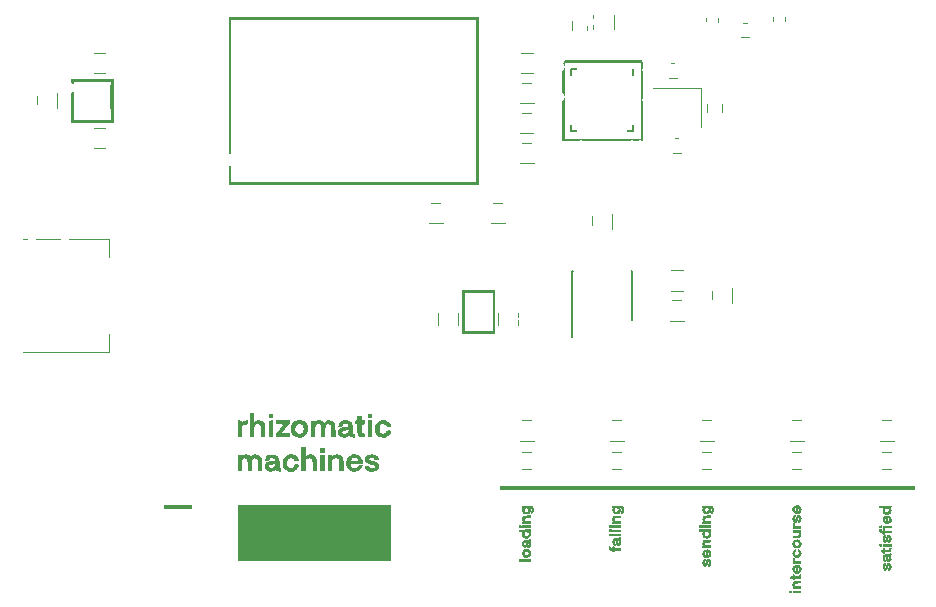
<source format=gbr>
G04 #@! TF.GenerationSoftware,KiCad,Pcbnew,(5.1.2)-1*
G04 #@! TF.CreationDate,2019-05-23T18:27:22+02:00*
G04 #@! TF.ProjectId,2018-03-08 Intercourse 01,32303138-2d30-4332-9d30-3820496e7465,rev?*
G04 #@! TF.SameCoordinates,Original*
G04 #@! TF.FileFunction,Legend,Top*
G04 #@! TF.FilePolarity,Positive*
%FSLAX46Y46*%
G04 Gerber Fmt 4.6, Leading zero omitted, Abs format (unit mm)*
G04 Created by KiCad (PCBNEW (5.1.2)-1) date 2019-05-23 18:27:22*
%MOMM*%
%LPD*%
G04 APERTURE LIST*
%ADD10C,0.120000*%
%ADD11C,0.150000*%
%ADD12C,0.010000*%
%ADD13R,1.900000X1.650000*%
%ADD14R,2.400000X2.100000*%
%ADD15R,1.650000X1.900000*%
%ADD16R,1.150000X1.600000*%
%ADD17R,1.600000X1.150000*%
%ADD18R,1.900000X1.700000*%
%ADD19O,1.800000X1.200000*%
%ADD20R,1.100000X0.700000*%
%ADD21O,1.050000X1.350000*%
%ADD22C,1.050000*%
%ADD23C,2.900000*%
%ADD24R,1.600000X3.100000*%
%ADD25R,1.700000X1.900000*%
%ADD26R,0.650000X1.100000*%
%ADD27R,1.600000X1.040000*%
%ADD28R,1.000000X1.950000*%
%ADD29R,1.100000X0.650000*%
%ADD30R,2.125000X2.125000*%
%ADD31R,1.800000X1.600000*%
%ADD32R,0.800000X1.100000*%
%ADD33C,1.900000*%
%ADD34C,0.100000*%
%ADD35C,1.350000*%
%ADD36C,1.000000*%
%ADD37C,0.800000*%
G04 APERTURE END LIST*
D10*
X119515000Y-89115000D02*
X120515000Y-89115000D01*
X120515000Y-87415000D02*
X119515000Y-87415000D01*
X150373701Y-104103393D02*
X150373701Y-103103393D01*
X148673701Y-103103393D02*
X148673701Y-104103393D01*
X119515000Y-82765000D02*
X120515000Y-82765000D01*
X120515000Y-81065000D02*
X119515000Y-81065000D01*
X155453701Y-104123393D02*
X155453701Y-103123393D01*
X153753701Y-103123393D02*
X153753701Y-104123393D01*
X172685000Y-85375000D02*
X172685000Y-86075000D01*
X171485000Y-86075000D02*
X171485000Y-85375000D01*
X168560000Y-88300000D02*
X169260000Y-88300000D01*
X169260000Y-89500000D02*
X168560000Y-89500000D01*
X169410000Y-99480000D02*
X168410000Y-99480000D01*
X168410000Y-101180000D02*
X169410000Y-101180000D01*
X168940000Y-83150000D02*
X168240000Y-83150000D01*
X168240000Y-81950000D02*
X168940000Y-81950000D01*
X174341000Y-78521000D02*
X175041000Y-78521000D01*
X175041000Y-79721000D02*
X174341000Y-79721000D01*
X155710000Y-82765000D02*
X156710000Y-82765000D01*
X156710000Y-81065000D02*
X155710000Y-81065000D01*
X160055000Y-79090000D02*
X160055000Y-78390000D01*
X161255000Y-78390000D02*
X161255000Y-79090000D01*
X157210000Y-116320000D02*
X154010000Y-116320000D01*
X154010000Y-114820000D02*
X157210000Y-114820000D01*
X154010000Y-114820000D02*
X154010000Y-116320000D01*
X164830000Y-116320000D02*
X161630000Y-116320000D01*
X161630000Y-114820000D02*
X164830000Y-114820000D01*
X161630000Y-114820000D02*
X161630000Y-116320000D01*
X172450000Y-116320000D02*
X169250000Y-116320000D01*
X169250000Y-114820000D02*
X172450000Y-114820000D01*
X169250000Y-114820000D02*
X169250000Y-116320000D01*
X180070000Y-116320000D02*
X176870000Y-116320000D01*
X176870000Y-114820000D02*
X180070000Y-114820000D01*
X176870000Y-114820000D02*
X176870000Y-116320000D01*
X187690000Y-116320000D02*
X184490000Y-116320000D01*
X184490000Y-114820000D02*
X187690000Y-114820000D01*
X184490000Y-114820000D02*
X184490000Y-116320000D01*
X120795000Y-104850000D02*
X120795000Y-106350000D01*
X120795000Y-106350000D02*
X113535000Y-106350000D01*
X120795000Y-96850000D02*
X113535000Y-96850000D01*
X120795000Y-96850000D02*
X120795000Y-98350000D01*
X116450000Y-84490000D02*
X116450000Y-85690000D01*
X114690000Y-85690000D02*
X114690000Y-84490000D01*
X147910000Y-93735000D02*
X149110000Y-93735000D01*
X149110000Y-95495000D02*
X147910000Y-95495000D01*
X154350000Y-95495000D02*
X153150000Y-95495000D01*
X153150000Y-93735000D02*
X154350000Y-93735000D01*
X168310000Y-101990000D02*
X169510000Y-101990000D01*
X169510000Y-103750000D02*
X168310000Y-103750000D01*
X173600000Y-101000000D02*
X173600000Y-102200000D01*
X171840000Y-102200000D02*
X171840000Y-101000000D01*
X161807000Y-79039000D02*
X161807000Y-77839000D01*
X163567000Y-77839000D02*
X163567000Y-79039000D01*
X163440000Y-94730000D02*
X163440000Y-95930000D01*
X161680000Y-95930000D02*
X161680000Y-94730000D01*
X156810000Y-113910000D02*
X155610000Y-113910000D01*
X155610000Y-112150000D02*
X156810000Y-112150000D01*
X164430000Y-113910000D02*
X163230000Y-113910000D01*
X163230000Y-112150000D02*
X164430000Y-112150000D01*
X172050000Y-113910000D02*
X170850000Y-113910000D01*
X170850000Y-112150000D02*
X172050000Y-112150000D01*
X179670000Y-113910000D02*
X178470000Y-113910000D01*
X178470000Y-112150000D02*
X179670000Y-112150000D01*
X187290000Y-113910000D02*
X186090000Y-113910000D01*
X186090000Y-112150000D02*
X187290000Y-112150000D01*
X155610000Y-86115000D02*
X156810000Y-86115000D01*
X156810000Y-87875000D02*
X155610000Y-87875000D01*
X155610000Y-88655000D02*
X156810000Y-88655000D01*
X156810000Y-90415000D02*
X155610000Y-90415000D01*
X155610000Y-83575000D02*
X156810000Y-83575000D01*
X156810000Y-85335000D02*
X155610000Y-85335000D01*
D11*
X117755000Y-84542881D02*
X117755000Y-85692881D01*
X121005000Y-83767881D02*
X121005000Y-85692881D01*
X159985000Y-103675000D02*
X160035000Y-103675000D01*
X159985000Y-99525000D02*
X160130000Y-99525000D01*
X165135000Y-99525000D02*
X164990000Y-99525000D01*
X165135000Y-103675000D02*
X164990000Y-103675000D01*
X159985000Y-103675000D02*
X159985000Y-99525000D01*
X165135000Y-103675000D02*
X165135000Y-99525000D01*
X160035000Y-103675000D02*
X160035000Y-105075000D01*
X165185000Y-87715000D02*
X164660000Y-87715000D01*
X159935000Y-82465000D02*
X160460000Y-82465000D01*
X159935000Y-87715000D02*
X160460000Y-87715000D01*
X165185000Y-82465000D02*
X165185000Y-82990000D01*
X159935000Y-82465000D02*
X159935000Y-82990000D01*
X159935000Y-87715000D02*
X159935000Y-87190000D01*
X165185000Y-87715000D02*
X165185000Y-87190000D01*
D10*
X170910000Y-87375000D02*
X170910000Y-84075000D01*
X170910000Y-84075000D02*
X166910000Y-84075000D01*
D12*
G36*
X178537569Y-126601109D02*
G01*
X178557932Y-126619596D01*
X178561990Y-126666277D01*
X178562000Y-126671916D01*
X178558723Y-126721569D01*
X178540236Y-126741932D01*
X178493555Y-126745990D01*
X178487916Y-126746000D01*
X178438263Y-126742723D01*
X178417900Y-126724236D01*
X178413842Y-126677555D01*
X178413833Y-126671916D01*
X178417109Y-126622263D01*
X178435596Y-126601900D01*
X178482277Y-126597842D01*
X178487916Y-126597833D01*
X178537569Y-126601109D01*
X178537569Y-126601109D01*
G37*
X178537569Y-126601109D02*
X178557932Y-126619596D01*
X178561990Y-126666277D01*
X178562000Y-126671916D01*
X178558723Y-126721569D01*
X178540236Y-126741932D01*
X178493555Y-126745990D01*
X178487916Y-126746000D01*
X178438263Y-126742723D01*
X178417900Y-126724236D01*
X178413842Y-126677555D01*
X178413833Y-126671916D01*
X178417109Y-126622263D01*
X178435596Y-126601900D01*
X178482277Y-126597842D01*
X178487916Y-126597833D01*
X178537569Y-126601109D01*
G36*
X179345166Y-126746000D02*
G01*
X178689000Y-126746000D01*
X178689000Y-126597833D01*
X179345166Y-126597833D01*
X179345166Y-126746000D01*
X179345166Y-126746000D01*
G37*
X179345166Y-126746000D02*
X178689000Y-126746000D01*
X178689000Y-126597833D01*
X179345166Y-126597833D01*
X179345166Y-126746000D01*
G36*
X179345166Y-125899333D02*
G01*
X179157825Y-125899333D01*
X179017276Y-125904770D01*
X178914760Y-125921572D01*
X178847333Y-125950474D01*
X178815553Y-125984834D01*
X178795570Y-126063356D01*
X178814086Y-126141105D01*
X178846787Y-126186045D01*
X178872969Y-126209348D01*
X178901773Y-126224410D01*
X178942647Y-126233014D01*
X179005038Y-126236943D01*
X179098392Y-126237982D01*
X179121954Y-126238000D01*
X179345166Y-126238000D01*
X179345166Y-126386166D01*
X178689000Y-126386166D01*
X178689000Y-126322666D01*
X178698466Y-126272253D01*
X178720750Y-126259166D01*
X178742769Y-126258287D01*
X178749333Y-126249145D01*
X178739358Y-126221982D01*
X178711761Y-126167042D01*
X178710166Y-126163916D01*
X178680464Y-126098641D01*
X178670057Y-126046197D01*
X178677231Y-125986740D01*
X178690416Y-125935273D01*
X178714559Y-125873720D01*
X178751738Y-125829286D01*
X178808189Y-125799469D01*
X178890144Y-125781771D01*
X179003836Y-125773691D01*
X179096458Y-125772412D01*
X179345166Y-125772333D01*
X179345166Y-125899333D01*
X179345166Y-125899333D01*
G37*
X179345166Y-125899333D02*
X179157825Y-125899333D01*
X179017276Y-125904770D01*
X178914760Y-125921572D01*
X178847333Y-125950474D01*
X178815553Y-125984834D01*
X178795570Y-126063356D01*
X178814086Y-126141105D01*
X178846787Y-126186045D01*
X178872969Y-126209348D01*
X178901773Y-126224410D01*
X178942647Y-126233014D01*
X179005038Y-126236943D01*
X179098392Y-126237982D01*
X179121954Y-126238000D01*
X179345166Y-126238000D01*
X179345166Y-126386166D01*
X178689000Y-126386166D01*
X178689000Y-126322666D01*
X178698466Y-126272253D01*
X178720750Y-126259166D01*
X178742769Y-126258287D01*
X178749333Y-126249145D01*
X178739358Y-126221982D01*
X178711761Y-126167042D01*
X178710166Y-126163916D01*
X178680464Y-126098641D01*
X178670057Y-126046197D01*
X178677231Y-125986740D01*
X178690416Y-125935273D01*
X178714559Y-125873720D01*
X178751738Y-125829286D01*
X178808189Y-125799469D01*
X178890144Y-125781771D01*
X179003836Y-125773691D01*
X179096458Y-125772412D01*
X179345166Y-125772333D01*
X179345166Y-125899333D01*
G36*
X179319257Y-125224312D02*
G01*
X179338002Y-125238528D01*
X179344453Y-125275570D01*
X179345166Y-125327833D01*
X179340971Y-125402601D01*
X179324266Y-125455042D01*
X179288872Y-125488993D01*
X179228608Y-125508288D01*
X179137294Y-125516764D01*
X179038250Y-125518333D01*
X178816000Y-125518333D01*
X178816000Y-125581833D01*
X178810710Y-125626845D01*
X178786075Y-125643428D01*
X178753905Y-125645333D01*
X178708076Y-125638495D01*
X178688873Y-125609736D01*
X178685114Y-125587125D01*
X178676182Y-125550059D01*
X178652343Y-125531585D01*
X178601072Y-125523416D01*
X178587212Y-125522347D01*
X178530537Y-125516345D01*
X178505281Y-125502954D01*
X178500583Y-125472671D01*
X178502545Y-125448263D01*
X178510247Y-125405476D01*
X178530788Y-125384644D01*
X178576884Y-125376014D01*
X178599041Y-125374241D01*
X178655446Y-125367994D01*
X178681380Y-125353240D01*
X178688660Y-125319550D01*
X178689000Y-125294866D01*
X178692693Y-125245628D01*
X178711279Y-125225648D01*
X178752500Y-125222000D01*
X178795163Y-125226129D01*
X178812661Y-125247077D01*
X178816000Y-125296083D01*
X178816000Y-125370166D01*
X179218166Y-125370166D01*
X179218166Y-125296083D01*
X179221706Y-125246309D01*
X179239661Y-125225894D01*
X179281666Y-125222000D01*
X179319257Y-125224312D01*
X179319257Y-125224312D01*
G37*
X179319257Y-125224312D02*
X179338002Y-125238528D01*
X179344453Y-125275570D01*
X179345166Y-125327833D01*
X179340971Y-125402601D01*
X179324266Y-125455042D01*
X179288872Y-125488993D01*
X179228608Y-125508288D01*
X179137294Y-125516764D01*
X179038250Y-125518333D01*
X178816000Y-125518333D01*
X178816000Y-125581833D01*
X178810710Y-125626845D01*
X178786075Y-125643428D01*
X178753905Y-125645333D01*
X178708076Y-125638495D01*
X178688873Y-125609736D01*
X178685114Y-125587125D01*
X178676182Y-125550059D01*
X178652343Y-125531585D01*
X178601072Y-125523416D01*
X178587212Y-125522347D01*
X178530537Y-125516345D01*
X178505281Y-125502954D01*
X178500583Y-125472671D01*
X178502545Y-125448263D01*
X178510247Y-125405476D01*
X178530788Y-125384644D01*
X178576884Y-125376014D01*
X178599041Y-125374241D01*
X178655446Y-125367994D01*
X178681380Y-125353240D01*
X178688660Y-125319550D01*
X178689000Y-125294866D01*
X178692693Y-125245628D01*
X178711279Y-125225648D01*
X178752500Y-125222000D01*
X178795163Y-125226129D01*
X178812661Y-125247077D01*
X178816000Y-125296083D01*
X178816000Y-125370166D01*
X179218166Y-125370166D01*
X179218166Y-125296083D01*
X179221706Y-125246309D01*
X179239661Y-125225894D01*
X179281666Y-125222000D01*
X179319257Y-125224312D01*
G36*
X179048833Y-124665433D02*
G01*
X179049812Y-124764793D01*
X179052476Y-124847999D01*
X179056419Y-124906317D01*
X179061216Y-124930993D01*
X179090957Y-124934974D01*
X179137784Y-124920266D01*
X179185324Y-124894116D01*
X179217204Y-124863771D01*
X179218613Y-124861331D01*
X179240024Y-124785343D01*
X179234740Y-124702260D01*
X179205072Y-124630251D01*
X179186416Y-124608166D01*
X179153376Y-124563103D01*
X179135382Y-124511588D01*
X179134266Y-124466535D01*
X179151859Y-124440856D01*
X179162395Y-124438833D01*
X179213432Y-124457305D01*
X179267653Y-124505982D01*
X179315322Y-124574754D01*
X179335729Y-124618805D01*
X179362837Y-124738992D01*
X179352330Y-124848340D01*
X179308507Y-124941968D01*
X179235664Y-125014992D01*
X179138101Y-125062529D01*
X179020114Y-125079696D01*
X178936337Y-125072569D01*
X178827880Y-125035778D01*
X178747745Y-124968330D01*
X178697751Y-124872579D01*
X178679718Y-124750879D01*
X178679707Y-124740512D01*
X178680545Y-124735581D01*
X178797562Y-124735581D01*
X178799095Y-124805198D01*
X178820975Y-124866674D01*
X178863050Y-124910114D01*
X178921833Y-124925666D01*
X178942351Y-124922341D01*
X178954914Y-124906869D01*
X178961448Y-124871003D01*
X178963877Y-124806496D01*
X178964166Y-124744323D01*
X178963697Y-124656958D01*
X178960832Y-124604233D01*
X178953384Y-124578458D01*
X178939165Y-124571941D01*
X178916541Y-124576829D01*
X178856135Y-124611502D01*
X178816526Y-124667718D01*
X178797562Y-124735581D01*
X178680545Y-124735581D01*
X178699314Y-124625160D01*
X178753697Y-124531876D01*
X178839399Y-124464554D01*
X178952960Y-124427086D01*
X178958875Y-124426133D01*
X179048833Y-124412256D01*
X179048833Y-124665433D01*
X179048833Y-124665433D01*
G37*
X179048833Y-124665433D02*
X179049812Y-124764793D01*
X179052476Y-124847999D01*
X179056419Y-124906317D01*
X179061216Y-124930993D01*
X179090957Y-124934974D01*
X179137784Y-124920266D01*
X179185324Y-124894116D01*
X179217204Y-124863771D01*
X179218613Y-124861331D01*
X179240024Y-124785343D01*
X179234740Y-124702260D01*
X179205072Y-124630251D01*
X179186416Y-124608166D01*
X179153376Y-124563103D01*
X179135382Y-124511588D01*
X179134266Y-124466535D01*
X179151859Y-124440856D01*
X179162395Y-124438833D01*
X179213432Y-124457305D01*
X179267653Y-124505982D01*
X179315322Y-124574754D01*
X179335729Y-124618805D01*
X179362837Y-124738992D01*
X179352330Y-124848340D01*
X179308507Y-124941968D01*
X179235664Y-125014992D01*
X179138101Y-125062529D01*
X179020114Y-125079696D01*
X178936337Y-125072569D01*
X178827880Y-125035778D01*
X178747745Y-124968330D01*
X178697751Y-124872579D01*
X178679718Y-124750879D01*
X178679707Y-124740512D01*
X178680545Y-124735581D01*
X178797562Y-124735581D01*
X178799095Y-124805198D01*
X178820975Y-124866674D01*
X178863050Y-124910114D01*
X178921833Y-124925666D01*
X178942351Y-124922341D01*
X178954914Y-124906869D01*
X178961448Y-124871003D01*
X178963877Y-124806496D01*
X178964166Y-124744323D01*
X178963697Y-124656958D01*
X178960832Y-124604233D01*
X178953384Y-124578458D01*
X178939165Y-124571941D01*
X178916541Y-124576829D01*
X178856135Y-124611502D01*
X178816526Y-124667718D01*
X178797562Y-124735581D01*
X178680545Y-124735581D01*
X178699314Y-124625160D01*
X178753697Y-124531876D01*
X178839399Y-124464554D01*
X178952960Y-124427086D01*
X178958875Y-124426133D01*
X179048833Y-124412256D01*
X179048833Y-124665433D01*
G36*
X186858259Y-124269055D02*
G01*
X186920170Y-124315766D01*
X186961836Y-124389420D01*
X186983457Y-124479888D01*
X186985231Y-124577043D01*
X186967360Y-124670760D01*
X186930044Y-124750911D01*
X186873482Y-124807368D01*
X186847362Y-124820360D01*
X186799720Y-124836828D01*
X186779385Y-124831133D01*
X186774736Y-124794959D01*
X186774666Y-124768343D01*
X186782392Y-124712384D01*
X186809305Y-124685113D01*
X186816950Y-124682265D01*
X186853186Y-124650933D01*
X186874550Y-124594119D01*
X186880200Y-124526283D01*
X186869293Y-124461885D01*
X186840984Y-124415385D01*
X186832875Y-124409326D01*
X186785740Y-124396808D01*
X186746548Y-124424057D01*
X186714614Y-124491853D01*
X186695683Y-124566466D01*
X186666561Y-124678862D01*
X186630850Y-124754296D01*
X186585502Y-124797990D01*
X186553057Y-124810980D01*
X186470300Y-124813064D01*
X186400348Y-124778475D01*
X186347495Y-124712011D01*
X186316032Y-124618467D01*
X186309032Y-124538323D01*
X186321949Y-124432487D01*
X186357946Y-124348163D01*
X186412783Y-124291738D01*
X186482220Y-124269600D01*
X186487525Y-124269500D01*
X186515075Y-124285065D01*
X186521222Y-124323070D01*
X186507663Y-124370481D01*
X186476095Y-124414260D01*
X186467750Y-124421448D01*
X186428853Y-124470804D01*
X186412909Y-124531145D01*
X186417823Y-124591392D01*
X186441500Y-124640471D01*
X186481846Y-124667303D01*
X186514358Y-124667901D01*
X186532288Y-124659880D01*
X186547979Y-124639046D01*
X186563756Y-124598895D01*
X186581942Y-124532922D01*
X186604860Y-124434622D01*
X186616461Y-124382105D01*
X186650874Y-124312874D01*
X186711887Y-124268507D01*
X186788689Y-124254058D01*
X186858259Y-124269055D01*
X186858259Y-124269055D01*
G37*
X186858259Y-124269055D02*
X186920170Y-124315766D01*
X186961836Y-124389420D01*
X186983457Y-124479888D01*
X186985231Y-124577043D01*
X186967360Y-124670760D01*
X186930044Y-124750911D01*
X186873482Y-124807368D01*
X186847362Y-124820360D01*
X186799720Y-124836828D01*
X186779385Y-124831133D01*
X186774736Y-124794959D01*
X186774666Y-124768343D01*
X186782392Y-124712384D01*
X186809305Y-124685113D01*
X186816950Y-124682265D01*
X186853186Y-124650933D01*
X186874550Y-124594119D01*
X186880200Y-124526283D01*
X186869293Y-124461885D01*
X186840984Y-124415385D01*
X186832875Y-124409326D01*
X186785740Y-124396808D01*
X186746548Y-124424057D01*
X186714614Y-124491853D01*
X186695683Y-124566466D01*
X186666561Y-124678862D01*
X186630850Y-124754296D01*
X186585502Y-124797990D01*
X186553057Y-124810980D01*
X186470300Y-124813064D01*
X186400348Y-124778475D01*
X186347495Y-124712011D01*
X186316032Y-124618467D01*
X186309032Y-124538323D01*
X186321949Y-124432487D01*
X186357946Y-124348163D01*
X186412783Y-124291738D01*
X186482220Y-124269600D01*
X186487525Y-124269500D01*
X186515075Y-124285065D01*
X186521222Y-124323070D01*
X186507663Y-124370481D01*
X186476095Y-124414260D01*
X186467750Y-124421448D01*
X186428853Y-124470804D01*
X186412909Y-124531145D01*
X186417823Y-124591392D01*
X186441500Y-124640471D01*
X186481846Y-124667303D01*
X186514358Y-124667901D01*
X186532288Y-124659880D01*
X186547979Y-124639046D01*
X186563756Y-124598895D01*
X186581942Y-124532922D01*
X186604860Y-124434622D01*
X186616461Y-124382105D01*
X186650874Y-124312874D01*
X186711887Y-124268507D01*
X186788689Y-124254058D01*
X186858259Y-124269055D01*
G36*
X171576748Y-123922452D02*
G01*
X171638301Y-123953872D01*
X171683721Y-123993521D01*
X171693291Y-124009425D01*
X171726812Y-124128029D01*
X171731081Y-124241875D01*
X171708153Y-124343481D01*
X171660082Y-124425370D01*
X171588921Y-124480060D01*
X171561125Y-124490743D01*
X171528768Y-124495822D01*
X171515722Y-124477234D01*
X171513500Y-124434695D01*
X171522738Y-124377512D01*
X171555115Y-124345894D01*
X171560577Y-124343310D01*
X171605143Y-124304312D01*
X171627791Y-124245289D01*
X171629446Y-124178859D01*
X171611029Y-124117638D01*
X171573466Y-124074245D01*
X171539964Y-124061679D01*
X171507269Y-124064725D01*
X171481641Y-124088616D01*
X171459848Y-124139517D01*
X171438654Y-124223590D01*
X171428358Y-124274366D01*
X171395120Y-124378822D01*
X171344033Y-124446861D01*
X171276929Y-124477203D01*
X171195642Y-124468572D01*
X171166266Y-124457067D01*
X171107427Y-124410709D01*
X171069289Y-124340949D01*
X171050832Y-124256717D01*
X171051035Y-124166946D01*
X171068880Y-124080567D01*
X171103345Y-124006511D01*
X171153411Y-123953710D01*
X171218057Y-123931095D01*
X171226358Y-123930833D01*
X171254213Y-123946620D01*
X171261659Y-123984941D01*
X171250406Y-124032233D01*
X171222165Y-124074936D01*
X171206583Y-124087636D01*
X171168414Y-124124758D01*
X171154394Y-124178561D01*
X171153666Y-124202254D01*
X171165500Y-124280310D01*
X171201095Y-124323443D01*
X171243020Y-124333000D01*
X171273451Y-124322490D01*
X171298655Y-124287124D01*
X171321333Y-124221147D01*
X171344187Y-124118803D01*
X171344641Y-124116466D01*
X171376792Y-124016713D01*
X171426671Y-123947193D01*
X171490325Y-123912642D01*
X171517405Y-123909666D01*
X171576748Y-123922452D01*
X171576748Y-123922452D01*
G37*
X171576748Y-123922452D02*
X171638301Y-123953872D01*
X171683721Y-123993521D01*
X171693291Y-124009425D01*
X171726812Y-124128029D01*
X171731081Y-124241875D01*
X171708153Y-124343481D01*
X171660082Y-124425370D01*
X171588921Y-124480060D01*
X171561125Y-124490743D01*
X171528768Y-124495822D01*
X171515722Y-124477234D01*
X171513500Y-124434695D01*
X171522738Y-124377512D01*
X171555115Y-124345894D01*
X171560577Y-124343310D01*
X171605143Y-124304312D01*
X171627791Y-124245289D01*
X171629446Y-124178859D01*
X171611029Y-124117638D01*
X171573466Y-124074245D01*
X171539964Y-124061679D01*
X171507269Y-124064725D01*
X171481641Y-124088616D01*
X171459848Y-124139517D01*
X171438654Y-124223590D01*
X171428358Y-124274366D01*
X171395120Y-124378822D01*
X171344033Y-124446861D01*
X171276929Y-124477203D01*
X171195642Y-124468572D01*
X171166266Y-124457067D01*
X171107427Y-124410709D01*
X171069289Y-124340949D01*
X171050832Y-124256717D01*
X171051035Y-124166946D01*
X171068880Y-124080567D01*
X171103345Y-124006511D01*
X171153411Y-123953710D01*
X171218057Y-123931095D01*
X171226358Y-123930833D01*
X171254213Y-123946620D01*
X171261659Y-123984941D01*
X171250406Y-124032233D01*
X171222165Y-124074936D01*
X171206583Y-124087636D01*
X171168414Y-124124758D01*
X171154394Y-124178561D01*
X171153666Y-124202254D01*
X171165500Y-124280310D01*
X171201095Y-124323443D01*
X171243020Y-124333000D01*
X171273451Y-124322490D01*
X171298655Y-124287124D01*
X171321333Y-124221147D01*
X171344187Y-124118803D01*
X171344641Y-124116466D01*
X171376792Y-124016713D01*
X171426671Y-123947193D01*
X171490325Y-123912642D01*
X171517405Y-123909666D01*
X171576748Y-123922452D01*
G36*
X178793786Y-123849727D02*
G01*
X178811726Y-123868640D01*
X178815952Y-123915251D01*
X178816000Y-123927552D01*
X178821848Y-123990680D01*
X178843339Y-124035654D01*
X178886386Y-124065713D01*
X178956908Y-124084097D01*
X179060819Y-124094045D01*
X179125082Y-124096801D01*
X179345166Y-124104020D01*
X179345166Y-124227166D01*
X178689000Y-124227166D01*
X178689000Y-124163666D01*
X178698466Y-124113253D01*
X178720750Y-124100166D01*
X178748281Y-124091333D01*
X178743248Y-124062216D01*
X178720076Y-124027329D01*
X178697935Y-123977042D01*
X178689000Y-123916204D01*
X178693087Y-123868227D01*
X178713272Y-123849264D01*
X178752500Y-123846166D01*
X178793786Y-123849727D01*
X178793786Y-123849727D01*
G37*
X178793786Y-123849727D02*
X178811726Y-123868640D01*
X178815952Y-123915251D01*
X178816000Y-123927552D01*
X178821848Y-123990680D01*
X178843339Y-124035654D01*
X178886386Y-124065713D01*
X178956908Y-124084097D01*
X179060819Y-124094045D01*
X179125082Y-124096801D01*
X179345166Y-124104020D01*
X179345166Y-124227166D01*
X178689000Y-124227166D01*
X178689000Y-124163666D01*
X178698466Y-124113253D01*
X178720750Y-124100166D01*
X178748281Y-124091333D01*
X178743248Y-124062216D01*
X178720076Y-124027329D01*
X178697935Y-123977042D01*
X178689000Y-123916204D01*
X178693087Y-123868227D01*
X178713272Y-123849264D01*
X178752500Y-123846166D01*
X178793786Y-123849727D01*
G36*
X186971999Y-123451320D02*
G01*
X186985234Y-123481660D01*
X186986333Y-123507500D01*
X186973118Y-123567742D01*
X186946267Y-123611065D01*
X186919849Y-123643509D01*
X186924419Y-123667801D01*
X186938038Y-123682967D01*
X186961455Y-123727366D01*
X186977935Y-123797376D01*
X186985126Y-123876524D01*
X186980681Y-123948338D01*
X186977822Y-123961862D01*
X186940359Y-124033884D01*
X186877265Y-124082159D01*
X186800282Y-124102822D01*
X186721153Y-124092009D01*
X186670133Y-124063125D01*
X186628764Y-124005826D01*
X186599950Y-123914999D01*
X186585776Y-123798129D01*
X186585257Y-123778433D01*
X186690000Y-123778433D01*
X186696023Y-123868198D01*
X186716221Y-123922897D01*
X186753787Y-123948347D01*
X186785250Y-123952000D01*
X186833823Y-123940537D01*
X186855100Y-123926600D01*
X186872748Y-123888945D01*
X186880485Y-123832826D01*
X186880500Y-123830387D01*
X186864591Y-123762834D01*
X186824170Y-123702986D01*
X186770190Y-123663845D01*
X186733295Y-123655666D01*
X186708823Y-123660207D01*
X186695783Y-123680410D01*
X186690694Y-123726142D01*
X186690000Y-123778433D01*
X186585257Y-123778433D01*
X186584671Y-123756208D01*
X186581857Y-123694651D01*
X186571224Y-123664722D01*
X186548266Y-123655846D01*
X186541833Y-123655666D01*
X186480898Y-123673392D01*
X186439152Y-123719166D01*
X186419679Y-123781888D01*
X186425567Y-123850454D01*
X186459901Y-123913763D01*
X186467750Y-123922174D01*
X186509716Y-123979442D01*
X186521790Y-124029218D01*
X186508748Y-124063977D01*
X186475367Y-124076193D01*
X186426423Y-124058342D01*
X186396361Y-124034634D01*
X186342358Y-123964702D01*
X186314698Y-123875458D01*
X186309000Y-123790820D01*
X186320440Y-123685898D01*
X186356957Y-123607610D01*
X186421848Y-123553507D01*
X186518407Y-123521136D01*
X186649932Y-123508047D01*
X186689984Y-123507500D01*
X186780437Y-123505617D01*
X186836320Y-123499088D01*
X186865265Y-123486585D01*
X186872845Y-123475750D01*
X186901174Y-123451078D01*
X186935681Y-123444000D01*
X186971999Y-123451320D01*
X186971999Y-123451320D01*
G37*
X186971999Y-123451320D02*
X186985234Y-123481660D01*
X186986333Y-123507500D01*
X186973118Y-123567742D01*
X186946267Y-123611065D01*
X186919849Y-123643509D01*
X186924419Y-123667801D01*
X186938038Y-123682967D01*
X186961455Y-123727366D01*
X186977935Y-123797376D01*
X186985126Y-123876524D01*
X186980681Y-123948338D01*
X186977822Y-123961862D01*
X186940359Y-124033884D01*
X186877265Y-124082159D01*
X186800282Y-124102822D01*
X186721153Y-124092009D01*
X186670133Y-124063125D01*
X186628764Y-124005826D01*
X186599950Y-123914999D01*
X186585776Y-123798129D01*
X186585257Y-123778433D01*
X186690000Y-123778433D01*
X186696023Y-123868198D01*
X186716221Y-123922897D01*
X186753787Y-123948347D01*
X186785250Y-123952000D01*
X186833823Y-123940537D01*
X186855100Y-123926600D01*
X186872748Y-123888945D01*
X186880485Y-123832826D01*
X186880500Y-123830387D01*
X186864591Y-123762834D01*
X186824170Y-123702986D01*
X186770190Y-123663845D01*
X186733295Y-123655666D01*
X186708823Y-123660207D01*
X186695783Y-123680410D01*
X186690694Y-123726142D01*
X186690000Y-123778433D01*
X186585257Y-123778433D01*
X186584671Y-123756208D01*
X186581857Y-123694651D01*
X186571224Y-123664722D01*
X186548266Y-123655846D01*
X186541833Y-123655666D01*
X186480898Y-123673392D01*
X186439152Y-123719166D01*
X186419679Y-123781888D01*
X186425567Y-123850454D01*
X186459901Y-123913763D01*
X186467750Y-123922174D01*
X186509716Y-123979442D01*
X186521790Y-124029218D01*
X186508748Y-124063977D01*
X186475367Y-124076193D01*
X186426423Y-124058342D01*
X186396361Y-124034634D01*
X186342358Y-123964702D01*
X186314698Y-123875458D01*
X186309000Y-123790820D01*
X186320440Y-123685898D01*
X186356957Y-123607610D01*
X186421848Y-123553507D01*
X186518407Y-123521136D01*
X186649932Y-123508047D01*
X186689984Y-123507500D01*
X186780437Y-123505617D01*
X186836320Y-123499088D01*
X186865265Y-123486585D01*
X186872845Y-123475750D01*
X186901174Y-123451078D01*
X186935681Y-123444000D01*
X186971999Y-123451320D01*
G36*
X156464000Y-124079000D02*
G01*
X155487651Y-124079000D01*
X155494283Y-124010208D01*
X155500916Y-123941416D01*
X156464000Y-123930038D01*
X156464000Y-124079000D01*
X156464000Y-124079000D01*
G37*
X156464000Y-124079000D02*
X155487651Y-124079000D01*
X155494283Y-124010208D01*
X155500916Y-123941416D01*
X156464000Y-123930038D01*
X156464000Y-124079000D01*
G36*
X144631833Y-123973166D02*
G01*
X131699000Y-123973166D01*
X131699000Y-119316500D01*
X144631833Y-119316500D01*
X144631833Y-123973166D01*
X144631833Y-123973166D01*
G37*
X144631833Y-123973166D02*
X131699000Y-123973166D01*
X131699000Y-119316500D01*
X144631833Y-119316500D01*
X144631833Y-123973166D01*
G36*
X171428833Y-123356640D02*
G01*
X171430407Y-123461428D01*
X171434774Y-123543624D01*
X171441404Y-123596464D01*
X171449004Y-123613333D01*
X171506637Y-123597004D01*
X171563389Y-123557354D01*
X171595832Y-123514753D01*
X171618632Y-123423456D01*
X171601810Y-123341074D01*
X171564968Y-123289574D01*
X171524159Y-123232030D01*
X171517343Y-123170793D01*
X171524888Y-123127413D01*
X171542258Y-123118343D01*
X171574959Y-123132314D01*
X171648707Y-123191943D01*
X171702198Y-123278855D01*
X171730682Y-123380940D01*
X171729411Y-123486092D01*
X171723785Y-123511829D01*
X171676271Y-123616632D01*
X171600948Y-123694615D01*
X171504871Y-123742968D01*
X171395097Y-123758881D01*
X171278680Y-123739546D01*
X171216359Y-123713875D01*
X171129568Y-123650072D01*
X171073587Y-123567395D01*
X171047048Y-123473645D01*
X171047411Y-123450608D01*
X171156728Y-123450608D01*
X171192853Y-123525735D01*
X171215538Y-123551461D01*
X171259535Y-123590357D01*
X171293751Y-123611845D01*
X171300205Y-123613333D01*
X171312376Y-123592844D01*
X171320120Y-123533713D01*
X171322992Y-123439442D01*
X171323000Y-123433416D01*
X171320078Y-123334296D01*
X171309630Y-123274463D01*
X171289134Y-123251165D01*
X171256067Y-123261654D01*
X171207905Y-123303178D01*
X171205621Y-123305454D01*
X171160906Y-123375243D01*
X171156728Y-123450608D01*
X171047411Y-123450608D01*
X171048580Y-123376624D01*
X171076816Y-123284134D01*
X171130386Y-123203976D01*
X171207920Y-123143951D01*
X171308049Y-123111862D01*
X171322309Y-123110182D01*
X171428833Y-123099947D01*
X171428833Y-123356640D01*
X171428833Y-123356640D01*
G37*
X171428833Y-123356640D02*
X171430407Y-123461428D01*
X171434774Y-123543624D01*
X171441404Y-123596464D01*
X171449004Y-123613333D01*
X171506637Y-123597004D01*
X171563389Y-123557354D01*
X171595832Y-123514753D01*
X171618632Y-123423456D01*
X171601810Y-123341074D01*
X171564968Y-123289574D01*
X171524159Y-123232030D01*
X171517343Y-123170793D01*
X171524888Y-123127413D01*
X171542258Y-123118343D01*
X171574959Y-123132314D01*
X171648707Y-123191943D01*
X171702198Y-123278855D01*
X171730682Y-123380940D01*
X171729411Y-123486092D01*
X171723785Y-123511829D01*
X171676271Y-123616632D01*
X171600948Y-123694615D01*
X171504871Y-123742968D01*
X171395097Y-123758881D01*
X171278680Y-123739546D01*
X171216359Y-123713875D01*
X171129568Y-123650072D01*
X171073587Y-123567395D01*
X171047048Y-123473645D01*
X171047411Y-123450608D01*
X171156728Y-123450608D01*
X171192853Y-123525735D01*
X171215538Y-123551461D01*
X171259535Y-123590357D01*
X171293751Y-123611845D01*
X171300205Y-123613333D01*
X171312376Y-123592844D01*
X171320120Y-123533713D01*
X171322992Y-123439442D01*
X171323000Y-123433416D01*
X171320078Y-123334296D01*
X171309630Y-123274463D01*
X171289134Y-123251165D01*
X171256067Y-123261654D01*
X171207905Y-123303178D01*
X171205621Y-123305454D01*
X171160906Y-123375243D01*
X171156728Y-123450608D01*
X171047411Y-123450608D01*
X171048580Y-123376624D01*
X171076816Y-123284134D01*
X171130386Y-123203976D01*
X171207920Y-123143951D01*
X171308049Y-123111862D01*
X171322309Y-123110182D01*
X171428833Y-123099947D01*
X171428833Y-123356640D01*
G36*
X156259671Y-123082914D02*
G01*
X156316048Y-123110625D01*
X156401574Y-123181591D01*
X156451525Y-123258713D01*
X156472300Y-123353628D01*
X156473877Y-123397548D01*
X156457124Y-123523592D01*
X156408207Y-123622744D01*
X156329140Y-123692981D01*
X156221937Y-123732280D01*
X156132717Y-123740300D01*
X156052873Y-123732228D01*
X155976561Y-123712057D01*
X155956000Y-123703258D01*
X155889128Y-123649815D01*
X155833234Y-123568843D01*
X155796583Y-123475058D01*
X155787897Y-123410774D01*
X155912462Y-123410774D01*
X155928806Y-123490663D01*
X155951217Y-123528016D01*
X156014722Y-123575250D01*
X156100241Y-123596707D01*
X156195055Y-123590816D01*
X156265870Y-123566907D01*
X156323424Y-123518502D01*
X156352101Y-123449810D01*
X156350683Y-123372594D01*
X156317953Y-123298616D01*
X156296294Y-123273038D01*
X156221047Y-123224720D01*
X156131713Y-123207031D01*
X156042432Y-123220403D01*
X155969674Y-123263072D01*
X155926470Y-123329372D01*
X155912462Y-123410774D01*
X155787897Y-123410774D01*
X155786666Y-123401666D01*
X155802705Y-123308477D01*
X155845097Y-123215855D01*
X155905255Y-123139045D01*
X155955669Y-123101607D01*
X156052412Y-123069596D01*
X156159263Y-123063503D01*
X156259671Y-123082914D01*
X156259671Y-123082914D01*
G37*
X156259671Y-123082914D02*
X156316048Y-123110625D01*
X156401574Y-123181591D01*
X156451525Y-123258713D01*
X156472300Y-123353628D01*
X156473877Y-123397548D01*
X156457124Y-123523592D01*
X156408207Y-123622744D01*
X156329140Y-123692981D01*
X156221937Y-123732280D01*
X156132717Y-123740300D01*
X156052873Y-123732228D01*
X155976561Y-123712057D01*
X155956000Y-123703258D01*
X155889128Y-123649815D01*
X155833234Y-123568843D01*
X155796583Y-123475058D01*
X155787897Y-123410774D01*
X155912462Y-123410774D01*
X155928806Y-123490663D01*
X155951217Y-123528016D01*
X156014722Y-123575250D01*
X156100241Y-123596707D01*
X156195055Y-123590816D01*
X156265870Y-123566907D01*
X156323424Y-123518502D01*
X156352101Y-123449810D01*
X156350683Y-123372594D01*
X156317953Y-123298616D01*
X156296294Y-123273038D01*
X156221047Y-123224720D01*
X156131713Y-123207031D01*
X156042432Y-123220403D01*
X155969674Y-123263072D01*
X155926470Y-123329372D01*
X155912462Y-123410774D01*
X155787897Y-123410774D01*
X155786666Y-123401666D01*
X155802705Y-123308477D01*
X155845097Y-123215855D01*
X155905255Y-123139045D01*
X155955669Y-123101607D01*
X156052412Y-123069596D01*
X156159263Y-123063503D01*
X156259671Y-123082914D01*
G36*
X179169558Y-123100481D02*
G01*
X179220328Y-123132213D01*
X179301656Y-123209220D01*
X179349290Y-123303571D01*
X179363285Y-123407056D01*
X179343698Y-123511467D01*
X179290584Y-123608594D01*
X179216558Y-123681223D01*
X179152132Y-123710751D01*
X179064857Y-123727954D01*
X178972925Y-123730889D01*
X178894526Y-123717617D01*
X178890083Y-123716056D01*
X178795234Y-123661803D01*
X178727028Y-123583922D01*
X178686188Y-123490734D01*
X178673435Y-123390554D01*
X178689491Y-123291702D01*
X178735077Y-123202496D01*
X178810915Y-123131253D01*
X178837984Y-123115493D01*
X178889481Y-123090949D01*
X178913902Y-123090801D01*
X178921333Y-123119172D01*
X178921833Y-123149757D01*
X178904599Y-123217709D01*
X178858333Y-123274666D01*
X178806663Y-123345994D01*
X178796636Y-123422198D01*
X178828435Y-123499582D01*
X178845917Y-123522194D01*
X178882172Y-123557543D01*
X178922475Y-123575332D01*
X178982899Y-123581257D01*
X179013545Y-123581583D01*
X179090620Y-123577403D01*
X179142577Y-123561529D01*
X179184711Y-123530268D01*
X179231623Y-123461502D01*
X179239153Y-123385717D01*
X179207572Y-123310718D01*
X179175833Y-123274666D01*
X179125632Y-123209971D01*
X179112333Y-123149757D01*
X179116316Y-123103809D01*
X179133015Y-123087770D01*
X179169558Y-123100481D01*
X179169558Y-123100481D01*
G37*
X179169558Y-123100481D02*
X179220328Y-123132213D01*
X179301656Y-123209220D01*
X179349290Y-123303571D01*
X179363285Y-123407056D01*
X179343698Y-123511467D01*
X179290584Y-123608594D01*
X179216558Y-123681223D01*
X179152132Y-123710751D01*
X179064857Y-123727954D01*
X178972925Y-123730889D01*
X178894526Y-123717617D01*
X178890083Y-123716056D01*
X178795234Y-123661803D01*
X178727028Y-123583922D01*
X178686188Y-123490734D01*
X178673435Y-123390554D01*
X178689491Y-123291702D01*
X178735077Y-123202496D01*
X178810915Y-123131253D01*
X178837984Y-123115493D01*
X178889481Y-123090949D01*
X178913902Y-123090801D01*
X178921333Y-123119172D01*
X178921833Y-123149757D01*
X178904599Y-123217709D01*
X178858333Y-123274666D01*
X178806663Y-123345994D01*
X178796636Y-123422198D01*
X178828435Y-123499582D01*
X178845917Y-123522194D01*
X178882172Y-123557543D01*
X178922475Y-123575332D01*
X178982899Y-123581257D01*
X179013545Y-123581583D01*
X179090620Y-123577403D01*
X179142577Y-123561529D01*
X179184711Y-123530268D01*
X179231623Y-123461502D01*
X179239153Y-123385717D01*
X179207572Y-123310718D01*
X179175833Y-123274666D01*
X179125632Y-123209971D01*
X179112333Y-123149757D01*
X179116316Y-123103809D01*
X179133015Y-123087770D01*
X179169558Y-123100481D01*
G36*
X186981170Y-123066946D02*
G01*
X186969902Y-123140387D01*
X186948150Y-123191816D01*
X186909288Y-123225032D01*
X186846690Y-123243836D01*
X186753728Y-123252030D01*
X186655905Y-123253500D01*
X186436000Y-123253500D01*
X186436000Y-123317000D01*
X186430342Y-123362343D01*
X186406121Y-123378946D01*
X186382419Y-123380500D01*
X186338313Y-123369388D01*
X186318919Y-123348750D01*
X186303142Y-123298249D01*
X186299080Y-123285250D01*
X186270177Y-123260965D01*
X186214414Y-123253500D01*
X186164349Y-123250040D01*
X186143697Y-123232416D01*
X186139666Y-123190000D01*
X186143010Y-123149283D01*
X186161128Y-123131183D01*
X186206152Y-123126600D01*
X186224333Y-123126500D01*
X186278526Y-123124463D01*
X186302607Y-123110205D01*
X186308796Y-123071507D01*
X186309000Y-123041833D01*
X186311507Y-122987544D01*
X186325096Y-122963410D01*
X186358864Y-122957300D01*
X186372500Y-122957166D01*
X186413216Y-122960510D01*
X186431316Y-122978628D01*
X186435899Y-123023652D01*
X186436000Y-123041833D01*
X186436000Y-123126500D01*
X186593372Y-123126500D01*
X186707658Y-123123044D01*
X186785690Y-123111194D01*
X186833096Y-123088719D01*
X186855503Y-123053392D01*
X186859333Y-123021190D01*
X186864196Y-122976488D01*
X186887701Y-122959500D01*
X186925526Y-122957166D01*
X186991719Y-122957166D01*
X186981170Y-123066946D01*
X186981170Y-123066946D01*
G37*
X186981170Y-123066946D02*
X186969902Y-123140387D01*
X186948150Y-123191816D01*
X186909288Y-123225032D01*
X186846690Y-123243836D01*
X186753728Y-123252030D01*
X186655905Y-123253500D01*
X186436000Y-123253500D01*
X186436000Y-123317000D01*
X186430342Y-123362343D01*
X186406121Y-123378946D01*
X186382419Y-123380500D01*
X186338313Y-123369388D01*
X186318919Y-123348750D01*
X186303142Y-123298249D01*
X186299080Y-123285250D01*
X186270177Y-123260965D01*
X186214414Y-123253500D01*
X186164349Y-123250040D01*
X186143697Y-123232416D01*
X186139666Y-123190000D01*
X186143010Y-123149283D01*
X186161128Y-123131183D01*
X186206152Y-123126600D01*
X186224333Y-123126500D01*
X186278526Y-123124463D01*
X186302607Y-123110205D01*
X186308796Y-123071507D01*
X186309000Y-123041833D01*
X186311507Y-122987544D01*
X186325096Y-122963410D01*
X186358864Y-122957300D01*
X186372500Y-122957166D01*
X186413216Y-122960510D01*
X186431316Y-122978628D01*
X186435899Y-123023652D01*
X186436000Y-123041833D01*
X186436000Y-123126500D01*
X186593372Y-123126500D01*
X186707658Y-123123044D01*
X186785690Y-123111194D01*
X186833096Y-123088719D01*
X186855503Y-123053392D01*
X186859333Y-123021190D01*
X186864196Y-122976488D01*
X186887701Y-122959500D01*
X186925526Y-122957166D01*
X186991719Y-122957166D01*
X186981170Y-123066946D01*
G36*
X163532050Y-122854676D02*
G01*
X163550150Y-122872794D01*
X163554733Y-122917819D01*
X163554833Y-122936000D01*
X163554833Y-123020666D01*
X164105166Y-123020666D01*
X164105166Y-123147666D01*
X163554833Y-123147666D01*
X163554833Y-123211166D01*
X163549588Y-123256143D01*
X163524848Y-123272721D01*
X163491333Y-123274666D01*
X163446356Y-123269421D01*
X163429778Y-123244681D01*
X163427833Y-123211166D01*
X163425462Y-123173376D01*
X163411017Y-123154660D01*
X163373500Y-123148323D01*
X163323536Y-123147666D01*
X163232269Y-123133687D01*
X163171044Y-123090646D01*
X163138306Y-123016894D01*
X163131500Y-122943728D01*
X163133854Y-122886072D01*
X163145305Y-122859184D01*
X163172433Y-122851574D01*
X163184416Y-122851333D01*
X163224807Y-122860184D01*
X163237158Y-122894491D01*
X163237333Y-122902738D01*
X163255740Y-122966981D01*
X163305580Y-123008604D01*
X163365845Y-123020666D01*
X163405608Y-123017179D01*
X163423285Y-122998644D01*
X163427744Y-122952948D01*
X163427833Y-122936000D01*
X163430340Y-122881711D01*
X163443929Y-122857577D01*
X163477697Y-122851466D01*
X163491333Y-122851333D01*
X163532050Y-122854676D01*
X163532050Y-122854676D01*
G37*
X163532050Y-122854676D02*
X163550150Y-122872794D01*
X163554733Y-122917819D01*
X163554833Y-122936000D01*
X163554833Y-123020666D01*
X164105166Y-123020666D01*
X164105166Y-123147666D01*
X163554833Y-123147666D01*
X163554833Y-123211166D01*
X163549588Y-123256143D01*
X163524848Y-123272721D01*
X163491333Y-123274666D01*
X163446356Y-123269421D01*
X163429778Y-123244681D01*
X163427833Y-123211166D01*
X163425462Y-123173376D01*
X163411017Y-123154660D01*
X163373500Y-123148323D01*
X163323536Y-123147666D01*
X163232269Y-123133687D01*
X163171044Y-123090646D01*
X163138306Y-123016894D01*
X163131500Y-122943728D01*
X163133854Y-122886072D01*
X163145305Y-122859184D01*
X163172433Y-122851574D01*
X163184416Y-122851333D01*
X163224807Y-122860184D01*
X163237158Y-122894491D01*
X163237333Y-122902738D01*
X163255740Y-122966981D01*
X163305580Y-123008604D01*
X163365845Y-123020666D01*
X163405608Y-123017179D01*
X163423285Y-122998644D01*
X163427744Y-122952948D01*
X163427833Y-122936000D01*
X163430340Y-122881711D01*
X163443929Y-122857577D01*
X163477697Y-122851466D01*
X163491333Y-122851333D01*
X163532050Y-122854676D01*
G36*
X179161917Y-122281799D02*
G01*
X179197330Y-122297274D01*
X179265056Y-122352808D01*
X179321312Y-122435330D01*
X179357509Y-122529596D01*
X179366333Y-122597333D01*
X179350294Y-122690522D01*
X179307902Y-122783144D01*
X179247744Y-122859954D01*
X179197330Y-122897392D01*
X179097893Y-122929136D01*
X178985650Y-122933638D01*
X178879079Y-122911231D01*
X178835054Y-122890837D01*
X178750024Y-122821917D01*
X178699074Y-122731559D01*
X178679921Y-122615452D01*
X178679647Y-122597333D01*
X178794833Y-122597333D01*
X178812132Y-122684306D01*
X178862554Y-122746067D01*
X178943889Y-122780720D01*
X179016878Y-122787833D01*
X179093568Y-122782824D01*
X179146529Y-122764096D01*
X179183325Y-122735927D01*
X179224005Y-122684417D01*
X179238705Y-122620516D01*
X179239333Y-122597333D01*
X179223128Y-122508816D01*
X179174652Y-122447628D01*
X179094113Y-122413949D01*
X179016878Y-122406833D01*
X178915503Y-122421674D01*
X178843515Y-122464933D01*
X178803124Y-122534713D01*
X178794833Y-122597333D01*
X178679647Y-122597333D01*
X178694546Y-122477607D01*
X178740792Y-122384387D01*
X178820706Y-122313360D01*
X178838142Y-122302995D01*
X178939241Y-122267387D01*
X179053299Y-122260225D01*
X179161917Y-122281799D01*
X179161917Y-122281799D01*
G37*
X179161917Y-122281799D02*
X179197330Y-122297274D01*
X179265056Y-122352808D01*
X179321312Y-122435330D01*
X179357509Y-122529596D01*
X179366333Y-122597333D01*
X179350294Y-122690522D01*
X179307902Y-122783144D01*
X179247744Y-122859954D01*
X179197330Y-122897392D01*
X179097893Y-122929136D01*
X178985650Y-122933638D01*
X178879079Y-122911231D01*
X178835054Y-122890837D01*
X178750024Y-122821917D01*
X178699074Y-122731559D01*
X178679921Y-122615452D01*
X178679647Y-122597333D01*
X178794833Y-122597333D01*
X178812132Y-122684306D01*
X178862554Y-122746067D01*
X178943889Y-122780720D01*
X179016878Y-122787833D01*
X179093568Y-122782824D01*
X179146529Y-122764096D01*
X179183325Y-122735927D01*
X179224005Y-122684417D01*
X179238705Y-122620516D01*
X179239333Y-122597333D01*
X179223128Y-122508816D01*
X179174652Y-122447628D01*
X179094113Y-122413949D01*
X179016878Y-122406833D01*
X178915503Y-122421674D01*
X178843515Y-122464933D01*
X178803124Y-122534713D01*
X178794833Y-122597333D01*
X178679647Y-122597333D01*
X178694546Y-122477607D01*
X178740792Y-122384387D01*
X178820706Y-122313360D01*
X178838142Y-122302995D01*
X178939241Y-122267387D01*
X179053299Y-122260225D01*
X179161917Y-122281799D01*
G36*
X156448160Y-122243833D02*
G01*
X156462322Y-122271327D01*
X156464000Y-122304624D01*
X156454339Y-122363575D01*
X156432527Y-122406526D01*
X156414943Y-122433004D01*
X156416252Y-122463624D01*
X156437801Y-122513292D01*
X156443110Y-122523794D01*
X156477796Y-122612997D01*
X156480797Y-122692891D01*
X156456695Y-122772638D01*
X156405223Y-122852867D01*
X156335706Y-122896317D01*
X156252640Y-122901033D01*
X156198903Y-122884772D01*
X156143175Y-122847568D01*
X156107035Y-122788420D01*
X156087879Y-122700843D01*
X156083000Y-122596337D01*
X156081598Y-122518143D01*
X156080869Y-122512427D01*
X156168140Y-122512427D01*
X156171970Y-122579010D01*
X156182533Y-122663860D01*
X156200971Y-122715686D01*
X156220893Y-122737760D01*
X156256105Y-122761343D01*
X156281237Y-122762427D01*
X156317224Y-122744755D01*
X156345164Y-122717081D01*
X156356968Y-122666083D01*
X156358166Y-122629874D01*
X156352428Y-122562919D01*
X156330197Y-122518872D01*
X156302395Y-122493036D01*
X156251149Y-122462272D01*
X156205240Y-122449171D01*
X156204601Y-122449166D01*
X156181731Y-122452984D01*
X156170384Y-122470860D01*
X156168140Y-122512427D01*
X156080869Y-122512427D01*
X156075894Y-122473427D01*
X156063635Y-122453385D01*
X156045376Y-122449166D01*
X155984129Y-122467557D01*
X155931195Y-122513443D01*
X155905467Y-122563620D01*
X155903380Y-122629209D01*
X155924069Y-122690737D01*
X155961028Y-122732315D01*
X155977421Y-122739433D01*
X156008900Y-122761123D01*
X156019382Y-122810428D01*
X156019500Y-122819116D01*
X156015881Y-122865565D01*
X155998396Y-122880812D01*
X155966351Y-122877636D01*
X155897789Y-122844488D01*
X155842276Y-122779783D01*
X155804650Y-122693495D01*
X155789749Y-122595596D01*
X155795450Y-122525397D01*
X155824502Y-122437899D01*
X155876893Y-122374008D01*
X155956789Y-122331440D01*
X156068357Y-122307912D01*
X156204708Y-122301118D01*
X156286853Y-122299290D01*
X156334485Y-122292897D01*
X156355319Y-122280336D01*
X156358166Y-122269250D01*
X156376566Y-122243714D01*
X156411083Y-122237500D01*
X156448160Y-122243833D01*
X156448160Y-122243833D01*
G37*
X156448160Y-122243833D02*
X156462322Y-122271327D01*
X156464000Y-122304624D01*
X156454339Y-122363575D01*
X156432527Y-122406526D01*
X156414943Y-122433004D01*
X156416252Y-122463624D01*
X156437801Y-122513292D01*
X156443110Y-122523794D01*
X156477796Y-122612997D01*
X156480797Y-122692891D01*
X156456695Y-122772638D01*
X156405223Y-122852867D01*
X156335706Y-122896317D01*
X156252640Y-122901033D01*
X156198903Y-122884772D01*
X156143175Y-122847568D01*
X156107035Y-122788420D01*
X156087879Y-122700843D01*
X156083000Y-122596337D01*
X156081598Y-122518143D01*
X156080869Y-122512427D01*
X156168140Y-122512427D01*
X156171970Y-122579010D01*
X156182533Y-122663860D01*
X156200971Y-122715686D01*
X156220893Y-122737760D01*
X156256105Y-122761343D01*
X156281237Y-122762427D01*
X156317224Y-122744755D01*
X156345164Y-122717081D01*
X156356968Y-122666083D01*
X156358166Y-122629874D01*
X156352428Y-122562919D01*
X156330197Y-122518872D01*
X156302395Y-122493036D01*
X156251149Y-122462272D01*
X156205240Y-122449171D01*
X156204601Y-122449166D01*
X156181731Y-122452984D01*
X156170384Y-122470860D01*
X156168140Y-122512427D01*
X156080869Y-122512427D01*
X156075894Y-122473427D01*
X156063635Y-122453385D01*
X156045376Y-122449166D01*
X155984129Y-122467557D01*
X155931195Y-122513443D01*
X155905467Y-122563620D01*
X155903380Y-122629209D01*
X155924069Y-122690737D01*
X155961028Y-122732315D01*
X155977421Y-122739433D01*
X156008900Y-122761123D01*
X156019382Y-122810428D01*
X156019500Y-122819116D01*
X156015881Y-122865565D01*
X155998396Y-122880812D01*
X155966351Y-122877636D01*
X155897789Y-122844488D01*
X155842276Y-122779783D01*
X155804650Y-122693495D01*
X155789749Y-122595596D01*
X155795450Y-122525397D01*
X155824502Y-122437899D01*
X155876893Y-122374008D01*
X155956789Y-122331440D01*
X156068357Y-122307912D01*
X156204708Y-122301118D01*
X156286853Y-122299290D01*
X156334485Y-122292897D01*
X156355319Y-122280336D01*
X156358166Y-122269250D01*
X156376566Y-122243714D01*
X156411083Y-122237500D01*
X156448160Y-122243833D01*
G36*
X171725166Y-122424254D02*
G01*
X171494494Y-122431418D01*
X171370011Y-122438044D01*
X171281872Y-122450988D01*
X171224211Y-122473327D01*
X171191161Y-122508138D01*
X171176859Y-122558497D01*
X171174833Y-122599077D01*
X171184397Y-122665662D01*
X171219144Y-122713244D01*
X171230604Y-122722797D01*
X171261765Y-122743080D01*
X171299556Y-122756045D01*
X171353732Y-122763247D01*
X171434046Y-122766240D01*
X171505771Y-122766666D01*
X171725166Y-122766666D01*
X171725166Y-122914833D01*
X171047833Y-122914833D01*
X171047833Y-122853802D01*
X171058502Y-122803234D01*
X171091925Y-122781240D01*
X171136017Y-122769710D01*
X171089084Y-122706229D01*
X171054780Y-122627489D01*
X171049232Y-122534584D01*
X171071045Y-122443069D01*
X171118825Y-122368495D01*
X171119411Y-122367907D01*
X171144407Y-122344795D01*
X171170552Y-122328809D01*
X171206095Y-122318373D01*
X171259289Y-122311907D01*
X171338383Y-122307835D01*
X171450420Y-122304609D01*
X171725166Y-122297635D01*
X171725166Y-122424254D01*
X171725166Y-122424254D01*
G37*
X171725166Y-122424254D02*
X171494494Y-122431418D01*
X171370011Y-122438044D01*
X171281872Y-122450988D01*
X171224211Y-122473327D01*
X171191161Y-122508138D01*
X171176859Y-122558497D01*
X171174833Y-122599077D01*
X171184397Y-122665662D01*
X171219144Y-122713244D01*
X171230604Y-122722797D01*
X171261765Y-122743080D01*
X171299556Y-122756045D01*
X171353732Y-122763247D01*
X171434046Y-122766240D01*
X171505771Y-122766666D01*
X171725166Y-122766666D01*
X171725166Y-122914833D01*
X171047833Y-122914833D01*
X171047833Y-122853802D01*
X171058502Y-122803234D01*
X171091925Y-122781240D01*
X171136017Y-122769710D01*
X171089084Y-122706229D01*
X171054780Y-122627489D01*
X171049232Y-122534584D01*
X171071045Y-122443069D01*
X171118825Y-122368495D01*
X171119411Y-122367907D01*
X171144407Y-122344795D01*
X171170552Y-122328809D01*
X171206095Y-122318373D01*
X171259289Y-122311907D01*
X171338383Y-122307835D01*
X171450420Y-122304609D01*
X171725166Y-122297635D01*
X171725166Y-122424254D01*
G36*
X186157569Y-122642943D02*
G01*
X186177932Y-122661429D01*
X186181990Y-122708111D01*
X186182000Y-122713750D01*
X186178723Y-122763402D01*
X186160236Y-122783766D01*
X186113555Y-122787824D01*
X186107916Y-122787833D01*
X186058263Y-122784556D01*
X186037900Y-122766070D01*
X186033842Y-122719388D01*
X186033833Y-122713750D01*
X186037109Y-122664097D01*
X186055596Y-122643733D01*
X186102277Y-122639675D01*
X186107916Y-122639666D01*
X186157569Y-122642943D01*
X186157569Y-122642943D01*
G37*
X186157569Y-122642943D02*
X186177932Y-122661429D01*
X186181990Y-122708111D01*
X186182000Y-122713750D01*
X186178723Y-122763402D01*
X186160236Y-122783766D01*
X186113555Y-122787824D01*
X186107916Y-122787833D01*
X186058263Y-122784556D01*
X186037900Y-122766070D01*
X186033842Y-122719388D01*
X186033833Y-122713750D01*
X186037109Y-122664097D01*
X186055596Y-122643733D01*
X186102277Y-122639675D01*
X186107916Y-122639666D01*
X186157569Y-122642943D01*
G36*
X186986333Y-122787833D02*
G01*
X186309000Y-122787833D01*
X186309000Y-122639666D01*
X186986333Y-122639666D01*
X186986333Y-122787833D01*
X186986333Y-122787833D01*
G37*
X186986333Y-122787833D02*
X186309000Y-122787833D01*
X186309000Y-122639666D01*
X186986333Y-122639666D01*
X186986333Y-122787833D01*
G36*
X164080077Y-122084491D02*
G01*
X164091158Y-122117472D01*
X164090991Y-122151874D01*
X164080235Y-122207920D01*
X164058918Y-122245664D01*
X164056844Y-122247341D01*
X164039694Y-122267358D01*
X164043332Y-122296815D01*
X164065728Y-122343219D01*
X164100712Y-122439903D01*
X164105115Y-122532925D01*
X164083244Y-122616001D01*
X164039407Y-122682843D01*
X163977908Y-122727166D01*
X163903056Y-122742683D01*
X163819157Y-122723109D01*
X163808833Y-122718177D01*
X163756896Y-122668738D01*
X163722097Y-122583084D01*
X163705477Y-122464155D01*
X163704227Y-122423766D01*
X163808833Y-122423766D01*
X163817635Y-122517798D01*
X163842648Y-122577072D01*
X163881784Y-122599682D01*
X163932954Y-122583721D01*
X163960624Y-122562302D01*
X163993605Y-122506014D01*
X163994665Y-122433771D01*
X163974997Y-122378983D01*
X163935290Y-122324838D01*
X163883710Y-122303123D01*
X163856458Y-122301324D01*
X163829657Y-122304739D01*
X163815380Y-122322113D01*
X163809739Y-122363434D01*
X163808833Y-122423766D01*
X163704227Y-122423766D01*
X163704194Y-122422708D01*
X163702201Y-122354101D01*
X163695034Y-122317698D01*
X163678319Y-122303376D01*
X163651595Y-122301000D01*
X163590596Y-122318415D01*
X163549966Y-122363385D01*
X163532404Y-122424991D01*
X163540613Y-122492317D01*
X163577295Y-122554445D01*
X163586583Y-122563729D01*
X163627258Y-122620242D01*
X163639500Y-122669978D01*
X163634615Y-122709986D01*
X163612727Y-122717856D01*
X163591875Y-122712743D01*
X163511553Y-122668071D01*
X163455456Y-122594415D01*
X163425612Y-122498842D01*
X163424050Y-122388418D01*
X163452801Y-122270207D01*
X163459708Y-122252592D01*
X163495576Y-122206581D01*
X163561318Y-122175383D01*
X163660656Y-122157859D01*
X163785189Y-122152833D01*
X163876292Y-122151999D01*
X163933779Y-122148256D01*
X163966355Y-122139746D01*
X163982725Y-122124610D01*
X163989141Y-122109266D01*
X164016415Y-122075085D01*
X164048776Y-122072224D01*
X164080077Y-122084491D01*
X164080077Y-122084491D01*
G37*
X164080077Y-122084491D02*
X164091158Y-122117472D01*
X164090991Y-122151874D01*
X164080235Y-122207920D01*
X164058918Y-122245664D01*
X164056844Y-122247341D01*
X164039694Y-122267358D01*
X164043332Y-122296815D01*
X164065728Y-122343219D01*
X164100712Y-122439903D01*
X164105115Y-122532925D01*
X164083244Y-122616001D01*
X164039407Y-122682843D01*
X163977908Y-122727166D01*
X163903056Y-122742683D01*
X163819157Y-122723109D01*
X163808833Y-122718177D01*
X163756896Y-122668738D01*
X163722097Y-122583084D01*
X163705477Y-122464155D01*
X163704227Y-122423766D01*
X163808833Y-122423766D01*
X163817635Y-122517798D01*
X163842648Y-122577072D01*
X163881784Y-122599682D01*
X163932954Y-122583721D01*
X163960624Y-122562302D01*
X163993605Y-122506014D01*
X163994665Y-122433771D01*
X163974997Y-122378983D01*
X163935290Y-122324838D01*
X163883710Y-122303123D01*
X163856458Y-122301324D01*
X163829657Y-122304739D01*
X163815380Y-122322113D01*
X163809739Y-122363434D01*
X163808833Y-122423766D01*
X163704227Y-122423766D01*
X163704194Y-122422708D01*
X163702201Y-122354101D01*
X163695034Y-122317698D01*
X163678319Y-122303376D01*
X163651595Y-122301000D01*
X163590596Y-122318415D01*
X163549966Y-122363385D01*
X163532404Y-122424991D01*
X163540613Y-122492317D01*
X163577295Y-122554445D01*
X163586583Y-122563729D01*
X163627258Y-122620242D01*
X163639500Y-122669978D01*
X163634615Y-122709986D01*
X163612727Y-122717856D01*
X163591875Y-122712743D01*
X163511553Y-122668071D01*
X163455456Y-122594415D01*
X163425612Y-122498842D01*
X163424050Y-122388418D01*
X163452801Y-122270207D01*
X163459708Y-122252592D01*
X163495576Y-122206581D01*
X163561318Y-122175383D01*
X163660656Y-122157859D01*
X163785189Y-122152833D01*
X163876292Y-122151999D01*
X163933779Y-122148256D01*
X163966355Y-122139746D01*
X163982725Y-122124610D01*
X163989141Y-122109266D01*
X164016415Y-122075085D01*
X164048776Y-122072224D01*
X164080077Y-122084491D01*
G36*
X186862488Y-121915535D02*
G01*
X186930123Y-121965473D01*
X186971458Y-122048393D01*
X186986290Y-122164042D01*
X186986333Y-122171570D01*
X186977758Y-122281149D01*
X186949479Y-122362633D01*
X186898972Y-122425967D01*
X186842883Y-122465271D01*
X186801382Y-122467914D01*
X186778224Y-122434642D01*
X186774666Y-122401269D01*
X186784289Y-122344669D01*
X186817960Y-122313306D01*
X186822291Y-122311310D01*
X186859469Y-122273702D01*
X186878691Y-122208546D01*
X186877236Y-122127792D01*
X186871072Y-122096987D01*
X186850294Y-122059267D01*
X186805714Y-122047170D01*
X186796245Y-122047000D01*
X186762812Y-122051440D01*
X186738078Y-122069396D01*
X186718674Y-122107816D01*
X186701230Y-122173649D01*
X186682379Y-122273844D01*
X186680239Y-122286305D01*
X186650028Y-122374461D01*
X186594992Y-122428467D01*
X186514466Y-122448935D01*
X186503189Y-122449166D01*
X186429412Y-122437184D01*
X186371922Y-122395629D01*
X186370897Y-122394544D01*
X186343894Y-122360499D01*
X186328357Y-122321816D01*
X186321262Y-122265917D01*
X186319583Y-122181141D01*
X186320642Y-122098867D01*
X186326467Y-122046247D01*
X186341029Y-122010610D01*
X186368301Y-121979285D01*
X186388708Y-121960597D01*
X186451435Y-121912725D01*
X186493250Y-121900844D01*
X186515669Y-121925037D01*
X186520666Y-121967897D01*
X186511043Y-122024497D01*
X186477373Y-122055860D01*
X186473041Y-122057855D01*
X186441701Y-122080796D01*
X186425298Y-122122508D01*
X186419019Y-122177955D01*
X186418179Y-122241913D01*
X186429269Y-122278189D01*
X186456755Y-122300768D01*
X186458530Y-122301730D01*
X186500923Y-122313064D01*
X186535022Y-122293847D01*
X186563586Y-122240442D01*
X186589376Y-122149215D01*
X186595448Y-122121342D01*
X186622743Y-122017272D01*
X186655754Y-121949529D01*
X186699149Y-121912124D01*
X186757592Y-121899064D01*
X186768755Y-121898833D01*
X186862488Y-121915535D01*
X186862488Y-121915535D01*
G37*
X186862488Y-121915535D02*
X186930123Y-121965473D01*
X186971458Y-122048393D01*
X186986290Y-122164042D01*
X186986333Y-122171570D01*
X186977758Y-122281149D01*
X186949479Y-122362633D01*
X186898972Y-122425967D01*
X186842883Y-122465271D01*
X186801382Y-122467914D01*
X186778224Y-122434642D01*
X186774666Y-122401269D01*
X186784289Y-122344669D01*
X186817960Y-122313306D01*
X186822291Y-122311310D01*
X186859469Y-122273702D01*
X186878691Y-122208546D01*
X186877236Y-122127792D01*
X186871072Y-122096987D01*
X186850294Y-122059267D01*
X186805714Y-122047170D01*
X186796245Y-122047000D01*
X186762812Y-122051440D01*
X186738078Y-122069396D01*
X186718674Y-122107816D01*
X186701230Y-122173649D01*
X186682379Y-122273844D01*
X186680239Y-122286305D01*
X186650028Y-122374461D01*
X186594992Y-122428467D01*
X186514466Y-122448935D01*
X186503189Y-122449166D01*
X186429412Y-122437184D01*
X186371922Y-122395629D01*
X186370897Y-122394544D01*
X186343894Y-122360499D01*
X186328357Y-122321816D01*
X186321262Y-122265917D01*
X186319583Y-122181141D01*
X186320642Y-122098867D01*
X186326467Y-122046247D01*
X186341029Y-122010610D01*
X186368301Y-121979285D01*
X186388708Y-121960597D01*
X186451435Y-121912725D01*
X186493250Y-121900844D01*
X186515669Y-121925037D01*
X186520666Y-121967897D01*
X186511043Y-122024497D01*
X186477373Y-122055860D01*
X186473041Y-122057855D01*
X186441701Y-122080796D01*
X186425298Y-122122508D01*
X186419019Y-122177955D01*
X186418179Y-122241913D01*
X186429269Y-122278189D01*
X186456755Y-122300768D01*
X186458530Y-122301730D01*
X186500923Y-122313064D01*
X186535022Y-122293847D01*
X186563586Y-122240442D01*
X186589376Y-122149215D01*
X186595448Y-122121342D01*
X186622743Y-122017272D01*
X186655754Y-121949529D01*
X186699149Y-121912124D01*
X186757592Y-121899064D01*
X186768755Y-121898833D01*
X186862488Y-121915535D01*
G36*
X156464000Y-121485685D02*
G01*
X156459385Y-121536817D01*
X156441171Y-121557570D01*
X156421032Y-121560166D01*
X156393717Y-121561967D01*
X156391013Y-121574319D01*
X156413193Y-121607649D01*
X156422611Y-121620417D01*
X156465960Y-121711991D01*
X156475054Y-121813506D01*
X156452471Y-121914035D01*
X156400787Y-122002649D01*
X156322578Y-122068418D01*
X156316163Y-122071892D01*
X156222386Y-122101909D01*
X156112888Y-122108878D01*
X156007515Y-122092714D01*
X155957504Y-122073425D01*
X155872078Y-122014172D01*
X155820547Y-121937331D01*
X155798679Y-121835517D01*
X155797250Y-121793670D01*
X155799904Y-121752651D01*
X155912837Y-121752651D01*
X155925798Y-121827364D01*
X155975151Y-121900073D01*
X155975538Y-121900461D01*
X156051367Y-121948763D01*
X156141025Y-121964916D01*
X156230018Y-121948033D01*
X156280441Y-121919082D01*
X156333182Y-121854209D01*
X156352439Y-121777310D01*
X156340239Y-121699406D01*
X156298607Y-121631521D01*
X156229568Y-121584677D01*
X156218237Y-121580559D01*
X156124526Y-121566061D01*
X156042112Y-121582638D01*
X155976013Y-121623672D01*
X155931248Y-121682548D01*
X155912837Y-121752651D01*
X155799904Y-121752651D01*
X155803028Y-121704380D01*
X155821747Y-121646808D01*
X155834291Y-121629513D01*
X155862179Y-121593816D01*
X155871333Y-121574374D01*
X155851738Y-121568137D01*
X155799226Y-121563294D01*
X155723208Y-121560541D01*
X155679492Y-121560166D01*
X155487651Y-121560166D01*
X155494283Y-121491375D01*
X155500916Y-121422583D01*
X156464000Y-121411205D01*
X156464000Y-121485685D01*
X156464000Y-121485685D01*
G37*
X156464000Y-121485685D02*
X156459385Y-121536817D01*
X156441171Y-121557570D01*
X156421032Y-121560166D01*
X156393717Y-121561967D01*
X156391013Y-121574319D01*
X156413193Y-121607649D01*
X156422611Y-121620417D01*
X156465960Y-121711991D01*
X156475054Y-121813506D01*
X156452471Y-121914035D01*
X156400787Y-122002649D01*
X156322578Y-122068418D01*
X156316163Y-122071892D01*
X156222386Y-122101909D01*
X156112888Y-122108878D01*
X156007515Y-122092714D01*
X155957504Y-122073425D01*
X155872078Y-122014172D01*
X155820547Y-121937331D01*
X155798679Y-121835517D01*
X155797250Y-121793670D01*
X155799904Y-121752651D01*
X155912837Y-121752651D01*
X155925798Y-121827364D01*
X155975151Y-121900073D01*
X155975538Y-121900461D01*
X156051367Y-121948763D01*
X156141025Y-121964916D01*
X156230018Y-121948033D01*
X156280441Y-121919082D01*
X156333182Y-121854209D01*
X156352439Y-121777310D01*
X156340239Y-121699406D01*
X156298607Y-121631521D01*
X156229568Y-121584677D01*
X156218237Y-121580559D01*
X156124526Y-121566061D01*
X156042112Y-121582638D01*
X155976013Y-121623672D01*
X155931248Y-121682548D01*
X155912837Y-121752651D01*
X155799904Y-121752651D01*
X155803028Y-121704380D01*
X155821747Y-121646808D01*
X155834291Y-121629513D01*
X155862179Y-121593816D01*
X155871333Y-121574374D01*
X155851738Y-121568137D01*
X155799226Y-121563294D01*
X155723208Y-121560541D01*
X155679492Y-121560166D01*
X155487651Y-121560166D01*
X155494283Y-121491375D01*
X155500916Y-121422583D01*
X156464000Y-121411205D01*
X156464000Y-121485685D01*
G36*
X171725166Y-121486083D02*
G01*
X171720740Y-121536719D01*
X171702621Y-121557308D01*
X171679552Y-121560166D01*
X171648280Y-121563393D01*
X171652580Y-121580241D01*
X171667000Y-121597208D01*
X171714370Y-121680183D01*
X171731774Y-121782177D01*
X171718727Y-121891828D01*
X171683449Y-121982349D01*
X171632415Y-122037053D01*
X171552563Y-122077426D01*
X171455662Y-122101166D01*
X171353482Y-122105973D01*
X171257793Y-122089546D01*
X171217588Y-122073425D01*
X171132297Y-122008710D01*
X171074852Y-121920149D01*
X171048219Y-121818068D01*
X171051598Y-121768254D01*
X171175132Y-121768254D01*
X171191527Y-121840277D01*
X171233725Y-121902519D01*
X171299737Y-121946148D01*
X171386263Y-121962333D01*
X171453178Y-121956871D01*
X171508137Y-121943352D01*
X171516683Y-121939462D01*
X171559123Y-121897980D01*
X171592897Y-121833464D01*
X171610041Y-121764979D01*
X171607250Y-121722654D01*
X171563288Y-121644024D01*
X171492782Y-121590022D01*
X171406716Y-121565697D01*
X171316078Y-121576093D01*
X171300637Y-121581828D01*
X171227699Y-121630197D01*
X171186526Y-121695283D01*
X171175132Y-121768254D01*
X171051598Y-121768254D01*
X171055362Y-121712794D01*
X171089934Y-121628958D01*
X171131877Y-121560166D01*
X170751500Y-121560166D01*
X170751500Y-121412000D01*
X171725166Y-121412000D01*
X171725166Y-121486083D01*
X171725166Y-121486083D01*
G37*
X171725166Y-121486083D02*
X171720740Y-121536719D01*
X171702621Y-121557308D01*
X171679552Y-121560166D01*
X171648280Y-121563393D01*
X171652580Y-121580241D01*
X171667000Y-121597208D01*
X171714370Y-121680183D01*
X171731774Y-121782177D01*
X171718727Y-121891828D01*
X171683449Y-121982349D01*
X171632415Y-122037053D01*
X171552563Y-122077426D01*
X171455662Y-122101166D01*
X171353482Y-122105973D01*
X171257793Y-122089546D01*
X171217588Y-122073425D01*
X171132297Y-122008710D01*
X171074852Y-121920149D01*
X171048219Y-121818068D01*
X171051598Y-121768254D01*
X171175132Y-121768254D01*
X171191527Y-121840277D01*
X171233725Y-121902519D01*
X171299737Y-121946148D01*
X171386263Y-121962333D01*
X171453178Y-121956871D01*
X171508137Y-121943352D01*
X171516683Y-121939462D01*
X171559123Y-121897980D01*
X171592897Y-121833464D01*
X171610041Y-121764979D01*
X171607250Y-121722654D01*
X171563288Y-121644024D01*
X171492782Y-121590022D01*
X171406716Y-121565697D01*
X171316078Y-121576093D01*
X171300637Y-121581828D01*
X171227699Y-121630197D01*
X171186526Y-121695283D01*
X171175132Y-121768254D01*
X171051598Y-121768254D01*
X171055362Y-121712794D01*
X171089934Y-121628958D01*
X171131877Y-121560166D01*
X170751500Y-121560166D01*
X170751500Y-121412000D01*
X171725166Y-121412000D01*
X171725166Y-121486083D01*
G36*
X179345166Y-121539000D02*
G01*
X179335770Y-121589262D01*
X179313727Y-121602500D01*
X179296952Y-121608897D01*
X179303071Y-121633887D01*
X179324231Y-121671291D01*
X179360678Y-121762540D01*
X179358701Y-121858843D01*
X179335345Y-121932024D01*
X179304638Y-121984835D01*
X179259255Y-122022745D01*
X179192896Y-122047831D01*
X179099262Y-122062171D01*
X178972054Y-122067843D01*
X178922513Y-122068166D01*
X178689000Y-122068166D01*
X178689000Y-121944912D01*
X178919672Y-121937747D01*
X179044768Y-121930919D01*
X179133417Y-121917560D01*
X179191345Y-121894832D01*
X179224277Y-121859891D01*
X179237938Y-121809898D01*
X179239333Y-121779136D01*
X179233394Y-121718358D01*
X179211719Y-121675338D01*
X179168518Y-121647239D01*
X179098001Y-121631227D01*
X178994379Y-121624467D01*
X178921833Y-121623666D01*
X178689000Y-121623666D01*
X178689000Y-121475500D01*
X179345166Y-121475500D01*
X179345166Y-121539000D01*
X179345166Y-121539000D01*
G37*
X179345166Y-121539000D02*
X179335770Y-121589262D01*
X179313727Y-121602500D01*
X179296952Y-121608897D01*
X179303071Y-121633887D01*
X179324231Y-121671291D01*
X179360678Y-121762540D01*
X179358701Y-121858843D01*
X179335345Y-121932024D01*
X179304638Y-121984835D01*
X179259255Y-122022745D01*
X179192896Y-122047831D01*
X179099262Y-122062171D01*
X178972054Y-122067843D01*
X178922513Y-122068166D01*
X178689000Y-122068166D01*
X178689000Y-121944912D01*
X178919672Y-121937747D01*
X179044768Y-121930919D01*
X179133417Y-121917560D01*
X179191345Y-121894832D01*
X179224277Y-121859891D01*
X179237938Y-121809898D01*
X179239333Y-121779136D01*
X179233394Y-121718358D01*
X179211719Y-121675338D01*
X179168518Y-121647239D01*
X179098001Y-121631227D01*
X178994379Y-121624467D01*
X178921833Y-121623666D01*
X178689000Y-121623666D01*
X178689000Y-121475500D01*
X179345166Y-121475500D01*
X179345166Y-121539000D01*
G36*
X163276402Y-121775109D02*
G01*
X163296766Y-121793596D01*
X163300824Y-121840277D01*
X163300833Y-121845916D01*
X163297556Y-121895569D01*
X163279070Y-121915932D01*
X163232388Y-121919990D01*
X163226750Y-121920000D01*
X163177097Y-121916723D01*
X163156733Y-121898236D01*
X163152675Y-121851555D01*
X163152666Y-121845916D01*
X163155943Y-121796263D01*
X163174429Y-121775900D01*
X163221111Y-121771842D01*
X163226750Y-121771833D01*
X163276402Y-121775109D01*
X163276402Y-121775109D01*
G37*
X163276402Y-121775109D02*
X163296766Y-121793596D01*
X163300824Y-121840277D01*
X163300833Y-121845916D01*
X163297556Y-121895569D01*
X163279070Y-121915932D01*
X163232388Y-121919990D01*
X163226750Y-121920000D01*
X163177097Y-121916723D01*
X163156733Y-121898236D01*
X163152675Y-121851555D01*
X163152666Y-121845916D01*
X163155943Y-121796263D01*
X163174429Y-121775900D01*
X163221111Y-121771842D01*
X163226750Y-121771833D01*
X163276402Y-121775109D01*
G36*
X164105166Y-121920000D02*
G01*
X163427833Y-121920000D01*
X163427833Y-121771833D01*
X164105166Y-121771833D01*
X164105166Y-121920000D01*
X164105166Y-121920000D01*
G37*
X164105166Y-121920000D02*
X163427833Y-121920000D01*
X163427833Y-121771833D01*
X164105166Y-121771833D01*
X164105166Y-121920000D01*
G36*
X186986333Y-121242666D02*
G01*
X186436000Y-121242666D01*
X186436000Y-121517833D01*
X186986333Y-121517833D01*
X186986333Y-121666000D01*
X186436000Y-121666000D01*
X186436000Y-121718916D01*
X186429165Y-121756734D01*
X186400113Y-121770569D01*
X186372500Y-121771833D01*
X186327118Y-121766138D01*
X186310516Y-121741928D01*
X186309000Y-121718916D01*
X186304918Y-121685962D01*
X186285032Y-121670549D01*
X186237877Y-121666148D01*
X186216094Y-121666000D01*
X186125195Y-121654427D01*
X186064713Y-121616627D01*
X186029735Y-121547976D01*
X186017829Y-121479446D01*
X186007280Y-121369666D01*
X186072132Y-121369666D01*
X186117532Y-121374857D01*
X186137313Y-121399208D01*
X186143617Y-121438458D01*
X186152342Y-121484213D01*
X186175642Y-121505280D01*
X186227157Y-121513612D01*
X186229625Y-121513819D01*
X186309000Y-121520388D01*
X186309000Y-121094500D01*
X186986333Y-121094500D01*
X186986333Y-121242666D01*
X186986333Y-121242666D01*
G37*
X186986333Y-121242666D02*
X186436000Y-121242666D01*
X186436000Y-121517833D01*
X186986333Y-121517833D01*
X186986333Y-121666000D01*
X186436000Y-121666000D01*
X186436000Y-121718916D01*
X186429165Y-121756734D01*
X186400113Y-121770569D01*
X186372500Y-121771833D01*
X186327118Y-121766138D01*
X186310516Y-121741928D01*
X186309000Y-121718916D01*
X186304918Y-121685962D01*
X186285032Y-121670549D01*
X186237877Y-121666148D01*
X186216094Y-121666000D01*
X186125195Y-121654427D01*
X186064713Y-121616627D01*
X186029735Y-121547976D01*
X186017829Y-121479446D01*
X186007280Y-121369666D01*
X186072132Y-121369666D01*
X186117532Y-121374857D01*
X186137313Y-121399208D01*
X186143617Y-121438458D01*
X186152342Y-121484213D01*
X186175642Y-121505280D01*
X186227157Y-121513612D01*
X186229625Y-121513819D01*
X186309000Y-121520388D01*
X186309000Y-121094500D01*
X186986333Y-121094500D01*
X186986333Y-121242666D01*
G36*
X163613041Y-121416894D02*
G01*
X164094583Y-121422583D01*
X164101216Y-121491375D01*
X164107848Y-121560166D01*
X163131500Y-121560166D01*
X163131500Y-121411205D01*
X163613041Y-121416894D01*
X163613041Y-121416894D01*
G37*
X163613041Y-121416894D02*
X164094583Y-121422583D01*
X164101216Y-121491375D01*
X164107848Y-121560166D01*
X163131500Y-121560166D01*
X163131500Y-121411205D01*
X163613041Y-121416894D01*
G36*
X178793216Y-120865010D02*
G01*
X178811316Y-120883128D01*
X178815899Y-120928152D01*
X178816000Y-120946333D01*
X178821318Y-121013197D01*
X178841275Y-121060164D01*
X178881869Y-121090545D01*
X178949102Y-121107649D01*
X179048975Y-121114787D01*
X179122916Y-121115666D01*
X179345166Y-121115666D01*
X179345166Y-121263833D01*
X178689000Y-121263833D01*
X178689000Y-121202597D01*
X178699884Y-121151493D01*
X178722062Y-121128675D01*
X178743338Y-121115583D01*
X178738052Y-121093045D01*
X178722062Y-121068784D01*
X178699674Y-121015568D01*
X178689121Y-120948649D01*
X178689000Y-120941623D01*
X178691908Y-120889312D01*
X178707220Y-120866819D01*
X178744816Y-120861704D01*
X178752500Y-120861666D01*
X178793216Y-120865010D01*
X178793216Y-120865010D01*
G37*
X178793216Y-120865010D02*
X178811316Y-120883128D01*
X178815899Y-120928152D01*
X178816000Y-120946333D01*
X178821318Y-121013197D01*
X178841275Y-121060164D01*
X178881869Y-121090545D01*
X178949102Y-121107649D01*
X179048975Y-121114787D01*
X179122916Y-121115666D01*
X179345166Y-121115666D01*
X179345166Y-121263833D01*
X178689000Y-121263833D01*
X178689000Y-121202597D01*
X178699884Y-121151493D01*
X178722062Y-121128675D01*
X178743338Y-121115583D01*
X178738052Y-121093045D01*
X178722062Y-121068784D01*
X178699674Y-121015568D01*
X178689121Y-120948649D01*
X178689000Y-120941623D01*
X178691908Y-120889312D01*
X178707220Y-120866819D01*
X178744816Y-120861704D01*
X178752500Y-120861666D01*
X178793216Y-120865010D01*
G36*
X186155468Y-121089047D02*
G01*
X186160647Y-121129024D01*
X186160833Y-121156658D01*
X186158718Y-121211423D01*
X186145294Y-121235977D01*
X186109946Y-121242435D01*
X186085472Y-121242666D01*
X186036440Y-121240226D01*
X186016610Y-121224556D01*
X186015127Y-121183132D01*
X186016680Y-121163291D01*
X186024784Y-121110549D01*
X186045208Y-121086496D01*
X186089903Y-121077492D01*
X186092041Y-121077283D01*
X186135822Y-121075518D01*
X186155468Y-121089047D01*
X186155468Y-121089047D01*
G37*
X186155468Y-121089047D02*
X186160647Y-121129024D01*
X186160833Y-121156658D01*
X186158718Y-121211423D01*
X186145294Y-121235977D01*
X186109946Y-121242435D01*
X186085472Y-121242666D01*
X186036440Y-121240226D01*
X186016610Y-121224556D01*
X186015127Y-121183132D01*
X186016680Y-121163291D01*
X186024784Y-121110549D01*
X186045208Y-121086496D01*
X186089903Y-121077492D01*
X186092041Y-121077283D01*
X186135822Y-121075518D01*
X186155468Y-121089047D01*
G36*
X155601458Y-121056117D02*
G01*
X155647213Y-121064842D01*
X155668280Y-121088142D01*
X155676612Y-121139657D01*
X155676819Y-121142125D01*
X155678794Y-121193981D01*
X155665758Y-121216233D01*
X155626857Y-121221406D01*
X155608027Y-121221500D01*
X155560042Y-121219085D01*
X155538527Y-121203766D01*
X155532869Y-121163424D01*
X155532666Y-121135492D01*
X155534630Y-121080944D01*
X155546966Y-121057570D01*
X155579340Y-121054217D01*
X155601458Y-121056117D01*
X155601458Y-121056117D01*
G37*
X155601458Y-121056117D02*
X155647213Y-121064842D01*
X155668280Y-121088142D01*
X155676612Y-121139657D01*
X155676819Y-121142125D01*
X155678794Y-121193981D01*
X155665758Y-121216233D01*
X155626857Y-121221406D01*
X155608027Y-121221500D01*
X155560042Y-121219085D01*
X155538527Y-121203766D01*
X155532869Y-121163424D01*
X155532666Y-121135492D01*
X155534630Y-121080944D01*
X155546966Y-121057570D01*
X155579340Y-121054217D01*
X155601458Y-121056117D01*
G36*
X163274182Y-121054729D02*
G01*
X163295262Y-121070556D01*
X163300667Y-121111850D01*
X163300833Y-121136833D01*
X163298590Y-121191042D01*
X163284742Y-121215133D01*
X163248610Y-121221310D01*
X163226750Y-121221500D01*
X163179317Y-121218936D01*
X163158237Y-121203110D01*
X163152832Y-121161816D01*
X163152666Y-121136833D01*
X163154909Y-121082624D01*
X163168757Y-121058533D01*
X163204889Y-121052355D01*
X163226750Y-121052166D01*
X163274182Y-121054729D01*
X163274182Y-121054729D01*
G37*
X163274182Y-121054729D02*
X163295262Y-121070556D01*
X163300667Y-121111850D01*
X163300833Y-121136833D01*
X163298590Y-121191042D01*
X163284742Y-121215133D01*
X163248610Y-121221310D01*
X163226750Y-121221500D01*
X163179317Y-121218936D01*
X163158237Y-121203110D01*
X163152832Y-121161816D01*
X163152666Y-121136833D01*
X163154909Y-121082624D01*
X163168757Y-121058533D01*
X163204889Y-121052355D01*
X163226750Y-121052166D01*
X163274182Y-121054729D01*
G36*
X170862625Y-121056117D02*
G01*
X170908380Y-121064842D01*
X170929447Y-121088142D01*
X170937779Y-121139657D01*
X170937986Y-121142125D01*
X170939961Y-121193981D01*
X170926925Y-121216233D01*
X170888023Y-121221406D01*
X170869194Y-121221500D01*
X170821208Y-121219085D01*
X170799694Y-121203766D01*
X170794035Y-121163424D01*
X170793833Y-121135492D01*
X170795797Y-121080944D01*
X170808133Y-121057570D01*
X170840507Y-121054217D01*
X170862625Y-121056117D01*
X170862625Y-121056117D01*
G37*
X170862625Y-121056117D02*
X170908380Y-121064842D01*
X170929447Y-121088142D01*
X170937779Y-121139657D01*
X170937986Y-121142125D01*
X170939961Y-121193981D01*
X170926925Y-121216233D01*
X170888023Y-121221406D01*
X170869194Y-121221500D01*
X170821208Y-121219085D01*
X170799694Y-121203766D01*
X170794035Y-121163424D01*
X170793833Y-121135492D01*
X170795797Y-121080944D01*
X170808133Y-121057570D01*
X170840507Y-121054217D01*
X170862625Y-121056117D01*
G36*
X156464000Y-121200333D02*
G01*
X155807833Y-121200333D01*
X155807833Y-121073333D01*
X156464000Y-121073333D01*
X156464000Y-121200333D01*
X156464000Y-121200333D01*
G37*
X156464000Y-121200333D02*
X155807833Y-121200333D01*
X155807833Y-121073333D01*
X156464000Y-121073333D01*
X156464000Y-121200333D01*
G36*
X164105166Y-121200333D02*
G01*
X163427833Y-121200333D01*
X163427833Y-121073333D01*
X164105166Y-121073333D01*
X164105166Y-121200333D01*
X164105166Y-121200333D01*
G37*
X164105166Y-121200333D02*
X163427833Y-121200333D01*
X163427833Y-121073333D01*
X164105166Y-121073333D01*
X164105166Y-121200333D01*
G36*
X171725166Y-121200333D02*
G01*
X171047833Y-121200333D01*
X171047833Y-121073333D01*
X171725166Y-121073333D01*
X171725166Y-121200333D01*
X171725166Y-121200333D01*
G37*
X171725166Y-121200333D02*
X171047833Y-121200333D01*
X171047833Y-121073333D01*
X171725166Y-121073333D01*
X171725166Y-121200333D01*
G36*
X186843458Y-120283646D02*
G01*
X186914044Y-120347115D01*
X186962362Y-120436376D01*
X186985927Y-120539792D01*
X186982252Y-120645729D01*
X186948851Y-120742551D01*
X186943483Y-120751772D01*
X186883336Y-120816373D01*
X186796847Y-120867879D01*
X186699706Y-120898266D01*
X186647666Y-120903070D01*
X186580882Y-120893936D01*
X186505008Y-120871155D01*
X186484062Y-120862432D01*
X186391833Y-120800398D01*
X186333783Y-120713456D01*
X186309798Y-120601421D01*
X186309711Y-120598273D01*
X186417371Y-120598273D01*
X186433494Y-120659798D01*
X186441964Y-120672703D01*
X186480393Y-120709146D01*
X186529101Y-120740952D01*
X186568280Y-120755189D01*
X186568291Y-120755189D01*
X186575463Y-120735952D01*
X186580948Y-120684060D01*
X186583892Y-120609184D01*
X186584166Y-120575916D01*
X186583321Y-120488295D01*
X186579542Y-120434760D01*
X186570961Y-120407076D01*
X186555712Y-120397010D01*
X186543369Y-120396000D01*
X186492487Y-120414912D01*
X186451463Y-120463289D01*
X186424892Y-120528589D01*
X186417371Y-120598273D01*
X186309711Y-120598273D01*
X186309079Y-120575586D01*
X186326202Y-120456465D01*
X186374917Y-120359924D01*
X186450954Y-120290609D01*
X186550042Y-120253166D01*
X186610294Y-120247833D01*
X186690000Y-120247833D01*
X186690000Y-120501833D01*
X186691500Y-120621086D01*
X186697502Y-120701429D01*
X186710259Y-120746226D01*
X186732020Y-120758839D01*
X186765040Y-120742634D01*
X186811569Y-120700972D01*
X186818628Y-120693961D01*
X186869215Y-120620006D01*
X186877742Y-120542629D01*
X186844139Y-120463780D01*
X186827583Y-120442193D01*
X186786015Y-120370204D01*
X186774666Y-120311621D01*
X186774666Y-120243936D01*
X186843458Y-120283646D01*
X186843458Y-120283646D01*
G37*
X186843458Y-120283646D02*
X186914044Y-120347115D01*
X186962362Y-120436376D01*
X186985927Y-120539792D01*
X186982252Y-120645729D01*
X186948851Y-120742551D01*
X186943483Y-120751772D01*
X186883336Y-120816373D01*
X186796847Y-120867879D01*
X186699706Y-120898266D01*
X186647666Y-120903070D01*
X186580882Y-120893936D01*
X186505008Y-120871155D01*
X186484062Y-120862432D01*
X186391833Y-120800398D01*
X186333783Y-120713456D01*
X186309798Y-120601421D01*
X186309711Y-120598273D01*
X186417371Y-120598273D01*
X186433494Y-120659798D01*
X186441964Y-120672703D01*
X186480393Y-120709146D01*
X186529101Y-120740952D01*
X186568280Y-120755189D01*
X186568291Y-120755189D01*
X186575463Y-120735952D01*
X186580948Y-120684060D01*
X186583892Y-120609184D01*
X186584166Y-120575916D01*
X186583321Y-120488295D01*
X186579542Y-120434760D01*
X186570961Y-120407076D01*
X186555712Y-120397010D01*
X186543369Y-120396000D01*
X186492487Y-120414912D01*
X186451463Y-120463289D01*
X186424892Y-120528589D01*
X186417371Y-120598273D01*
X186309711Y-120598273D01*
X186309079Y-120575586D01*
X186326202Y-120456465D01*
X186374917Y-120359924D01*
X186450954Y-120290609D01*
X186550042Y-120253166D01*
X186610294Y-120247833D01*
X186690000Y-120247833D01*
X186690000Y-120501833D01*
X186691500Y-120621086D01*
X186697502Y-120701429D01*
X186710259Y-120746226D01*
X186732020Y-120758839D01*
X186765040Y-120742634D01*
X186811569Y-120700972D01*
X186818628Y-120693961D01*
X186869215Y-120620006D01*
X186877742Y-120542629D01*
X186844139Y-120463780D01*
X186827583Y-120442193D01*
X186786015Y-120370204D01*
X186774666Y-120311621D01*
X186774666Y-120243936D01*
X186843458Y-120283646D01*
G36*
X156464000Y-120374833D02*
G01*
X156240787Y-120374833D01*
X156139999Y-120375503D01*
X156072091Y-120378701D01*
X156027616Y-120386213D01*
X155997127Y-120399820D01*
X155971177Y-120421307D01*
X155965621Y-120426787D01*
X155922339Y-120494986D01*
X155913666Y-120544166D01*
X155933453Y-120618456D01*
X155965621Y-120661545D01*
X155991802Y-120684848D01*
X156020606Y-120699910D01*
X156061480Y-120708514D01*
X156123871Y-120712443D01*
X156217225Y-120713482D01*
X156240787Y-120713500D01*
X156464000Y-120713500D01*
X156464000Y-120861666D01*
X155807833Y-120861666D01*
X155807833Y-120797502D01*
X155818244Y-120744502D01*
X155840497Y-120720803D01*
X155861127Y-120707528D01*
X155851919Y-120685590D01*
X155837410Y-120668765D01*
X155813838Y-120624146D01*
X155796272Y-120557925D01*
X155792277Y-120528506D01*
X155791282Y-120452802D01*
X155809064Y-120393865D01*
X155833138Y-120353666D01*
X155876424Y-120303147D01*
X155931568Y-120267579D01*
X156006039Y-120244693D01*
X156107304Y-120232219D01*
X156242833Y-120227886D01*
X156247041Y-120227861D01*
X156464000Y-120226666D01*
X156464000Y-120374833D01*
X156464000Y-120374833D01*
G37*
X156464000Y-120374833D02*
X156240787Y-120374833D01*
X156139999Y-120375503D01*
X156072091Y-120378701D01*
X156027616Y-120386213D01*
X155997127Y-120399820D01*
X155971177Y-120421307D01*
X155965621Y-120426787D01*
X155922339Y-120494986D01*
X155913666Y-120544166D01*
X155933453Y-120618456D01*
X155965621Y-120661545D01*
X155991802Y-120684848D01*
X156020606Y-120699910D01*
X156061480Y-120708514D01*
X156123871Y-120712443D01*
X156217225Y-120713482D01*
X156240787Y-120713500D01*
X156464000Y-120713500D01*
X156464000Y-120861666D01*
X155807833Y-120861666D01*
X155807833Y-120797502D01*
X155818244Y-120744502D01*
X155840497Y-120720803D01*
X155861127Y-120707528D01*
X155851919Y-120685590D01*
X155837410Y-120668765D01*
X155813838Y-120624146D01*
X155796272Y-120557925D01*
X155792277Y-120528506D01*
X155791282Y-120452802D01*
X155809064Y-120393865D01*
X155833138Y-120353666D01*
X155876424Y-120303147D01*
X155931568Y-120267579D01*
X156006039Y-120244693D01*
X156107304Y-120232219D01*
X156242833Y-120227886D01*
X156247041Y-120227861D01*
X156464000Y-120226666D01*
X156464000Y-120374833D01*
G36*
X163882916Y-120231116D02*
G01*
X164094583Y-120237250D01*
X164101216Y-120306041D01*
X164107848Y-120374833D01*
X163893789Y-120374833D01*
X163761936Y-120378832D01*
X163666345Y-120392063D01*
X163601595Y-120416377D01*
X163562263Y-120453627D01*
X163545510Y-120493765D01*
X163544573Y-120569961D01*
X163574233Y-120639944D01*
X163627489Y-120687745D01*
X163631343Y-120689587D01*
X163674697Y-120699878D01*
X163748216Y-120707948D01*
X163839746Y-120712699D01*
X163895837Y-120713500D01*
X164107848Y-120713500D01*
X164101216Y-120782291D01*
X164094583Y-120851083D01*
X163427833Y-120862741D01*
X163427833Y-120798039D01*
X163438116Y-120744793D01*
X163460342Y-120720862D01*
X163480439Y-120707745D01*
X163475625Y-120684093D01*
X163457900Y-120655044D01*
X163431710Y-120585273D01*
X163423782Y-120496838D01*
X163434058Y-120409235D01*
X163458857Y-120347160D01*
X163512115Y-120292827D01*
X163591547Y-120256033D01*
X163701462Y-120235603D01*
X163846167Y-120230355D01*
X163882916Y-120231116D01*
X163882916Y-120231116D01*
G37*
X163882916Y-120231116D02*
X164094583Y-120237250D01*
X164101216Y-120306041D01*
X164107848Y-120374833D01*
X163893789Y-120374833D01*
X163761936Y-120378832D01*
X163666345Y-120392063D01*
X163601595Y-120416377D01*
X163562263Y-120453627D01*
X163545510Y-120493765D01*
X163544573Y-120569961D01*
X163574233Y-120639944D01*
X163627489Y-120687745D01*
X163631343Y-120689587D01*
X163674697Y-120699878D01*
X163748216Y-120707948D01*
X163839746Y-120712699D01*
X163895837Y-120713500D01*
X164107848Y-120713500D01*
X164101216Y-120782291D01*
X164094583Y-120851083D01*
X163427833Y-120862741D01*
X163427833Y-120798039D01*
X163438116Y-120744793D01*
X163460342Y-120720862D01*
X163480439Y-120707745D01*
X163475625Y-120684093D01*
X163457900Y-120655044D01*
X163431710Y-120585273D01*
X163423782Y-120496838D01*
X163434058Y-120409235D01*
X163458857Y-120347160D01*
X163512115Y-120292827D01*
X163591547Y-120256033D01*
X163701462Y-120235603D01*
X163846167Y-120230355D01*
X163882916Y-120231116D01*
G36*
X171725166Y-120374833D02*
G01*
X171505771Y-120374833D01*
X171402966Y-120375908D01*
X171332710Y-120380169D01*
X171285249Y-120389171D01*
X171250829Y-120404469D01*
X171230604Y-120418702D01*
X171189942Y-120463667D01*
X171175426Y-120522719D01*
X171174833Y-120544166D01*
X171183705Y-120610634D01*
X171216264Y-120657482D01*
X171230604Y-120669630D01*
X171261765Y-120689913D01*
X171299556Y-120702878D01*
X171353732Y-120710080D01*
X171434046Y-120713074D01*
X171505771Y-120713500D01*
X171725166Y-120713500D01*
X171725166Y-120861666D01*
X171400611Y-120861666D01*
X171287435Y-120860790D01*
X171189561Y-120858375D01*
X171114651Y-120854740D01*
X171070366Y-120850204D01*
X171061944Y-120847555D01*
X171046194Y-120806532D01*
X171056058Y-120758638D01*
X171086288Y-120725719D01*
X171091712Y-120723592D01*
X171121407Y-120711231D01*
X171119611Y-120693717D01*
X171097004Y-120667027D01*
X171071554Y-120621804D01*
X171059885Y-120552188D01*
X171058416Y-120501316D01*
X171066941Y-120408559D01*
X171095287Y-120337917D01*
X171147609Y-120286912D01*
X171228066Y-120253065D01*
X171340812Y-120233899D01*
X171490004Y-120226933D01*
X171518791Y-120226784D01*
X171725166Y-120226666D01*
X171725166Y-120374833D01*
X171725166Y-120374833D01*
G37*
X171725166Y-120374833D02*
X171505771Y-120374833D01*
X171402966Y-120375908D01*
X171332710Y-120380169D01*
X171285249Y-120389171D01*
X171250829Y-120404469D01*
X171230604Y-120418702D01*
X171189942Y-120463667D01*
X171175426Y-120522719D01*
X171174833Y-120544166D01*
X171183705Y-120610634D01*
X171216264Y-120657482D01*
X171230604Y-120669630D01*
X171261765Y-120689913D01*
X171299556Y-120702878D01*
X171353732Y-120710080D01*
X171434046Y-120713074D01*
X171505771Y-120713500D01*
X171725166Y-120713500D01*
X171725166Y-120861666D01*
X171400611Y-120861666D01*
X171287435Y-120860790D01*
X171189561Y-120858375D01*
X171114651Y-120854740D01*
X171070366Y-120850204D01*
X171061944Y-120847555D01*
X171046194Y-120806532D01*
X171056058Y-120758638D01*
X171086288Y-120725719D01*
X171091712Y-120723592D01*
X171121407Y-120711231D01*
X171119611Y-120693717D01*
X171097004Y-120667027D01*
X171071554Y-120621804D01*
X171059885Y-120552188D01*
X171058416Y-120501316D01*
X171066941Y-120408559D01*
X171095287Y-120337917D01*
X171147609Y-120286912D01*
X171228066Y-120253065D01*
X171340812Y-120233899D01*
X171490004Y-120226933D01*
X171518791Y-120226784D01*
X171725166Y-120226666D01*
X171725166Y-120374833D01*
G36*
X179257557Y-120222554D02*
G01*
X179312805Y-120282920D01*
X179349403Y-120364300D01*
X179363880Y-120459859D01*
X179352768Y-120562760D01*
X179328879Y-120633315D01*
X179288514Y-120704023D01*
X179240246Y-120743599D01*
X179220656Y-120751793D01*
X179175736Y-120764922D01*
X179157908Y-120755786D01*
X179154669Y-120717106D01*
X179154666Y-120713361D01*
X179172849Y-120646553D01*
X179207583Y-120599007D01*
X179244235Y-120542459D01*
X179259388Y-120476195D01*
X179254421Y-120411697D01*
X179230711Y-120360448D01*
X179189639Y-120333930D01*
X179175576Y-120332500D01*
X179128984Y-120352629D01*
X179091059Y-120409598D01*
X179064929Y-120498277D01*
X179061310Y-120519930D01*
X179036669Y-120626890D01*
X178998145Y-120697806D01*
X178942426Y-120737623D01*
X178909294Y-120747013D01*
X178828965Y-120743190D01*
X178760782Y-120704260D01*
X178709418Y-120636787D01*
X178679545Y-120547332D01*
X178675836Y-120442458D01*
X178678291Y-120422558D01*
X178700571Y-120347222D01*
X178739726Y-120278432D01*
X178787395Y-120227478D01*
X178835216Y-120205650D01*
X178839048Y-120205500D01*
X178871072Y-120221025D01*
X178880166Y-120259743D01*
X178867246Y-120309867D01*
X178833226Y-120359610D01*
X178826583Y-120366103D01*
X178790099Y-120419447D01*
X178776023Y-120482210D01*
X178782879Y-120542452D01*
X178809187Y-120588230D01*
X178853470Y-120607604D01*
X178856486Y-120607666D01*
X178895184Y-120598554D01*
X178923638Y-120566585D01*
X178945968Y-120504805D01*
X178962166Y-120429393D01*
X178989996Y-120318551D01*
X179027293Y-120244532D01*
X179077075Y-120202324D01*
X179104990Y-120192212D01*
X179187128Y-120190039D01*
X179257557Y-120222554D01*
X179257557Y-120222554D01*
G37*
X179257557Y-120222554D02*
X179312805Y-120282920D01*
X179349403Y-120364300D01*
X179363880Y-120459859D01*
X179352768Y-120562760D01*
X179328879Y-120633315D01*
X179288514Y-120704023D01*
X179240246Y-120743599D01*
X179220656Y-120751793D01*
X179175736Y-120764922D01*
X179157908Y-120755786D01*
X179154669Y-120717106D01*
X179154666Y-120713361D01*
X179172849Y-120646553D01*
X179207583Y-120599007D01*
X179244235Y-120542459D01*
X179259388Y-120476195D01*
X179254421Y-120411697D01*
X179230711Y-120360448D01*
X179189639Y-120333930D01*
X179175576Y-120332500D01*
X179128984Y-120352629D01*
X179091059Y-120409598D01*
X179064929Y-120498277D01*
X179061310Y-120519930D01*
X179036669Y-120626890D01*
X178998145Y-120697806D01*
X178942426Y-120737623D01*
X178909294Y-120747013D01*
X178828965Y-120743190D01*
X178760782Y-120704260D01*
X178709418Y-120636787D01*
X178679545Y-120547332D01*
X178675836Y-120442458D01*
X178678291Y-120422558D01*
X178700571Y-120347222D01*
X178739726Y-120278432D01*
X178787395Y-120227478D01*
X178835216Y-120205650D01*
X178839048Y-120205500D01*
X178871072Y-120221025D01*
X178880166Y-120259743D01*
X178867246Y-120309867D01*
X178833226Y-120359610D01*
X178826583Y-120366103D01*
X178790099Y-120419447D01*
X178776023Y-120482210D01*
X178782879Y-120542452D01*
X178809187Y-120588230D01*
X178853470Y-120607604D01*
X178856486Y-120607666D01*
X178895184Y-120598554D01*
X178923638Y-120566585D01*
X178945968Y-120504805D01*
X178962166Y-120429393D01*
X178989996Y-120318551D01*
X179027293Y-120244532D01*
X179077075Y-120202324D01*
X179104990Y-120192212D01*
X179187128Y-120190039D01*
X179257557Y-120222554D01*
G36*
X186986333Y-119464666D02*
G01*
X186979680Y-119511146D01*
X186954927Y-119527511D01*
X186944000Y-119528166D01*
X186909558Y-119533435D01*
X186901666Y-119540703D01*
X186913476Y-119564382D01*
X186942092Y-119604620D01*
X186944000Y-119607057D01*
X186975339Y-119670014D01*
X186986177Y-119758495D01*
X186986254Y-119769146D01*
X186969959Y-119884123D01*
X186923132Y-119975444D01*
X186848583Y-120038160D01*
X186827799Y-120048023D01*
X186736814Y-120071106D01*
X186630101Y-120076505D01*
X186527085Y-120064523D01*
X186459738Y-120042306D01*
X186377318Y-119979922D01*
X186326933Y-119890218D01*
X186309107Y-119774144D01*
X186309079Y-119769146D01*
X186311947Y-119739833D01*
X186436000Y-119739833D01*
X186451556Y-119829566D01*
X186498363Y-119890861D01*
X186576627Y-119923905D01*
X186647666Y-119930333D01*
X186722229Y-119925397D01*
X186772708Y-119906796D01*
X186807378Y-119878378D01*
X186846779Y-119821033D01*
X186859278Y-119746662D01*
X186859333Y-119739833D01*
X186843776Y-119650100D01*
X186796969Y-119588804D01*
X186718705Y-119555760D01*
X186647666Y-119549333D01*
X186547963Y-119563334D01*
X186479857Y-119605460D01*
X186443141Y-119675898D01*
X186436000Y-119739833D01*
X186311947Y-119739833D01*
X186318049Y-119677470D01*
X186347211Y-119612514D01*
X186351333Y-119607057D01*
X186380593Y-119566362D01*
X186393623Y-119541322D01*
X186393666Y-119540703D01*
X186374076Y-119535182D01*
X186321601Y-119530901D01*
X186245687Y-119528483D01*
X186203166Y-119528166D01*
X186012666Y-119528166D01*
X186012666Y-119401166D01*
X186986333Y-119401166D01*
X186986333Y-119464666D01*
X186986333Y-119464666D01*
G37*
X186986333Y-119464666D02*
X186979680Y-119511146D01*
X186954927Y-119527511D01*
X186944000Y-119528166D01*
X186909558Y-119533435D01*
X186901666Y-119540703D01*
X186913476Y-119564382D01*
X186942092Y-119604620D01*
X186944000Y-119607057D01*
X186975339Y-119670014D01*
X186986177Y-119758495D01*
X186986254Y-119769146D01*
X186969959Y-119884123D01*
X186923132Y-119975444D01*
X186848583Y-120038160D01*
X186827799Y-120048023D01*
X186736814Y-120071106D01*
X186630101Y-120076505D01*
X186527085Y-120064523D01*
X186459738Y-120042306D01*
X186377318Y-119979922D01*
X186326933Y-119890218D01*
X186309107Y-119774144D01*
X186309079Y-119769146D01*
X186311947Y-119739833D01*
X186436000Y-119739833D01*
X186451556Y-119829566D01*
X186498363Y-119890861D01*
X186576627Y-119923905D01*
X186647666Y-119930333D01*
X186722229Y-119925397D01*
X186772708Y-119906796D01*
X186807378Y-119878378D01*
X186846779Y-119821033D01*
X186859278Y-119746662D01*
X186859333Y-119739833D01*
X186843776Y-119650100D01*
X186796969Y-119588804D01*
X186718705Y-119555760D01*
X186647666Y-119549333D01*
X186547963Y-119563334D01*
X186479857Y-119605460D01*
X186443141Y-119675898D01*
X186436000Y-119739833D01*
X186311947Y-119739833D01*
X186318049Y-119677470D01*
X186347211Y-119612514D01*
X186351333Y-119607057D01*
X186380593Y-119566362D01*
X186393623Y-119541322D01*
X186393666Y-119540703D01*
X186374076Y-119535182D01*
X186321601Y-119530901D01*
X186245687Y-119528483D01*
X186203166Y-119528166D01*
X186012666Y-119528166D01*
X186012666Y-119401166D01*
X186986333Y-119401166D01*
X186986333Y-119464666D01*
G36*
X156314905Y-119402544D02*
G01*
X156434353Y-119407841D01*
X156523512Y-119418803D01*
X156588378Y-119437174D01*
X156634946Y-119464698D01*
X156669210Y-119503122D01*
X156697165Y-119554190D01*
X156699053Y-119558310D01*
X156732257Y-119669493D01*
X156734373Y-119779040D01*
X156707989Y-119878638D01*
X156655694Y-119959971D01*
X156580074Y-120014726D01*
X156553958Y-120024506D01*
X156520904Y-120029517D01*
X156508134Y-120009731D01*
X156506333Y-119973077D01*
X156525031Y-119902116D01*
X156562136Y-119859136D01*
X156600869Y-119814527D01*
X156616390Y-119758689D01*
X156617939Y-119720750D01*
X156603823Y-119634354D01*
X156559546Y-119575640D01*
X156482219Y-119541565D01*
X156440647Y-119534056D01*
X156347583Y-119521974D01*
X156388202Y-119567731D01*
X156420919Y-119630095D01*
X156437932Y-119715553D01*
X156438073Y-119807437D01*
X156420173Y-119889082D01*
X156412013Y-119907367D01*
X156353814Y-119976685D01*
X156267324Y-120025423D01*
X156162819Y-120050460D01*
X156050573Y-120048676D01*
X155990275Y-120035438D01*
X155901216Y-119987828D01*
X155833581Y-119909347D01*
X155804738Y-119843684D01*
X155792020Y-119762633D01*
X155793909Y-119736560D01*
X155913666Y-119736560D01*
X155932568Y-119804233D01*
X155982190Y-119858418D01*
X156051906Y-119894719D01*
X156131090Y-119908740D01*
X156209118Y-119896084D01*
X156248959Y-119875280D01*
X156306328Y-119815578D01*
X156328748Y-119748217D01*
X156320977Y-119680217D01*
X156287774Y-119618597D01*
X156233897Y-119570378D01*
X156164104Y-119542579D01*
X156083153Y-119542219D01*
X156033340Y-119557191D01*
X155959428Y-119604436D01*
X155921251Y-119672329D01*
X155913666Y-119736560D01*
X155793909Y-119736560D01*
X155797889Y-119681627D01*
X155820166Y-119616209D01*
X155840143Y-119591201D01*
X155868312Y-119556547D01*
X155862306Y-119533270D01*
X155839583Y-119528166D01*
X155814376Y-119509234D01*
X155807833Y-119464666D01*
X155807833Y-119401166D01*
X156159176Y-119401166D01*
X156314905Y-119402544D01*
X156314905Y-119402544D01*
G37*
X156314905Y-119402544D02*
X156434353Y-119407841D01*
X156523512Y-119418803D01*
X156588378Y-119437174D01*
X156634946Y-119464698D01*
X156669210Y-119503122D01*
X156697165Y-119554190D01*
X156699053Y-119558310D01*
X156732257Y-119669493D01*
X156734373Y-119779040D01*
X156707989Y-119878638D01*
X156655694Y-119959971D01*
X156580074Y-120014726D01*
X156553958Y-120024506D01*
X156520904Y-120029517D01*
X156508134Y-120009731D01*
X156506333Y-119973077D01*
X156525031Y-119902116D01*
X156562136Y-119859136D01*
X156600869Y-119814527D01*
X156616390Y-119758689D01*
X156617939Y-119720750D01*
X156603823Y-119634354D01*
X156559546Y-119575640D01*
X156482219Y-119541565D01*
X156440647Y-119534056D01*
X156347583Y-119521974D01*
X156388202Y-119567731D01*
X156420919Y-119630095D01*
X156437932Y-119715553D01*
X156438073Y-119807437D01*
X156420173Y-119889082D01*
X156412013Y-119907367D01*
X156353814Y-119976685D01*
X156267324Y-120025423D01*
X156162819Y-120050460D01*
X156050573Y-120048676D01*
X155990275Y-120035438D01*
X155901216Y-119987828D01*
X155833581Y-119909347D01*
X155804738Y-119843684D01*
X155792020Y-119762633D01*
X155793909Y-119736560D01*
X155913666Y-119736560D01*
X155932568Y-119804233D01*
X155982190Y-119858418D01*
X156051906Y-119894719D01*
X156131090Y-119908740D01*
X156209118Y-119896084D01*
X156248959Y-119875280D01*
X156306328Y-119815578D01*
X156328748Y-119748217D01*
X156320977Y-119680217D01*
X156287774Y-119618597D01*
X156233897Y-119570378D01*
X156164104Y-119542579D01*
X156083153Y-119542219D01*
X156033340Y-119557191D01*
X155959428Y-119604436D01*
X155921251Y-119672329D01*
X155913666Y-119736560D01*
X155793909Y-119736560D01*
X155797889Y-119681627D01*
X155820166Y-119616209D01*
X155840143Y-119591201D01*
X155868312Y-119556547D01*
X155862306Y-119533270D01*
X155839583Y-119528166D01*
X155814376Y-119509234D01*
X155807833Y-119464666D01*
X155807833Y-119401166D01*
X156159176Y-119401166D01*
X156314905Y-119402544D01*
G36*
X163792958Y-119401245D02*
G01*
X163928475Y-119401735D01*
X164028724Y-119403589D01*
X164100763Y-119407480D01*
X164151652Y-119414085D01*
X164188450Y-119424078D01*
X164218216Y-119438134D01*
X164225847Y-119442643D01*
X164298036Y-119503664D01*
X164340664Y-119583934D01*
X164356420Y-119689988D01*
X164354954Y-119756429D01*
X164347952Y-119833936D01*
X164334861Y-119884694D01*
X164309204Y-119924287D01*
X164268343Y-119964786D01*
X164219228Y-120006134D01*
X164180928Y-120031900D01*
X164168977Y-120036166D01*
X164149193Y-120019629D01*
X164146767Y-119978821D01*
X164159367Y-119926944D01*
X164184660Y-119877205D01*
X164200416Y-119858174D01*
X164246044Y-119786223D01*
X164253151Y-119706276D01*
X164222032Y-119627224D01*
X164191461Y-119590038D01*
X164119164Y-119539195D01*
X164064461Y-119528166D01*
X164014085Y-119532895D01*
X164002709Y-119550878D01*
X164027683Y-119587805D01*
X164033586Y-119594432D01*
X164070446Y-119664285D01*
X164078974Y-119751437D01*
X164061466Y-119843961D01*
X164020217Y-119929931D01*
X163957523Y-119997423D01*
X163955754Y-119998732D01*
X163877620Y-120034360D01*
X163778264Y-120049837D01*
X163674134Y-120044334D01*
X163582695Y-120017507D01*
X163501807Y-119958652D01*
X163446668Y-119876228D01*
X163420176Y-119780938D01*
X163423566Y-119715523D01*
X163540462Y-119715523D01*
X163556735Y-119792691D01*
X163558222Y-119795861D01*
X163611320Y-119862968D01*
X163685184Y-119900838D01*
X163768386Y-119907729D01*
X163849500Y-119881895D01*
X163895128Y-119847294D01*
X163945404Y-119773174D01*
X163956484Y-119697064D01*
X163929925Y-119627156D01*
X163867286Y-119571642D01*
X163840195Y-119558390D01*
X163753189Y-119539318D01*
X163672587Y-119551496D01*
X163605514Y-119588925D01*
X163559097Y-119645601D01*
X163540462Y-119715523D01*
X163423566Y-119715523D01*
X163425227Y-119683486D01*
X163464718Y-119594576D01*
X163467272Y-119591054D01*
X163496484Y-119549762D01*
X163500891Y-119532204D01*
X163481062Y-119528228D01*
X163470800Y-119528166D01*
X163439421Y-119518459D01*
X163428321Y-119482005D01*
X163427833Y-119464666D01*
X163427833Y-119401166D01*
X163792958Y-119401245D01*
X163792958Y-119401245D01*
G37*
X163792958Y-119401245D02*
X163928475Y-119401735D01*
X164028724Y-119403589D01*
X164100763Y-119407480D01*
X164151652Y-119414085D01*
X164188450Y-119424078D01*
X164218216Y-119438134D01*
X164225847Y-119442643D01*
X164298036Y-119503664D01*
X164340664Y-119583934D01*
X164356420Y-119689988D01*
X164354954Y-119756429D01*
X164347952Y-119833936D01*
X164334861Y-119884694D01*
X164309204Y-119924287D01*
X164268343Y-119964786D01*
X164219228Y-120006134D01*
X164180928Y-120031900D01*
X164168977Y-120036166D01*
X164149193Y-120019629D01*
X164146767Y-119978821D01*
X164159367Y-119926944D01*
X164184660Y-119877205D01*
X164200416Y-119858174D01*
X164246044Y-119786223D01*
X164253151Y-119706276D01*
X164222032Y-119627224D01*
X164191461Y-119590038D01*
X164119164Y-119539195D01*
X164064461Y-119528166D01*
X164014085Y-119532895D01*
X164002709Y-119550878D01*
X164027683Y-119587805D01*
X164033586Y-119594432D01*
X164070446Y-119664285D01*
X164078974Y-119751437D01*
X164061466Y-119843961D01*
X164020217Y-119929931D01*
X163957523Y-119997423D01*
X163955754Y-119998732D01*
X163877620Y-120034360D01*
X163778264Y-120049837D01*
X163674134Y-120044334D01*
X163582695Y-120017507D01*
X163501807Y-119958652D01*
X163446668Y-119876228D01*
X163420176Y-119780938D01*
X163423566Y-119715523D01*
X163540462Y-119715523D01*
X163556735Y-119792691D01*
X163558222Y-119795861D01*
X163611320Y-119862968D01*
X163685184Y-119900838D01*
X163768386Y-119907729D01*
X163849500Y-119881895D01*
X163895128Y-119847294D01*
X163945404Y-119773174D01*
X163956484Y-119697064D01*
X163929925Y-119627156D01*
X163867286Y-119571642D01*
X163840195Y-119558390D01*
X163753189Y-119539318D01*
X163672587Y-119551496D01*
X163605514Y-119588925D01*
X163559097Y-119645601D01*
X163540462Y-119715523D01*
X163423566Y-119715523D01*
X163425227Y-119683486D01*
X163464718Y-119594576D01*
X163467272Y-119591054D01*
X163496484Y-119549762D01*
X163500891Y-119532204D01*
X163481062Y-119528228D01*
X163470800Y-119528166D01*
X163439421Y-119518459D01*
X163428321Y-119482005D01*
X163427833Y-119464666D01*
X163427833Y-119401166D01*
X163792958Y-119401245D01*
G36*
X171834347Y-119411750D02*
G01*
X171905150Y-119489061D01*
X171962682Y-119578125D01*
X171990901Y-119680251D01*
X171990606Y-119785188D01*
X171962598Y-119882685D01*
X171907677Y-119962490D01*
X171865606Y-119995546D01*
X171809846Y-120026603D01*
X171780387Y-120031012D01*
X171769044Y-120006675D01*
X171767500Y-119970421D01*
X171785630Y-119901070D01*
X171820416Y-119863051D01*
X171856662Y-119823642D01*
X171871604Y-119770963D01*
X171873333Y-119730058D01*
X171859903Y-119638046D01*
X171817761Y-119576215D01*
X171744133Y-119541292D01*
X171707568Y-119534427D01*
X171616320Y-119522188D01*
X171660080Y-119593969D01*
X171696753Y-119692272D01*
X171699165Y-119801434D01*
X171670282Y-119899740D01*
X171615241Y-119969874D01*
X171532205Y-120020986D01*
X171432467Y-120049816D01*
X171327323Y-120053105D01*
X171228065Y-120027593D01*
X171227750Y-120027453D01*
X171139316Y-119967468D01*
X171078708Y-119883951D01*
X171049166Y-119786536D01*
X171051608Y-119734396D01*
X171174833Y-119734396D01*
X171193082Y-119810593D01*
X171241975Y-119867379D01*
X171312725Y-119900756D01*
X171396548Y-119906725D01*
X171484660Y-119881289D01*
X171490819Y-119878199D01*
X171542974Y-119841181D01*
X171569408Y-119790802D01*
X171576991Y-119713656D01*
X171577000Y-119710041D01*
X171558418Y-119635785D01*
X171508942Y-119579546D01*
X171437970Y-119546367D01*
X171354903Y-119541291D01*
X171293131Y-119557766D01*
X171219539Y-119605432D01*
X171181745Y-119674305D01*
X171174833Y-119734396D01*
X171051608Y-119734396D01*
X171053929Y-119684856D01*
X171085677Y-119605104D01*
X171111996Y-119558122D01*
X171116753Y-119535374D01*
X171100322Y-119524886D01*
X171088286Y-119521541D01*
X171054683Y-119493342D01*
X171047833Y-119454755D01*
X171047833Y-119398548D01*
X171834347Y-119411750D01*
X171834347Y-119411750D01*
G37*
X171834347Y-119411750D02*
X171905150Y-119489061D01*
X171962682Y-119578125D01*
X171990901Y-119680251D01*
X171990606Y-119785188D01*
X171962598Y-119882685D01*
X171907677Y-119962490D01*
X171865606Y-119995546D01*
X171809846Y-120026603D01*
X171780387Y-120031012D01*
X171769044Y-120006675D01*
X171767500Y-119970421D01*
X171785630Y-119901070D01*
X171820416Y-119863051D01*
X171856662Y-119823642D01*
X171871604Y-119770963D01*
X171873333Y-119730058D01*
X171859903Y-119638046D01*
X171817761Y-119576215D01*
X171744133Y-119541292D01*
X171707568Y-119534427D01*
X171616320Y-119522188D01*
X171660080Y-119593969D01*
X171696753Y-119692272D01*
X171699165Y-119801434D01*
X171670282Y-119899740D01*
X171615241Y-119969874D01*
X171532205Y-120020986D01*
X171432467Y-120049816D01*
X171327323Y-120053105D01*
X171228065Y-120027593D01*
X171227750Y-120027453D01*
X171139316Y-119967468D01*
X171078708Y-119883951D01*
X171049166Y-119786536D01*
X171051608Y-119734396D01*
X171174833Y-119734396D01*
X171193082Y-119810593D01*
X171241975Y-119867379D01*
X171312725Y-119900756D01*
X171396548Y-119906725D01*
X171484660Y-119881289D01*
X171490819Y-119878199D01*
X171542974Y-119841181D01*
X171569408Y-119790802D01*
X171576991Y-119713656D01*
X171577000Y-119710041D01*
X171558418Y-119635785D01*
X171508942Y-119579546D01*
X171437970Y-119546367D01*
X171354903Y-119541291D01*
X171293131Y-119557766D01*
X171219539Y-119605432D01*
X171181745Y-119674305D01*
X171174833Y-119734396D01*
X171051608Y-119734396D01*
X171053929Y-119684856D01*
X171085677Y-119605104D01*
X171111996Y-119558122D01*
X171116753Y-119535374D01*
X171100322Y-119524886D01*
X171088286Y-119521541D01*
X171054683Y-119493342D01*
X171047833Y-119454755D01*
X171047833Y-119398548D01*
X171834347Y-119411750D01*
G36*
X179048833Y-119634000D02*
G01*
X179049225Y-119741165D01*
X179051199Y-119813025D01*
X179055952Y-119856605D01*
X179064683Y-119878932D01*
X179078589Y-119887032D01*
X179092128Y-119888000D01*
X179154972Y-119869569D01*
X179202236Y-119821442D01*
X179230849Y-119754364D01*
X179237743Y-119679081D01*
X179219846Y-119606340D01*
X179186416Y-119557992D01*
X179157482Y-119515933D01*
X179137948Y-119464117D01*
X179130611Y-119415985D01*
X179138270Y-119384976D01*
X179149375Y-119380079D01*
X179201414Y-119397973D01*
X179258339Y-119443829D01*
X179308614Y-119506591D01*
X179334958Y-119557952D01*
X179362381Y-119681192D01*
X179349116Y-119796157D01*
X179296280Y-119898886D01*
X179216558Y-119977056D01*
X179152132Y-120006584D01*
X179064857Y-120023787D01*
X178972925Y-120026723D01*
X178894526Y-120013451D01*
X178890083Y-120011889D01*
X178791828Y-119954770D01*
X178720520Y-119869747D01*
X178680579Y-119764759D01*
X178679235Y-119726888D01*
X178796088Y-119726888D01*
X178813658Y-119794102D01*
X178853083Y-119846938D01*
X178886175Y-119866685D01*
X178928779Y-119881895D01*
X178948291Y-119886658D01*
X178955460Y-119867752D01*
X178960945Y-119816141D01*
X178963890Y-119741446D01*
X178964166Y-119708083D01*
X178963378Y-119620602D01*
X178959717Y-119567167D01*
X178951233Y-119539500D01*
X178935980Y-119529323D01*
X178921833Y-119528166D01*
X178863247Y-119545934D01*
X178822009Y-119592108D01*
X178799248Y-119655992D01*
X178796088Y-119726888D01*
X178679235Y-119726888D01*
X178676425Y-119647743D01*
X178678714Y-119632239D01*
X178715812Y-119528362D01*
X178783964Y-119447587D01*
X178875908Y-119396124D01*
X178973698Y-119380000D01*
X179048833Y-119380000D01*
X179048833Y-119634000D01*
X179048833Y-119634000D01*
G37*
X179048833Y-119634000D02*
X179049225Y-119741165D01*
X179051199Y-119813025D01*
X179055952Y-119856605D01*
X179064683Y-119878932D01*
X179078589Y-119887032D01*
X179092128Y-119888000D01*
X179154972Y-119869569D01*
X179202236Y-119821442D01*
X179230849Y-119754364D01*
X179237743Y-119679081D01*
X179219846Y-119606340D01*
X179186416Y-119557992D01*
X179157482Y-119515933D01*
X179137948Y-119464117D01*
X179130611Y-119415985D01*
X179138270Y-119384976D01*
X179149375Y-119380079D01*
X179201414Y-119397973D01*
X179258339Y-119443829D01*
X179308614Y-119506591D01*
X179334958Y-119557952D01*
X179362381Y-119681192D01*
X179349116Y-119796157D01*
X179296280Y-119898886D01*
X179216558Y-119977056D01*
X179152132Y-120006584D01*
X179064857Y-120023787D01*
X178972925Y-120026723D01*
X178894526Y-120013451D01*
X178890083Y-120011889D01*
X178791828Y-119954770D01*
X178720520Y-119869747D01*
X178680579Y-119764759D01*
X178679235Y-119726888D01*
X178796088Y-119726888D01*
X178813658Y-119794102D01*
X178853083Y-119846938D01*
X178886175Y-119866685D01*
X178928779Y-119881895D01*
X178948291Y-119886658D01*
X178955460Y-119867752D01*
X178960945Y-119816141D01*
X178963890Y-119741446D01*
X178964166Y-119708083D01*
X178963378Y-119620602D01*
X178959717Y-119567167D01*
X178951233Y-119539500D01*
X178935980Y-119529323D01*
X178921833Y-119528166D01*
X178863247Y-119545934D01*
X178822009Y-119592108D01*
X178799248Y-119655992D01*
X178796088Y-119726888D01*
X178679235Y-119726888D01*
X178676425Y-119647743D01*
X178678714Y-119632239D01*
X178715812Y-119528362D01*
X178783964Y-119447587D01*
X178875908Y-119396124D01*
X178973698Y-119380000D01*
X179048833Y-119380000D01*
X179048833Y-119634000D01*
G36*
X127783166Y-119591666D02*
G01*
X125454833Y-119591666D01*
X125454833Y-119316500D01*
X127783166Y-119316500D01*
X127783166Y-119591666D01*
X127783166Y-119591666D01*
G37*
X127783166Y-119591666D02*
X125454833Y-119591666D01*
X125454833Y-119316500D01*
X127783166Y-119316500D01*
X127783166Y-119591666D01*
G36*
X188997166Y-118025333D02*
G01*
X153902833Y-118025333D01*
X153902833Y-117750166D01*
X188997166Y-117750166D01*
X188997166Y-118025333D01*
X188997166Y-118025333D01*
G37*
X188997166Y-118025333D02*
X153902833Y-118025333D01*
X153902833Y-117750166D01*
X188997166Y-117750166D01*
X188997166Y-118025333D01*
G36*
X134696711Y-115065260D02*
G01*
X134810749Y-115081792D01*
X134904427Y-115117686D01*
X134987663Y-115175985D01*
X135023689Y-115209673D01*
X135073030Y-115264108D01*
X135110126Y-115320067D01*
X135136644Y-115384593D01*
X135154251Y-115464727D01*
X135164614Y-115567511D01*
X135169399Y-115699988D01*
X135170333Y-115829139D01*
X135171233Y-115964485D01*
X135174824Y-116063167D01*
X135182441Y-116130836D01*
X135195421Y-116173140D01*
X135215101Y-116195727D01*
X135242815Y-116204248D01*
X135259233Y-116205000D01*
X135282117Y-116211945D01*
X135293634Y-116239354D01*
X135297252Y-116297083D01*
X135297333Y-116313299D01*
X135297333Y-116421598D01*
X135156415Y-116412625D01*
X135077568Y-116405604D01*
X135027165Y-116393455D01*
X134991315Y-116370885D01*
X134960623Y-116338018D01*
X134905750Y-116272384D01*
X134842250Y-116323135D01*
X134743518Y-116379989D01*
X134619673Y-116418805D01*
X134484923Y-116437233D01*
X134353473Y-116432923D01*
X134276338Y-116416757D01*
X134158844Y-116361542D01*
X134069325Y-116279075D01*
X134010713Y-116176235D01*
X133985940Y-116059899D01*
X133989272Y-116025747D01*
X134281333Y-116025747D01*
X134296586Y-116104865D01*
X134343572Y-116160166D01*
X134424130Y-116192904D01*
X134540102Y-116204333D01*
X134543418Y-116204356D01*
X134642131Y-116197486D01*
X134717085Y-116173257D01*
X134739723Y-116160623D01*
X134819774Y-116088628D01*
X134864212Y-115993842D01*
X134874000Y-115909717D01*
X134874000Y-115824000D01*
X134688791Y-115824118D01*
X134540117Y-115829824D01*
X134428816Y-115847918D01*
X134351278Y-115880188D01*
X134303892Y-115928419D01*
X134283048Y-115994399D01*
X134281333Y-116025747D01*
X133989272Y-116025747D01*
X133997937Y-115936946D01*
X134032625Y-115844932D01*
X134080553Y-115772415D01*
X134146761Y-115718969D01*
X134184872Y-115697904D01*
X134231836Y-115676043D01*
X134278273Y-115660663D01*
X134333565Y-115650317D01*
X134407089Y-115643560D01*
X134508226Y-115638945D01*
X134581747Y-115636721D01*
X134874000Y-115628695D01*
X134874000Y-115537471D01*
X134855966Y-115446050D01*
X134807245Y-115373143D01*
X134735906Y-115320234D01*
X134650019Y-115288810D01*
X134557656Y-115280354D01*
X134466884Y-115296354D01*
X134385775Y-115338292D01*
X134322398Y-115407656D01*
X134308364Y-115433373D01*
X134286682Y-115474115D01*
X134262754Y-115495961D01*
X134223653Y-115504794D01*
X134156452Y-115506495D01*
X134147643Y-115506500D01*
X134021794Y-115506500D01*
X134034620Y-115427459D01*
X134071324Y-115322452D01*
X134141579Y-115224916D01*
X134236751Y-115145870D01*
X134270326Y-115126656D01*
X134341969Y-115095604D01*
X134418587Y-115076849D01*
X134516322Y-115066866D01*
X134552393Y-115065045D01*
X134696711Y-115065260D01*
X134696711Y-115065260D01*
G37*
X134696711Y-115065260D02*
X134810749Y-115081792D01*
X134904427Y-115117686D01*
X134987663Y-115175985D01*
X135023689Y-115209673D01*
X135073030Y-115264108D01*
X135110126Y-115320067D01*
X135136644Y-115384593D01*
X135154251Y-115464727D01*
X135164614Y-115567511D01*
X135169399Y-115699988D01*
X135170333Y-115829139D01*
X135171233Y-115964485D01*
X135174824Y-116063167D01*
X135182441Y-116130836D01*
X135195421Y-116173140D01*
X135215101Y-116195727D01*
X135242815Y-116204248D01*
X135259233Y-116205000D01*
X135282117Y-116211945D01*
X135293634Y-116239354D01*
X135297252Y-116297083D01*
X135297333Y-116313299D01*
X135297333Y-116421598D01*
X135156415Y-116412625D01*
X135077568Y-116405604D01*
X135027165Y-116393455D01*
X134991315Y-116370885D01*
X134960623Y-116338018D01*
X134905750Y-116272384D01*
X134842250Y-116323135D01*
X134743518Y-116379989D01*
X134619673Y-116418805D01*
X134484923Y-116437233D01*
X134353473Y-116432923D01*
X134276338Y-116416757D01*
X134158844Y-116361542D01*
X134069325Y-116279075D01*
X134010713Y-116176235D01*
X133985940Y-116059899D01*
X133989272Y-116025747D01*
X134281333Y-116025747D01*
X134296586Y-116104865D01*
X134343572Y-116160166D01*
X134424130Y-116192904D01*
X134540102Y-116204333D01*
X134543418Y-116204356D01*
X134642131Y-116197486D01*
X134717085Y-116173257D01*
X134739723Y-116160623D01*
X134819774Y-116088628D01*
X134864212Y-115993842D01*
X134874000Y-115909717D01*
X134874000Y-115824000D01*
X134688791Y-115824118D01*
X134540117Y-115829824D01*
X134428816Y-115847918D01*
X134351278Y-115880188D01*
X134303892Y-115928419D01*
X134283048Y-115994399D01*
X134281333Y-116025747D01*
X133989272Y-116025747D01*
X133997937Y-115936946D01*
X134032625Y-115844932D01*
X134080553Y-115772415D01*
X134146761Y-115718969D01*
X134184872Y-115697904D01*
X134231836Y-115676043D01*
X134278273Y-115660663D01*
X134333565Y-115650317D01*
X134407089Y-115643560D01*
X134508226Y-115638945D01*
X134581747Y-115636721D01*
X134874000Y-115628695D01*
X134874000Y-115537471D01*
X134855966Y-115446050D01*
X134807245Y-115373143D01*
X134735906Y-115320234D01*
X134650019Y-115288810D01*
X134557656Y-115280354D01*
X134466884Y-115296354D01*
X134385775Y-115338292D01*
X134322398Y-115407656D01*
X134308364Y-115433373D01*
X134286682Y-115474115D01*
X134262754Y-115495961D01*
X134223653Y-115504794D01*
X134156452Y-115506495D01*
X134147643Y-115506500D01*
X134021794Y-115506500D01*
X134034620Y-115427459D01*
X134071324Y-115322452D01*
X134141579Y-115224916D01*
X134236751Y-115145870D01*
X134270326Y-115126656D01*
X134341969Y-115095604D01*
X134418587Y-115076849D01*
X134516322Y-115066866D01*
X134552393Y-115065045D01*
X134696711Y-115065260D01*
G36*
X136371339Y-115078154D02*
G01*
X136512987Y-115137467D01*
X136634116Y-115227663D01*
X136728547Y-115345919D01*
X136748609Y-115382182D01*
X136786100Y-115460982D01*
X136798721Y-115510037D01*
X136782635Y-115536340D01*
X136734008Y-115546881D01*
X136657291Y-115548670D01*
X136514416Y-115548507D01*
X136467421Y-115466196D01*
X136396627Y-115382234D01*
X136301444Y-115325494D01*
X136192537Y-115299460D01*
X136080567Y-115307614D01*
X136031206Y-115323705D01*
X135933255Y-115386399D01*
X135862713Y-115479933D01*
X135820676Y-115601987D01*
X135808238Y-115750239D01*
X135809971Y-115792524D01*
X135833095Y-115937275D01*
X135881896Y-116048458D01*
X135956639Y-116126364D01*
X136057588Y-116171283D01*
X136167328Y-116183754D01*
X136286454Y-116167759D01*
X136382165Y-116117755D01*
X136459097Y-116030975D01*
X136478960Y-115997805D01*
X136528171Y-115908666D01*
X136664169Y-115908666D01*
X136738084Y-115910005D01*
X136779112Y-115915985D01*
X136796663Y-115929551D01*
X136800166Y-115951230D01*
X136784613Y-116023197D01*
X136742622Y-116109355D01*
X136681191Y-116197933D01*
X136607321Y-116277161D01*
X136605169Y-116279106D01*
X136476139Y-116367656D01*
X136328827Y-116421317D01*
X136170434Y-116439002D01*
X136008162Y-116419628D01*
X135900583Y-116385263D01*
X135764179Y-116308235D01*
X135654922Y-116201040D01*
X135575052Y-116067745D01*
X135526809Y-115912415D01*
X135512435Y-115739117D01*
X135514961Y-115685547D01*
X135545124Y-115510331D01*
X135607497Y-115361646D01*
X135695252Y-115245414D01*
X135794640Y-115159924D01*
X135905705Y-115102190D01*
X136042330Y-115065116D01*
X136051204Y-115063473D01*
X136215352Y-115052548D01*
X136371339Y-115078154D01*
X136371339Y-115078154D01*
G37*
X136371339Y-115078154D02*
X136512987Y-115137467D01*
X136634116Y-115227663D01*
X136728547Y-115345919D01*
X136748609Y-115382182D01*
X136786100Y-115460982D01*
X136798721Y-115510037D01*
X136782635Y-115536340D01*
X136734008Y-115546881D01*
X136657291Y-115548670D01*
X136514416Y-115548507D01*
X136467421Y-115466196D01*
X136396627Y-115382234D01*
X136301444Y-115325494D01*
X136192537Y-115299460D01*
X136080567Y-115307614D01*
X136031206Y-115323705D01*
X135933255Y-115386399D01*
X135862713Y-115479933D01*
X135820676Y-115601987D01*
X135808238Y-115750239D01*
X135809971Y-115792524D01*
X135833095Y-115937275D01*
X135881896Y-116048458D01*
X135956639Y-116126364D01*
X136057588Y-116171283D01*
X136167328Y-116183754D01*
X136286454Y-116167759D01*
X136382165Y-116117755D01*
X136459097Y-116030975D01*
X136478960Y-115997805D01*
X136528171Y-115908666D01*
X136664169Y-115908666D01*
X136738084Y-115910005D01*
X136779112Y-115915985D01*
X136796663Y-115929551D01*
X136800166Y-115951230D01*
X136784613Y-116023197D01*
X136742622Y-116109355D01*
X136681191Y-116197933D01*
X136607321Y-116277161D01*
X136605169Y-116279106D01*
X136476139Y-116367656D01*
X136328827Y-116421317D01*
X136170434Y-116439002D01*
X136008162Y-116419628D01*
X135900583Y-116385263D01*
X135764179Y-116308235D01*
X135654922Y-116201040D01*
X135575052Y-116067745D01*
X135526809Y-115912415D01*
X135512435Y-115739117D01*
X135514961Y-115685547D01*
X135545124Y-115510331D01*
X135607497Y-115361646D01*
X135695252Y-115245414D01*
X135794640Y-115159924D01*
X135905705Y-115102190D01*
X136042330Y-115065116D01*
X136051204Y-115063473D01*
X136215352Y-115052548D01*
X136371339Y-115078154D01*
G36*
X141738739Y-115074263D02*
G01*
X141884059Y-115129975D01*
X142007225Y-115218158D01*
X142105109Y-115335431D01*
X142174582Y-115478411D01*
X142212514Y-115643717D01*
X142218833Y-115750958D01*
X142218833Y-115824000D01*
X141178303Y-115824000D01*
X141193117Y-115892791D01*
X141237317Y-116015163D01*
X141309472Y-116111370D01*
X141405238Y-116175894D01*
X141421169Y-116182423D01*
X141522181Y-116202950D01*
X141630649Y-116196186D01*
X141734370Y-116165565D01*
X141821137Y-116114519D01*
X141874033Y-116055000D01*
X141896230Y-116022199D01*
X141921966Y-116003719D01*
X141963186Y-115995472D01*
X142031836Y-115993375D01*
X142054347Y-115993333D01*
X142198234Y-115993333D01*
X142165297Y-116072708D01*
X142088990Y-116204053D01*
X141979776Y-116309010D01*
X141892995Y-116362303D01*
X141757219Y-116411790D01*
X141603387Y-116434496D01*
X141446970Y-116429483D01*
X141308666Y-116397698D01*
X141190801Y-116335871D01*
X141083213Y-116242250D01*
X140995815Y-116127369D01*
X140939650Y-116005419D01*
X140911579Y-115865340D01*
X140907047Y-115711049D01*
X140920649Y-115595812D01*
X141191469Y-115595812D01*
X141195486Y-115617569D01*
X141218869Y-115622820D01*
X141277444Y-115627343D01*
X141364074Y-115630827D01*
X141471618Y-115632965D01*
X141563915Y-115633500D01*
X141695286Y-115633170D01*
X141790164Y-115631780D01*
X141854387Y-115628725D01*
X141893791Y-115623402D01*
X141914214Y-115615206D01*
X141921495Y-115603534D01*
X141922035Y-115596458D01*
X141913302Y-115555300D01*
X141891869Y-115495317D01*
X141880932Y-115469895D01*
X141818505Y-115379287D01*
X141731355Y-115316012D01*
X141628435Y-115281755D01*
X141518701Y-115278200D01*
X141411105Y-115307028D01*
X141320607Y-115364554D01*
X141274680Y-115415604D01*
X141233779Y-115479392D01*
X141204008Y-115543575D01*
X141191469Y-115595812D01*
X140920649Y-115595812D01*
X140925071Y-115558358D01*
X140964667Y-115423078D01*
X140977637Y-115394208D01*
X141064463Y-115260739D01*
X141177906Y-115159943D01*
X141317028Y-115092354D01*
X141480894Y-115058503D01*
X141574395Y-115054406D01*
X141738739Y-115074263D01*
X141738739Y-115074263D01*
G37*
X141738739Y-115074263D02*
X141884059Y-115129975D01*
X142007225Y-115218158D01*
X142105109Y-115335431D01*
X142174582Y-115478411D01*
X142212514Y-115643717D01*
X142218833Y-115750958D01*
X142218833Y-115824000D01*
X141178303Y-115824000D01*
X141193117Y-115892791D01*
X141237317Y-116015163D01*
X141309472Y-116111370D01*
X141405238Y-116175894D01*
X141421169Y-116182423D01*
X141522181Y-116202950D01*
X141630649Y-116196186D01*
X141734370Y-116165565D01*
X141821137Y-116114519D01*
X141874033Y-116055000D01*
X141896230Y-116022199D01*
X141921966Y-116003719D01*
X141963186Y-115995472D01*
X142031836Y-115993375D01*
X142054347Y-115993333D01*
X142198234Y-115993333D01*
X142165297Y-116072708D01*
X142088990Y-116204053D01*
X141979776Y-116309010D01*
X141892995Y-116362303D01*
X141757219Y-116411790D01*
X141603387Y-116434496D01*
X141446970Y-116429483D01*
X141308666Y-116397698D01*
X141190801Y-116335871D01*
X141083213Y-116242250D01*
X140995815Y-116127369D01*
X140939650Y-116005419D01*
X140911579Y-115865340D01*
X140907047Y-115711049D01*
X140920649Y-115595812D01*
X141191469Y-115595812D01*
X141195486Y-115617569D01*
X141218869Y-115622820D01*
X141277444Y-115627343D01*
X141364074Y-115630827D01*
X141471618Y-115632965D01*
X141563915Y-115633500D01*
X141695286Y-115633170D01*
X141790164Y-115631780D01*
X141854387Y-115628725D01*
X141893791Y-115623402D01*
X141914214Y-115615206D01*
X141921495Y-115603534D01*
X141922035Y-115596458D01*
X141913302Y-115555300D01*
X141891869Y-115495317D01*
X141880932Y-115469895D01*
X141818505Y-115379287D01*
X141731355Y-115316012D01*
X141628435Y-115281755D01*
X141518701Y-115278200D01*
X141411105Y-115307028D01*
X141320607Y-115364554D01*
X141274680Y-115415604D01*
X141233779Y-115479392D01*
X141204008Y-115543575D01*
X141191469Y-115595812D01*
X140920649Y-115595812D01*
X140925071Y-115558358D01*
X140964667Y-115423078D01*
X140977637Y-115394208D01*
X141064463Y-115260739D01*
X141177906Y-115159943D01*
X141317028Y-115092354D01*
X141480894Y-115058503D01*
X141574395Y-115054406D01*
X141738739Y-115074263D01*
G36*
X143192337Y-115075600D02*
G01*
X143331308Y-115115175D01*
X143441751Y-115178881D01*
X143486401Y-115221214D01*
X143528084Y-115280198D01*
X143561896Y-115348322D01*
X143582701Y-115412362D01*
X143585364Y-115459094D01*
X143582040Y-115467471D01*
X143556556Y-115477023D01*
X143501794Y-115483505D01*
X143445534Y-115485333D01*
X143375062Y-115484069D01*
X143334397Y-115476444D01*
X143311018Y-115456706D01*
X143292402Y-115419103D01*
X143290269Y-115414016D01*
X143251314Y-115345416D01*
X143197765Y-115302179D01*
X143120817Y-115279777D01*
X143017494Y-115273666D01*
X142936226Y-115275741D01*
X142883782Y-115284329D01*
X142846757Y-115302978D01*
X142821121Y-115325621D01*
X142777724Y-115392471D01*
X142771217Y-115462512D01*
X142801551Y-115525555D01*
X142822160Y-115545112D01*
X142872999Y-115570891D01*
X142956459Y-115596964D01*
X143062954Y-115620376D01*
X143070868Y-115621811D01*
X143230918Y-115653867D01*
X143354155Y-115687674D01*
X143446076Y-115726455D01*
X143512174Y-115773434D01*
X143557946Y-115831834D01*
X143588886Y-115904878D01*
X143596020Y-115929833D01*
X143608130Y-116052039D01*
X143580642Y-116165817D01*
X143516158Y-116266104D01*
X143417281Y-116347839D01*
X143367257Y-116374882D01*
X143262837Y-116409172D01*
X143134401Y-116429126D01*
X142998011Y-116434027D01*
X142869734Y-116423160D01*
X142779307Y-116401074D01*
X142646872Y-116340161D01*
X142551802Y-116264888D01*
X142491998Y-116175344D01*
X142459833Y-116097770D01*
X142452312Y-116050078D01*
X142473590Y-116025103D01*
X142527826Y-116015680D01*
X142585329Y-116014500D01*
X142658487Y-116015539D01*
X142701699Y-116022322D01*
X142727352Y-116040348D01*
X142747831Y-116075112D01*
X142754878Y-116089753D01*
X142811621Y-116162361D01*
X142899860Y-116207600D01*
X143020200Y-116225753D01*
X143044704Y-116226166D01*
X143159577Y-116212911D01*
X143245771Y-116174648D01*
X143300128Y-116113628D01*
X143319491Y-116032105D01*
X143319500Y-116030164D01*
X143308159Y-115976745D01*
X143271210Y-115933435D01*
X143204262Y-115897737D01*
X143102925Y-115867156D01*
X142992847Y-115844463D01*
X142836193Y-115812418D01*
X142716376Y-115777809D01*
X142627910Y-115737223D01*
X142565307Y-115687245D01*
X142523081Y-115624463D01*
X142495744Y-115545462D01*
X142492910Y-115533436D01*
X142486326Y-115415311D01*
X142520655Y-115305785D01*
X142594843Y-115207877D01*
X142611810Y-115192195D01*
X142695951Y-115129771D01*
X142786175Y-115089666D01*
X142894058Y-115068277D01*
X143030120Y-115062000D01*
X143192337Y-115075600D01*
X143192337Y-115075600D01*
G37*
X143192337Y-115075600D02*
X143331308Y-115115175D01*
X143441751Y-115178881D01*
X143486401Y-115221214D01*
X143528084Y-115280198D01*
X143561896Y-115348322D01*
X143582701Y-115412362D01*
X143585364Y-115459094D01*
X143582040Y-115467471D01*
X143556556Y-115477023D01*
X143501794Y-115483505D01*
X143445534Y-115485333D01*
X143375062Y-115484069D01*
X143334397Y-115476444D01*
X143311018Y-115456706D01*
X143292402Y-115419103D01*
X143290269Y-115414016D01*
X143251314Y-115345416D01*
X143197765Y-115302179D01*
X143120817Y-115279777D01*
X143017494Y-115273666D01*
X142936226Y-115275741D01*
X142883782Y-115284329D01*
X142846757Y-115302978D01*
X142821121Y-115325621D01*
X142777724Y-115392471D01*
X142771217Y-115462512D01*
X142801551Y-115525555D01*
X142822160Y-115545112D01*
X142872999Y-115570891D01*
X142956459Y-115596964D01*
X143062954Y-115620376D01*
X143070868Y-115621811D01*
X143230918Y-115653867D01*
X143354155Y-115687674D01*
X143446076Y-115726455D01*
X143512174Y-115773434D01*
X143557946Y-115831834D01*
X143588886Y-115904878D01*
X143596020Y-115929833D01*
X143608130Y-116052039D01*
X143580642Y-116165817D01*
X143516158Y-116266104D01*
X143417281Y-116347839D01*
X143367257Y-116374882D01*
X143262837Y-116409172D01*
X143134401Y-116429126D01*
X142998011Y-116434027D01*
X142869734Y-116423160D01*
X142779307Y-116401074D01*
X142646872Y-116340161D01*
X142551802Y-116264888D01*
X142491998Y-116175344D01*
X142459833Y-116097770D01*
X142452312Y-116050078D01*
X142473590Y-116025103D01*
X142527826Y-116015680D01*
X142585329Y-116014500D01*
X142658487Y-116015539D01*
X142701699Y-116022322D01*
X142727352Y-116040348D01*
X142747831Y-116075112D01*
X142754878Y-116089753D01*
X142811621Y-116162361D01*
X142899860Y-116207600D01*
X143020200Y-116225753D01*
X143044704Y-116226166D01*
X143159577Y-116212911D01*
X143245771Y-116174648D01*
X143300128Y-116113628D01*
X143319491Y-116032105D01*
X143319500Y-116030164D01*
X143308159Y-115976745D01*
X143271210Y-115933435D01*
X143204262Y-115897737D01*
X143102925Y-115867156D01*
X142992847Y-115844463D01*
X142836193Y-115812418D01*
X142716376Y-115777809D01*
X142627910Y-115737223D01*
X142565307Y-115687245D01*
X142523081Y-115624463D01*
X142495744Y-115545462D01*
X142492910Y-115533436D01*
X142486326Y-115415311D01*
X142520655Y-115305785D01*
X142594843Y-115207877D01*
X142611810Y-115192195D01*
X142695951Y-115129771D01*
X142786175Y-115089666D01*
X142894058Y-115068277D01*
X143030120Y-115062000D01*
X143192337Y-115075600D01*
G36*
X132511082Y-115080499D02*
G01*
X132626161Y-115129657D01*
X132717406Y-115204384D01*
X132720990Y-115208569D01*
X132778500Y-115276914D01*
X132836009Y-115208569D01*
X132924923Y-115133695D01*
X133039018Y-115083431D01*
X133167617Y-115059885D01*
X133300044Y-115065164D01*
X133410757Y-115095122D01*
X133502576Y-115150655D01*
X133585520Y-115234188D01*
X133646843Y-115331565D01*
X133664101Y-115376503D01*
X133673110Y-115430157D01*
X133680212Y-115522634D01*
X133685253Y-115650461D01*
X133688083Y-115810165D01*
X133688666Y-115937580D01*
X133688666Y-116416666D01*
X133413500Y-116416666D01*
X133413381Y-115998625D01*
X133412259Y-115864316D01*
X133409204Y-115739642D01*
X133404571Y-115632665D01*
X133398714Y-115551446D01*
X133391988Y-115504048D01*
X133391596Y-115502568D01*
X133346672Y-115410341D01*
X133272980Y-115348344D01*
X133173235Y-115318505D01*
X133128980Y-115316000D01*
X133040767Y-115323418D01*
X132977679Y-115348301D01*
X132960848Y-115360202D01*
X132923551Y-115392040D01*
X132894964Y-115425365D01*
X132873940Y-115466083D01*
X132859326Y-115520106D01*
X132849976Y-115593340D01*
X132844738Y-115691694D01*
X132842463Y-115821079D01*
X132842000Y-115971115D01*
X132842000Y-116416666D01*
X132545666Y-116416666D01*
X132545666Y-115960532D01*
X132545103Y-115801230D01*
X132543183Y-115678700D01*
X132539563Y-115587394D01*
X132533899Y-115521762D01*
X132525847Y-115476256D01*
X132515064Y-115445326D01*
X132513558Y-115442307D01*
X132456304Y-115373362D01*
X132376493Y-115331014D01*
X132284397Y-115315129D01*
X132190287Y-115325576D01*
X132104434Y-115362221D01*
X132037111Y-115424931D01*
X132022149Y-115448649D01*
X132009286Y-115477677D01*
X131999405Y-115515615D01*
X131991994Y-115568483D01*
X131986538Y-115642304D01*
X131982525Y-115743098D01*
X131979441Y-115876887D01*
X131977952Y-115966875D01*
X131971155Y-116416666D01*
X131699000Y-116416666D01*
X131699000Y-115083166D01*
X131826529Y-115083166D01*
X131897303Y-115084234D01*
X131936724Y-115090751D01*
X131955767Y-115107687D01*
X131965410Y-115140014D01*
X131966758Y-115146666D01*
X131983320Y-115196305D01*
X132003420Y-115208457D01*
X132023112Y-115181130D01*
X132047505Y-115155639D01*
X132097253Y-115123020D01*
X132130849Y-115105334D01*
X132252625Y-115066448D01*
X132382970Y-115058800D01*
X132511082Y-115080499D01*
X132511082Y-115080499D01*
G37*
X132511082Y-115080499D02*
X132626161Y-115129657D01*
X132717406Y-115204384D01*
X132720990Y-115208569D01*
X132778500Y-115276914D01*
X132836009Y-115208569D01*
X132924923Y-115133695D01*
X133039018Y-115083431D01*
X133167617Y-115059885D01*
X133300044Y-115065164D01*
X133410757Y-115095122D01*
X133502576Y-115150655D01*
X133585520Y-115234188D01*
X133646843Y-115331565D01*
X133664101Y-115376503D01*
X133673110Y-115430157D01*
X133680212Y-115522634D01*
X133685253Y-115650461D01*
X133688083Y-115810165D01*
X133688666Y-115937580D01*
X133688666Y-116416666D01*
X133413500Y-116416666D01*
X133413381Y-115998625D01*
X133412259Y-115864316D01*
X133409204Y-115739642D01*
X133404571Y-115632665D01*
X133398714Y-115551446D01*
X133391988Y-115504048D01*
X133391596Y-115502568D01*
X133346672Y-115410341D01*
X133272980Y-115348344D01*
X133173235Y-115318505D01*
X133128980Y-115316000D01*
X133040767Y-115323418D01*
X132977679Y-115348301D01*
X132960848Y-115360202D01*
X132923551Y-115392040D01*
X132894964Y-115425365D01*
X132873940Y-115466083D01*
X132859326Y-115520106D01*
X132849976Y-115593340D01*
X132844738Y-115691694D01*
X132842463Y-115821079D01*
X132842000Y-115971115D01*
X132842000Y-116416666D01*
X132545666Y-116416666D01*
X132545666Y-115960532D01*
X132545103Y-115801230D01*
X132543183Y-115678700D01*
X132539563Y-115587394D01*
X132533899Y-115521762D01*
X132525847Y-115476256D01*
X132515064Y-115445326D01*
X132513558Y-115442307D01*
X132456304Y-115373362D01*
X132376493Y-115331014D01*
X132284397Y-115315129D01*
X132190287Y-115325576D01*
X132104434Y-115362221D01*
X132037111Y-115424931D01*
X132022149Y-115448649D01*
X132009286Y-115477677D01*
X131999405Y-115515615D01*
X131991994Y-115568483D01*
X131986538Y-115642304D01*
X131982525Y-115743098D01*
X131979441Y-115876887D01*
X131977952Y-115966875D01*
X131971155Y-116416666D01*
X131699000Y-116416666D01*
X131699000Y-115083166D01*
X131826529Y-115083166D01*
X131897303Y-115084234D01*
X131936724Y-115090751D01*
X131955767Y-115107687D01*
X131965410Y-115140014D01*
X131966758Y-115146666D01*
X131983320Y-115196305D01*
X132003420Y-115208457D01*
X132023112Y-115181130D01*
X132047505Y-115155639D01*
X132097253Y-115123020D01*
X132130849Y-115105334D01*
X132252625Y-115066448D01*
X132382970Y-115058800D01*
X132511082Y-115080499D01*
G36*
X137392833Y-115228946D02*
G01*
X137458792Y-115168702D01*
X137556265Y-115105971D01*
X137680014Y-115067070D01*
X137820065Y-115053959D01*
X137966449Y-115068601D01*
X137967126Y-115068736D01*
X138077377Y-115111194D01*
X138176986Y-115188369D01*
X138257038Y-115292682D01*
X138278384Y-115333342D01*
X138296550Y-115373439D01*
X138310425Y-115410411D01*
X138320690Y-115450717D01*
X138328026Y-115500813D01*
X138333112Y-115567156D01*
X138336628Y-115656205D01*
X138339255Y-115774414D01*
X138341673Y-115928243D01*
X138341774Y-115935125D01*
X138348798Y-116416666D01*
X138049000Y-116416666D01*
X138049000Y-115980657D01*
X138048481Y-115827256D01*
X138046640Y-115709996D01*
X138043049Y-115622694D01*
X138037279Y-115559169D01*
X138028903Y-115513235D01*
X138017492Y-115478712D01*
X138013652Y-115470158D01*
X137952453Y-115386559D01*
X137864035Y-115334973D01*
X137749722Y-115316150D01*
X137741753Y-115316079D01*
X137618751Y-115333574D01*
X137518944Y-115385471D01*
X137444545Y-115470587D01*
X137440806Y-115476953D01*
X137424725Y-115507275D01*
X137412758Y-115538628D01*
X137404293Y-115577571D01*
X137398719Y-115630662D01*
X137395426Y-115704459D01*
X137393802Y-115805521D01*
X137393236Y-115940405D01*
X137393181Y-115988041D01*
X137392833Y-116416666D01*
X137096500Y-116416666D01*
X137096500Y-114469333D01*
X137392833Y-114469333D01*
X137392833Y-115228946D01*
X137392833Y-115228946D01*
G37*
X137392833Y-115228946D02*
X137458792Y-115168702D01*
X137556265Y-115105971D01*
X137680014Y-115067070D01*
X137820065Y-115053959D01*
X137966449Y-115068601D01*
X137967126Y-115068736D01*
X138077377Y-115111194D01*
X138176986Y-115188369D01*
X138257038Y-115292682D01*
X138278384Y-115333342D01*
X138296550Y-115373439D01*
X138310425Y-115410411D01*
X138320690Y-115450717D01*
X138328026Y-115500813D01*
X138333112Y-115567156D01*
X138336628Y-115656205D01*
X138339255Y-115774414D01*
X138341673Y-115928243D01*
X138341774Y-115935125D01*
X138348798Y-116416666D01*
X138049000Y-116416666D01*
X138049000Y-115980657D01*
X138048481Y-115827256D01*
X138046640Y-115709996D01*
X138043049Y-115622694D01*
X138037279Y-115559169D01*
X138028903Y-115513235D01*
X138017492Y-115478712D01*
X138013652Y-115470158D01*
X137952453Y-115386559D01*
X137864035Y-115334973D01*
X137749722Y-115316150D01*
X137741753Y-115316079D01*
X137618751Y-115333574D01*
X137518944Y-115385471D01*
X137444545Y-115470587D01*
X137440806Y-115476953D01*
X137424725Y-115507275D01*
X137412758Y-115538628D01*
X137404293Y-115577571D01*
X137398719Y-115630662D01*
X137395426Y-115704459D01*
X137393802Y-115805521D01*
X137393236Y-115940405D01*
X137393181Y-115988041D01*
X137392833Y-116416666D01*
X137096500Y-116416666D01*
X137096500Y-114469333D01*
X137392833Y-114469333D01*
X137392833Y-115228946D01*
G36*
X138980333Y-116416666D02*
G01*
X138684000Y-116416666D01*
X138684000Y-115083166D01*
X138980333Y-115083166D01*
X138980333Y-116416666D01*
X138980333Y-116416666D01*
G37*
X138980333Y-116416666D02*
X138684000Y-116416666D01*
X138684000Y-115083166D01*
X138980333Y-115083166D01*
X138980333Y-116416666D01*
G36*
X140211486Y-115077129D02*
G01*
X140337894Y-115128885D01*
X140431447Y-115199796D01*
X140478484Y-115252212D01*
X140515375Y-115308461D01*
X140543284Y-115374304D01*
X140563377Y-115455500D01*
X140576818Y-115557810D01*
X140584772Y-115686994D01*
X140588404Y-115848811D01*
X140589000Y-115978846D01*
X140589000Y-116416666D01*
X140292666Y-116416666D01*
X140292666Y-115980657D01*
X140292115Y-115826347D01*
X140290188Y-115708286D01*
X140286474Y-115620400D01*
X140280564Y-115556614D01*
X140272046Y-115510856D01*
X140260510Y-115477051D01*
X140258307Y-115472240D01*
X140196363Y-115385759D01*
X140112246Y-115329018D01*
X140014567Y-115302698D01*
X139911939Y-115307481D01*
X139812975Y-115344048D01*
X139726286Y-115413083D01*
X139712633Y-115429032D01*
X139647083Y-115510315D01*
X139640625Y-115963490D01*
X139634166Y-116416666D01*
X139340166Y-116416666D01*
X139340166Y-115083166D01*
X139615333Y-115083166D01*
X139615333Y-115157250D01*
X139622660Y-115209006D01*
X139640293Y-115231161D01*
X139661713Y-115218688D01*
X139670966Y-115200135D01*
X139695462Y-115174391D01*
X139746310Y-115140310D01*
X139794454Y-115114378D01*
X139930069Y-115068575D01*
X140072312Y-115056592D01*
X140211486Y-115077129D01*
X140211486Y-115077129D01*
G37*
X140211486Y-115077129D02*
X140337894Y-115128885D01*
X140431447Y-115199796D01*
X140478484Y-115252212D01*
X140515375Y-115308461D01*
X140543284Y-115374304D01*
X140563377Y-115455500D01*
X140576818Y-115557810D01*
X140584772Y-115686994D01*
X140588404Y-115848811D01*
X140589000Y-115978846D01*
X140589000Y-116416666D01*
X140292666Y-116416666D01*
X140292666Y-115980657D01*
X140292115Y-115826347D01*
X140290188Y-115708286D01*
X140286474Y-115620400D01*
X140280564Y-115556614D01*
X140272046Y-115510856D01*
X140260510Y-115477051D01*
X140258307Y-115472240D01*
X140196363Y-115385759D01*
X140112246Y-115329018D01*
X140014567Y-115302698D01*
X139911939Y-115307481D01*
X139812975Y-115344048D01*
X139726286Y-115413083D01*
X139712633Y-115429032D01*
X139647083Y-115510315D01*
X139640625Y-115963490D01*
X139634166Y-116416666D01*
X139340166Y-116416666D01*
X139340166Y-115083166D01*
X139615333Y-115083166D01*
X139615333Y-115157250D01*
X139622660Y-115209006D01*
X139640293Y-115231161D01*
X139661713Y-115218688D01*
X139670966Y-115200135D01*
X139695462Y-115174391D01*
X139746310Y-115140310D01*
X139794454Y-115114378D01*
X139930069Y-115068575D01*
X140072312Y-115056592D01*
X140211486Y-115077129D01*
G36*
X139001500Y-114829166D02*
G01*
X138684000Y-114829166D01*
X138684000Y-114532833D01*
X139001500Y-114532833D01*
X139001500Y-114829166D01*
X139001500Y-114829166D01*
G37*
X139001500Y-114829166D02*
X138684000Y-114829166D01*
X138684000Y-114532833D01*
X139001500Y-114532833D01*
X139001500Y-114829166D01*
G36*
X137035701Y-112176847D02*
G01*
X137107425Y-112193105D01*
X137265999Y-112258179D01*
X137393352Y-112351603D01*
X137488777Y-112472385D01*
X137551570Y-112619536D01*
X137581025Y-112792062D01*
X137583333Y-112861600D01*
X137564877Y-113038553D01*
X137511276Y-113194007D01*
X137425181Y-113325085D01*
X137309242Y-113428905D01*
X137166111Y-113502590D01*
X136998439Y-113543260D01*
X136951319Y-113548059D01*
X136865126Y-113549746D01*
X136779859Y-113544019D01*
X136743942Y-113538352D01*
X136588272Y-113486207D01*
X136454698Y-113402341D01*
X136349015Y-113290897D01*
X136309202Y-113227542D01*
X136245086Y-113069723D01*
X136217058Y-112907615D01*
X136219529Y-112844365D01*
X136508258Y-112844365D01*
X136518985Y-112966990D01*
X136555724Y-113081997D01*
X136618655Y-113181047D01*
X136704473Y-113253741D01*
X136807311Y-113293772D01*
X136923964Y-113305332D01*
X137035542Y-113286831D01*
X137047497Y-113282590D01*
X137143343Y-113225322D01*
X137216473Y-113139924D01*
X137266236Y-113034392D01*
X137291982Y-112916722D01*
X137293062Y-112794912D01*
X137268826Y-112676958D01*
X137218623Y-112570856D01*
X137141803Y-112484604D01*
X137114021Y-112464158D01*
X137019639Y-112423481D01*
X136908057Y-112407816D01*
X136796860Y-112418046D01*
X136721885Y-112444475D01*
X136630357Y-112514178D01*
X136564123Y-112609620D01*
X136523364Y-112722462D01*
X136508258Y-112844365D01*
X136219529Y-112844365D01*
X136223321Y-112747303D01*
X136262078Y-112594874D01*
X136331532Y-112456410D01*
X136429885Y-112337998D01*
X136555342Y-112245723D01*
X136606734Y-112220101D01*
X136738050Y-112180553D01*
X136886860Y-112165821D01*
X137035701Y-112176847D01*
X137035701Y-112176847D01*
G37*
X137035701Y-112176847D02*
X137107425Y-112193105D01*
X137265999Y-112258179D01*
X137393352Y-112351603D01*
X137488777Y-112472385D01*
X137551570Y-112619536D01*
X137581025Y-112792062D01*
X137583333Y-112861600D01*
X137564877Y-113038553D01*
X137511276Y-113194007D01*
X137425181Y-113325085D01*
X137309242Y-113428905D01*
X137166111Y-113502590D01*
X136998439Y-113543260D01*
X136951319Y-113548059D01*
X136865126Y-113549746D01*
X136779859Y-113544019D01*
X136743942Y-113538352D01*
X136588272Y-113486207D01*
X136454698Y-113402341D01*
X136349015Y-113290897D01*
X136309202Y-113227542D01*
X136245086Y-113069723D01*
X136217058Y-112907615D01*
X136219529Y-112844365D01*
X136508258Y-112844365D01*
X136518985Y-112966990D01*
X136555724Y-113081997D01*
X136618655Y-113181047D01*
X136704473Y-113253741D01*
X136807311Y-113293772D01*
X136923964Y-113305332D01*
X137035542Y-113286831D01*
X137047497Y-113282590D01*
X137143343Y-113225322D01*
X137216473Y-113139924D01*
X137266236Y-113034392D01*
X137291982Y-112916722D01*
X137293062Y-112794912D01*
X137268826Y-112676958D01*
X137218623Y-112570856D01*
X137141803Y-112484604D01*
X137114021Y-112464158D01*
X137019639Y-112423481D01*
X136908057Y-112407816D01*
X136796860Y-112418046D01*
X136721885Y-112444475D01*
X136630357Y-112514178D01*
X136564123Y-112609620D01*
X136523364Y-112722462D01*
X136508258Y-112844365D01*
X136219529Y-112844365D01*
X136223321Y-112747303D01*
X136262078Y-112594874D01*
X136331532Y-112456410D01*
X136429885Y-112337998D01*
X136555342Y-112245723D01*
X136606734Y-112220101D01*
X136738050Y-112180553D01*
X136886860Y-112165821D01*
X137035701Y-112176847D01*
G36*
X140941151Y-112179436D02*
G01*
X141051572Y-112200973D01*
X141142477Y-112240694D01*
X141218762Y-112296699D01*
X141271319Y-112348045D01*
X141311554Y-112402379D01*
X141341329Y-112466436D01*
X141362504Y-112546951D01*
X141376940Y-112650662D01*
X141386498Y-112784303D01*
X141392104Y-112924166D01*
X141403916Y-113294583D01*
X141462125Y-113301280D01*
X141495300Y-113307807D01*
X141512655Y-113324834D01*
X141519296Y-113363304D01*
X141520333Y-113426004D01*
X141520333Y-113544030D01*
X141389502Y-113530356D01*
X141274089Y-113509326D01*
X141196406Y-113473675D01*
X141154034Y-113422205D01*
X141150133Y-113411682D01*
X141139752Y-113387629D01*
X141123420Y-113384948D01*
X141090973Y-113405819D01*
X141058569Y-113431333D01*
X140981641Y-113477317D01*
X140880276Y-113517420D01*
X140772367Y-113545941D01*
X140675810Y-113557180D01*
X140663927Y-113557040D01*
X140599428Y-113550564D01*
X140525395Y-113537463D01*
X140515186Y-113535161D01*
X140392567Y-113487217D01*
X140297769Y-113409723D01*
X140234421Y-113307165D01*
X140206150Y-113184033D01*
X140204987Y-113151427D01*
X140205503Y-113143898D01*
X140493250Y-113143898D01*
X140516981Y-113219972D01*
X140567929Y-113279197D01*
X140596589Y-113295742D01*
X140706864Y-113322846D01*
X140825134Y-113317536D01*
X140933320Y-113280751D01*
X140938250Y-113278041D01*
X141021460Y-113209273D01*
X141076762Y-113117488D01*
X141096966Y-113014640D01*
X141096967Y-113014125D01*
X141097000Y-112945333D01*
X140873698Y-112945333D01*
X140739064Y-112949240D01*
X140640240Y-112962242D01*
X140571316Y-112986257D01*
X140526382Y-113023207D01*
X140502788Y-113065812D01*
X140493250Y-113143898D01*
X140205503Y-113143898D01*
X140212325Y-113044497D01*
X140237671Y-112963693D01*
X140286059Y-112894846D01*
X140302121Y-112878067D01*
X140362048Y-112830080D01*
X140435893Y-112795356D01*
X140530440Y-112772306D01*
X140652470Y-112759341D01*
X140808767Y-112754874D01*
X140828296Y-112754833D01*
X141102386Y-112754833D01*
X141092027Y-112647033D01*
X141065673Y-112539931D01*
X141009792Y-112463102D01*
X140923874Y-112416045D01*
X140838538Y-112399919D01*
X140713809Y-112403303D01*
X140618393Y-112436843D01*
X140551547Y-112500880D01*
X140529439Y-112542436D01*
X140493750Y-112627402D01*
X140369254Y-112627618D01*
X140244759Y-112627833D01*
X140256318Y-112541653D01*
X140292528Y-112423467D01*
X140366320Y-112323812D01*
X140476517Y-112244189D01*
X140497962Y-112233156D01*
X140568082Y-112201902D01*
X140630935Y-112183639D01*
X140703024Y-112175086D01*
X140800666Y-112172960D01*
X140941151Y-112179436D01*
X140941151Y-112179436D01*
G37*
X140941151Y-112179436D02*
X141051572Y-112200973D01*
X141142477Y-112240694D01*
X141218762Y-112296699D01*
X141271319Y-112348045D01*
X141311554Y-112402379D01*
X141341329Y-112466436D01*
X141362504Y-112546951D01*
X141376940Y-112650662D01*
X141386498Y-112784303D01*
X141392104Y-112924166D01*
X141403916Y-113294583D01*
X141462125Y-113301280D01*
X141495300Y-113307807D01*
X141512655Y-113324834D01*
X141519296Y-113363304D01*
X141520333Y-113426004D01*
X141520333Y-113544030D01*
X141389502Y-113530356D01*
X141274089Y-113509326D01*
X141196406Y-113473675D01*
X141154034Y-113422205D01*
X141150133Y-113411682D01*
X141139752Y-113387629D01*
X141123420Y-113384948D01*
X141090973Y-113405819D01*
X141058569Y-113431333D01*
X140981641Y-113477317D01*
X140880276Y-113517420D01*
X140772367Y-113545941D01*
X140675810Y-113557180D01*
X140663927Y-113557040D01*
X140599428Y-113550564D01*
X140525395Y-113537463D01*
X140515186Y-113535161D01*
X140392567Y-113487217D01*
X140297769Y-113409723D01*
X140234421Y-113307165D01*
X140206150Y-113184033D01*
X140204987Y-113151427D01*
X140205503Y-113143898D01*
X140493250Y-113143898D01*
X140516981Y-113219972D01*
X140567929Y-113279197D01*
X140596589Y-113295742D01*
X140706864Y-113322846D01*
X140825134Y-113317536D01*
X140933320Y-113280751D01*
X140938250Y-113278041D01*
X141021460Y-113209273D01*
X141076762Y-113117488D01*
X141096966Y-113014640D01*
X141096967Y-113014125D01*
X141097000Y-112945333D01*
X140873698Y-112945333D01*
X140739064Y-112949240D01*
X140640240Y-112962242D01*
X140571316Y-112986257D01*
X140526382Y-113023207D01*
X140502788Y-113065812D01*
X140493250Y-113143898D01*
X140205503Y-113143898D01*
X140212325Y-113044497D01*
X140237671Y-112963693D01*
X140286059Y-112894846D01*
X140302121Y-112878067D01*
X140362048Y-112830080D01*
X140435893Y-112795356D01*
X140530440Y-112772306D01*
X140652470Y-112759341D01*
X140808767Y-112754874D01*
X140828296Y-112754833D01*
X141102386Y-112754833D01*
X141092027Y-112647033D01*
X141065673Y-112539931D01*
X141009792Y-112463102D01*
X140923874Y-112416045D01*
X140838538Y-112399919D01*
X140713809Y-112403303D01*
X140618393Y-112436843D01*
X140551547Y-112500880D01*
X140529439Y-112542436D01*
X140493750Y-112627402D01*
X140369254Y-112627618D01*
X140244759Y-112627833D01*
X140256318Y-112541653D01*
X140292528Y-112423467D01*
X140366320Y-112323812D01*
X140476517Y-112244189D01*
X140497962Y-112233156D01*
X140568082Y-112201902D01*
X140630935Y-112183639D01*
X140703024Y-112175086D01*
X140800666Y-112172960D01*
X140941151Y-112179436D01*
G36*
X144099788Y-112171325D02*
G01*
X144251376Y-112210698D01*
X144386274Y-112281995D01*
X144497924Y-112381719D01*
X144579765Y-112506372D01*
X144581761Y-112510610D01*
X144616231Y-112588331D01*
X144627597Y-112635550D01*
X144611207Y-112659864D01*
X144562412Y-112668870D01*
X144484096Y-112670166D01*
X144336360Y-112670166D01*
X144294254Y-112587633D01*
X144227122Y-112496736D01*
X144135453Y-112439965D01*
X144018348Y-112416809D01*
X143992173Y-112416166D01*
X143870501Y-112434102D01*
X143771911Y-112486478D01*
X143698193Y-112571143D01*
X143651137Y-112685948D01*
X143632532Y-112828744D01*
X143632296Y-112848394D01*
X143646292Y-113003015D01*
X143688251Y-113125955D01*
X143758127Y-113217147D01*
X143855877Y-113276522D01*
X143928041Y-113296877D01*
X144040487Y-113298434D01*
X144147833Y-113264614D01*
X144239651Y-113200903D01*
X144305513Y-113112791D01*
X144314292Y-113093597D01*
X144330309Y-113060089D01*
X144350850Y-113041066D01*
X144386990Y-113032432D01*
X144449801Y-113030091D01*
X144486234Y-113030000D01*
X144568685Y-113032436D01*
X144615109Y-113040533D01*
X144631572Y-113055473D01*
X144631833Y-113058369D01*
X144622844Y-113090567D01*
X144599256Y-113147949D01*
X144566134Y-113218211D01*
X144565446Y-113219590D01*
X144480129Y-113345283D01*
X144366838Y-113443610D01*
X144231905Y-113512013D01*
X144081660Y-113547932D01*
X143922433Y-113548808D01*
X143806333Y-113526457D01*
X143652281Y-113464421D01*
X143528459Y-113372989D01*
X143435393Y-113252932D01*
X143373612Y-113105019D01*
X143343642Y-112930018D01*
X143340666Y-112847035D01*
X143358633Y-112670048D01*
X143410860Y-112514919D01*
X143494834Y-112384505D01*
X143608044Y-112281666D01*
X143747978Y-112209257D01*
X143912123Y-112170138D01*
X143938070Y-112167373D01*
X144099788Y-112171325D01*
X144099788Y-112171325D01*
G37*
X144099788Y-112171325D02*
X144251376Y-112210698D01*
X144386274Y-112281995D01*
X144497924Y-112381719D01*
X144579765Y-112506372D01*
X144581761Y-112510610D01*
X144616231Y-112588331D01*
X144627597Y-112635550D01*
X144611207Y-112659864D01*
X144562412Y-112668870D01*
X144484096Y-112670166D01*
X144336360Y-112670166D01*
X144294254Y-112587633D01*
X144227122Y-112496736D01*
X144135453Y-112439965D01*
X144018348Y-112416809D01*
X143992173Y-112416166D01*
X143870501Y-112434102D01*
X143771911Y-112486478D01*
X143698193Y-112571143D01*
X143651137Y-112685948D01*
X143632532Y-112828744D01*
X143632296Y-112848394D01*
X143646292Y-113003015D01*
X143688251Y-113125955D01*
X143758127Y-113217147D01*
X143855877Y-113276522D01*
X143928041Y-113296877D01*
X144040487Y-113298434D01*
X144147833Y-113264614D01*
X144239651Y-113200903D01*
X144305513Y-113112791D01*
X144314292Y-113093597D01*
X144330309Y-113060089D01*
X144350850Y-113041066D01*
X144386990Y-113032432D01*
X144449801Y-113030091D01*
X144486234Y-113030000D01*
X144568685Y-113032436D01*
X144615109Y-113040533D01*
X144631572Y-113055473D01*
X144631833Y-113058369D01*
X144622844Y-113090567D01*
X144599256Y-113147949D01*
X144566134Y-113218211D01*
X144565446Y-113219590D01*
X144480129Y-113345283D01*
X144366838Y-113443610D01*
X144231905Y-113512013D01*
X144081660Y-113547932D01*
X143922433Y-113548808D01*
X143806333Y-113526457D01*
X143652281Y-113464421D01*
X143528459Y-113372989D01*
X143435393Y-113252932D01*
X143373612Y-113105019D01*
X143343642Y-112930018D01*
X143340666Y-112847035D01*
X143358633Y-112670048D01*
X143410860Y-112514919D01*
X143494834Y-112384505D01*
X143608044Y-112281666D01*
X143747978Y-112209257D01*
X143912123Y-112170138D01*
X143938070Y-112167373D01*
X144099788Y-112171325D01*
G36*
X131902756Y-112187218D02*
G01*
X131948432Y-112202974D01*
X131969365Y-112236750D01*
X131974166Y-112290897D01*
X131978466Y-112322721D01*
X131995876Y-112326968D01*
X132033163Y-112302751D01*
X132061726Y-112279396D01*
X132164900Y-112219556D01*
X132296875Y-112188192D01*
X132381625Y-112183451D01*
X132482166Y-112183333D01*
X132482166Y-112431645D01*
X132339291Y-112442434D01*
X132219599Y-112457800D01*
X132133148Y-112485114D01*
X132071734Y-112527696D01*
X132043255Y-112562303D01*
X132030503Y-112586241D01*
X132020561Y-112619714D01*
X132012885Y-112668507D01*
X132006931Y-112738407D01*
X132002156Y-112835199D01*
X131998016Y-112964669D01*
X131995333Y-113072333D01*
X131984750Y-113527416D01*
X131699000Y-113539934D01*
X131699000Y-112183333D01*
X131823735Y-112183333D01*
X131902756Y-112187218D01*
X131902756Y-112187218D01*
G37*
X131902756Y-112187218D02*
X131948432Y-112202974D01*
X131969365Y-112236750D01*
X131974166Y-112290897D01*
X131978466Y-112322721D01*
X131995876Y-112326968D01*
X132033163Y-112302751D01*
X132061726Y-112279396D01*
X132164900Y-112219556D01*
X132296875Y-112188192D01*
X132381625Y-112183451D01*
X132482166Y-112183333D01*
X132482166Y-112431645D01*
X132339291Y-112442434D01*
X132219599Y-112457800D01*
X132133148Y-112485114D01*
X132071734Y-112527696D01*
X132043255Y-112562303D01*
X132030503Y-112586241D01*
X132020561Y-112619714D01*
X132012885Y-112668507D01*
X132006931Y-112738407D01*
X132002156Y-112835199D01*
X131998016Y-112964669D01*
X131995333Y-113072333D01*
X131984750Y-113527416D01*
X131699000Y-113539934D01*
X131699000Y-112183333D01*
X131823735Y-112183333D01*
X131902756Y-112187218D01*
G36*
X133032500Y-112333494D02*
G01*
X133111875Y-112270763D01*
X133229960Y-112201514D01*
X133359256Y-112166369D01*
X133492348Y-112163396D01*
X133621823Y-112190665D01*
X133740270Y-112246244D01*
X133840274Y-112328203D01*
X133914423Y-112434610D01*
X133935815Y-112485384D01*
X133948900Y-112528542D01*
X133958728Y-112577154D01*
X133965737Y-112637771D01*
X133970367Y-112716944D01*
X133973056Y-112821224D01*
X133974242Y-112957162D01*
X133974416Y-113061750D01*
X133974416Y-113527416D01*
X133699250Y-113527416D01*
X133688666Y-113071315D01*
X133684387Y-112908360D01*
X133679150Y-112781961D01*
X133671605Y-112686341D01*
X133660403Y-112615724D01*
X133644192Y-112564334D01*
X133621625Y-112526395D01*
X133591351Y-112496132D01*
X133552019Y-112467767D01*
X133546823Y-112464345D01*
X133476856Y-112437550D01*
X133386390Y-112427599D01*
X133292739Y-112434110D01*
X133213217Y-112456699D01*
X133186213Y-112472336D01*
X133141305Y-112507195D01*
X133106875Y-112540208D01*
X133081368Y-112577501D01*
X133063234Y-112625203D01*
X133050919Y-112689442D01*
X133042871Y-112776344D01*
X133037538Y-112892037D01*
X133033368Y-113042650D01*
X133032500Y-113079102D01*
X133021916Y-113527416D01*
X132736166Y-113539934D01*
X132736166Y-111590666D01*
X133032500Y-111590666D01*
X133032500Y-112333494D01*
X133032500Y-112333494D01*
G37*
X133032500Y-112333494D02*
X133111875Y-112270763D01*
X133229960Y-112201514D01*
X133359256Y-112166369D01*
X133492348Y-112163396D01*
X133621823Y-112190665D01*
X133740270Y-112246244D01*
X133840274Y-112328203D01*
X133914423Y-112434610D01*
X133935815Y-112485384D01*
X133948900Y-112528542D01*
X133958728Y-112577154D01*
X133965737Y-112637771D01*
X133970367Y-112716944D01*
X133973056Y-112821224D01*
X133974242Y-112957162D01*
X133974416Y-113061750D01*
X133974416Y-113527416D01*
X133699250Y-113527416D01*
X133688666Y-113071315D01*
X133684387Y-112908360D01*
X133679150Y-112781961D01*
X133671605Y-112686341D01*
X133660403Y-112615724D01*
X133644192Y-112564334D01*
X133621625Y-112526395D01*
X133591351Y-112496132D01*
X133552019Y-112467767D01*
X133546823Y-112464345D01*
X133476856Y-112437550D01*
X133386390Y-112427599D01*
X133292739Y-112434110D01*
X133213217Y-112456699D01*
X133186213Y-112472336D01*
X133141305Y-112507195D01*
X133106875Y-112540208D01*
X133081368Y-112577501D01*
X133063234Y-112625203D01*
X133050919Y-112689442D01*
X133042871Y-112776344D01*
X133037538Y-112892037D01*
X133033368Y-113042650D01*
X133032500Y-113079102D01*
X133021916Y-113527416D01*
X132736166Y-113539934D01*
X132736166Y-111590666D01*
X133032500Y-111590666D01*
X133032500Y-112333494D01*
G36*
X134620000Y-113538000D02*
G01*
X134481752Y-113538000D01*
X134391837Y-113533704D01*
X134342516Y-113520890D01*
X134333267Y-113511322D01*
X134330890Y-113484168D01*
X134329071Y-113420102D01*
X134327849Y-113324541D01*
X134327261Y-113202905D01*
X134327345Y-113060612D01*
X134328136Y-112903078D01*
X134328640Y-112839281D01*
X134334250Y-112193916D01*
X134477125Y-112187657D01*
X134620000Y-112181399D01*
X134620000Y-113538000D01*
X134620000Y-113538000D01*
G37*
X134620000Y-113538000D02*
X134481752Y-113538000D01*
X134391837Y-113533704D01*
X134342516Y-113520890D01*
X134333267Y-113511322D01*
X134330890Y-113484168D01*
X134329071Y-113420102D01*
X134327849Y-113324541D01*
X134327261Y-113202905D01*
X134327345Y-113060612D01*
X134328136Y-112903078D01*
X134328640Y-112839281D01*
X134334250Y-112193916D01*
X134477125Y-112187657D01*
X134620000Y-112181399D01*
X134620000Y-113538000D01*
G36*
X136017000Y-112434536D02*
G01*
X135657166Y-112848238D01*
X135560305Y-112960008D01*
X135473312Y-113061175D01*
X135399858Y-113147405D01*
X135343617Y-113214362D01*
X135308261Y-113257711D01*
X135297333Y-113272970D01*
X135317354Y-113276589D01*
X135372834Y-113279710D01*
X135456901Y-113282121D01*
X135562682Y-113283611D01*
X135657166Y-113284000D01*
X136017000Y-113284000D01*
X136017000Y-113538000D01*
X134937500Y-113538000D01*
X134937500Y-113272454D01*
X135286395Y-112870768D01*
X135381763Y-112760380D01*
X135467219Y-112660332D01*
X135539026Y-112575093D01*
X135593444Y-112509133D01*
X135626734Y-112466922D01*
X135635645Y-112453208D01*
X135615765Y-112447925D01*
X135560519Y-112443387D01*
X135476875Y-112439910D01*
X135371799Y-112437812D01*
X135286750Y-112437333D01*
X134937500Y-112437333D01*
X134937500Y-112183333D01*
X136017000Y-112183333D01*
X136017000Y-112434536D01*
X136017000Y-112434536D01*
G37*
X136017000Y-112434536D02*
X135657166Y-112848238D01*
X135560305Y-112960008D01*
X135473312Y-113061175D01*
X135399858Y-113147405D01*
X135343617Y-113214362D01*
X135308261Y-113257711D01*
X135297333Y-113272970D01*
X135317354Y-113276589D01*
X135372834Y-113279710D01*
X135456901Y-113282121D01*
X135562682Y-113283611D01*
X135657166Y-113284000D01*
X136017000Y-113284000D01*
X136017000Y-113538000D01*
X134937500Y-113538000D01*
X134937500Y-113272454D01*
X135286395Y-112870768D01*
X135381763Y-112760380D01*
X135467219Y-112660332D01*
X135539026Y-112575093D01*
X135593444Y-112509133D01*
X135626734Y-112466922D01*
X135635645Y-112453208D01*
X135615765Y-112447925D01*
X135560519Y-112443387D01*
X135476875Y-112439910D01*
X135371799Y-112437812D01*
X135286750Y-112437333D01*
X134937500Y-112437333D01*
X134937500Y-112183333D01*
X136017000Y-112183333D01*
X136017000Y-112434536D01*
G36*
X139559566Y-112186160D02*
G01*
X139678142Y-112240525D01*
X139780773Y-112325566D01*
X139848166Y-112418058D01*
X139864716Y-112448517D01*
X139877483Y-112478070D01*
X139887044Y-112512603D01*
X139893976Y-112558007D01*
X139898857Y-112620170D01*
X139902263Y-112704980D01*
X139904774Y-112818326D01*
X139906965Y-112966096D01*
X139907746Y-113025706D01*
X139914408Y-113539996D01*
X139625916Y-113527416D01*
X139615333Y-113047527D01*
X139611801Y-112893016D01*
X139608469Y-112775097D01*
X139604668Y-112688039D01*
X139599732Y-112626111D01*
X139592993Y-112583580D01*
X139583786Y-112554714D01*
X139571443Y-112533783D01*
X139555296Y-112515054D01*
X139553100Y-112512713D01*
X139467742Y-112451068D01*
X139366054Y-112423380D01*
X139261120Y-112433158D01*
X139258945Y-112433800D01*
X139196569Y-112457347D01*
X139147393Y-112489590D01*
X139109903Y-112535380D01*
X139082584Y-112599569D01*
X139063922Y-112687007D01*
X139052403Y-112802548D01*
X139046511Y-112951042D01*
X139044762Y-113119958D01*
X139043833Y-113538000D01*
X138768666Y-113538000D01*
X138768666Y-113087878D01*
X138768291Y-112935058D01*
X138766858Y-112818373D01*
X138763909Y-112731627D01*
X138758984Y-112668625D01*
X138751624Y-112623173D01*
X138741370Y-112589077D01*
X138729829Y-112564003D01*
X138667363Y-112484953D01*
X138585807Y-112437735D01*
X138493842Y-112422227D01*
X138400150Y-112438311D01*
X138313413Y-112485867D01*
X138242313Y-112564774D01*
X138238568Y-112570775D01*
X138224751Y-112596747D01*
X138214390Y-112627233D01*
X138206995Y-112668378D01*
X138202074Y-112726329D01*
X138199138Y-112807232D01*
X138197696Y-112917233D01*
X138197255Y-113062478D01*
X138197245Y-113088208D01*
X138197166Y-113538000D01*
X138058919Y-113538000D01*
X137969004Y-113533704D01*
X137919683Y-113520890D01*
X137910434Y-113511322D01*
X137908056Y-113484168D01*
X137906238Y-113420102D01*
X137905016Y-113324541D01*
X137904428Y-113202905D01*
X137904511Y-113060612D01*
X137905303Y-112903078D01*
X137905807Y-112839281D01*
X137911416Y-112193916D01*
X138037624Y-112193916D01*
X138108047Y-112195024D01*
X138147746Y-112201977D01*
X138168325Y-112220218D01*
X138181391Y-112255192D01*
X138183447Y-112262312D01*
X138203063Y-112330707D01*
X138273920Y-112268494D01*
X138376046Y-112204888D01*
X138495242Y-112171912D01*
X138621313Y-112168755D01*
X138744069Y-112194606D01*
X138853315Y-112248653D01*
X138931758Y-112320854D01*
X138985727Y-112388491D01*
X139075607Y-112298612D01*
X139183065Y-112218696D01*
X139304538Y-112174087D01*
X139432535Y-112163628D01*
X139559566Y-112186160D01*
X139559566Y-112186160D01*
G37*
X139559566Y-112186160D02*
X139678142Y-112240525D01*
X139780773Y-112325566D01*
X139848166Y-112418058D01*
X139864716Y-112448517D01*
X139877483Y-112478070D01*
X139887044Y-112512603D01*
X139893976Y-112558007D01*
X139898857Y-112620170D01*
X139902263Y-112704980D01*
X139904774Y-112818326D01*
X139906965Y-112966096D01*
X139907746Y-113025706D01*
X139914408Y-113539996D01*
X139625916Y-113527416D01*
X139615333Y-113047527D01*
X139611801Y-112893016D01*
X139608469Y-112775097D01*
X139604668Y-112688039D01*
X139599732Y-112626111D01*
X139592993Y-112583580D01*
X139583786Y-112554714D01*
X139571443Y-112533783D01*
X139555296Y-112515054D01*
X139553100Y-112512713D01*
X139467742Y-112451068D01*
X139366054Y-112423380D01*
X139261120Y-112433158D01*
X139258945Y-112433800D01*
X139196569Y-112457347D01*
X139147393Y-112489590D01*
X139109903Y-112535380D01*
X139082584Y-112599569D01*
X139063922Y-112687007D01*
X139052403Y-112802548D01*
X139046511Y-112951042D01*
X139044762Y-113119958D01*
X139043833Y-113538000D01*
X138768666Y-113538000D01*
X138768666Y-113087878D01*
X138768291Y-112935058D01*
X138766858Y-112818373D01*
X138763909Y-112731627D01*
X138758984Y-112668625D01*
X138751624Y-112623173D01*
X138741370Y-112589077D01*
X138729829Y-112564003D01*
X138667363Y-112484953D01*
X138585807Y-112437735D01*
X138493842Y-112422227D01*
X138400150Y-112438311D01*
X138313413Y-112485867D01*
X138242313Y-112564774D01*
X138238568Y-112570775D01*
X138224751Y-112596747D01*
X138214390Y-112627233D01*
X138206995Y-112668378D01*
X138202074Y-112726329D01*
X138199138Y-112807232D01*
X138197696Y-112917233D01*
X138197255Y-113062478D01*
X138197245Y-113088208D01*
X138197166Y-113538000D01*
X138058919Y-113538000D01*
X137969004Y-113533704D01*
X137919683Y-113520890D01*
X137910434Y-113511322D01*
X137908056Y-113484168D01*
X137906238Y-113420102D01*
X137905016Y-113324541D01*
X137904428Y-113202905D01*
X137904511Y-113060612D01*
X137905303Y-112903078D01*
X137905807Y-112839281D01*
X137911416Y-112193916D01*
X138037624Y-112193916D01*
X138108047Y-112195024D01*
X138147746Y-112201977D01*
X138168325Y-112220218D01*
X138181391Y-112255192D01*
X138183447Y-112262312D01*
X138203063Y-112330707D01*
X138273920Y-112268494D01*
X138376046Y-112204888D01*
X138495242Y-112171912D01*
X138621313Y-112168755D01*
X138744069Y-112194606D01*
X138853315Y-112248653D01*
X138931758Y-112320854D01*
X138985727Y-112388491D01*
X139075607Y-112298612D01*
X139183065Y-112218696D01*
X139304538Y-112174087D01*
X139432535Y-112163628D01*
X139559566Y-112186160D01*
G36*
X142113000Y-112183333D02*
G01*
X142430500Y-112183333D01*
X142430500Y-112435478D01*
X142277041Y-112441697D01*
X142123583Y-112447916D01*
X142123583Y-112822910D01*
X142123977Y-112968949D01*
X142126703Y-113078283D01*
X142134078Y-113156541D01*
X142148419Y-113209353D01*
X142172044Y-113242346D01*
X142207268Y-113261150D01*
X142256410Y-113271393D01*
X142310730Y-113277561D01*
X142430500Y-113289922D01*
X142430500Y-113538000D01*
X142319375Y-113535350D01*
X142233050Y-113530688D01*
X142146422Y-113522066D01*
X142117861Y-113517995D01*
X142045309Y-113498165D01*
X141980420Y-113467760D01*
X141969694Y-113460532D01*
X141931464Y-113429332D01*
X141902120Y-113395554D01*
X141880383Y-113353245D01*
X141864975Y-113296452D01*
X141854616Y-113219224D01*
X141848026Y-113115608D01*
X141843927Y-112979651D01*
X141841914Y-112865958D01*
X141835412Y-112437333D01*
X141602887Y-112437333D01*
X141609235Y-112315625D01*
X141615583Y-112193916D01*
X141699981Y-112187047D01*
X141764996Y-112177896D01*
X141805721Y-112157729D01*
X141827713Y-112118187D01*
X141836527Y-112050913D01*
X141837833Y-111979658D01*
X141837833Y-111823500D01*
X142113000Y-111823500D01*
X142113000Y-112183333D01*
X142113000Y-112183333D01*
G37*
X142113000Y-112183333D02*
X142430500Y-112183333D01*
X142430500Y-112435478D01*
X142277041Y-112441697D01*
X142123583Y-112447916D01*
X142123583Y-112822910D01*
X142123977Y-112968949D01*
X142126703Y-113078283D01*
X142134078Y-113156541D01*
X142148419Y-113209353D01*
X142172044Y-113242346D01*
X142207268Y-113261150D01*
X142256410Y-113271393D01*
X142310730Y-113277561D01*
X142430500Y-113289922D01*
X142430500Y-113538000D01*
X142319375Y-113535350D01*
X142233050Y-113530688D01*
X142146422Y-113522066D01*
X142117861Y-113517995D01*
X142045309Y-113498165D01*
X141980420Y-113467760D01*
X141969694Y-113460532D01*
X141931464Y-113429332D01*
X141902120Y-113395554D01*
X141880383Y-113353245D01*
X141864975Y-113296452D01*
X141854616Y-113219224D01*
X141848026Y-113115608D01*
X141843927Y-112979651D01*
X141841914Y-112865958D01*
X141835412Y-112437333D01*
X141602887Y-112437333D01*
X141609235Y-112315625D01*
X141615583Y-112193916D01*
X141699981Y-112187047D01*
X141764996Y-112177896D01*
X141805721Y-112157729D01*
X141827713Y-112118187D01*
X141836527Y-112050913D01*
X141837833Y-111979658D01*
X141837833Y-111823500D01*
X142113000Y-111823500D01*
X142113000Y-112183333D01*
G36*
X143002000Y-113538000D02*
G01*
X142726833Y-113538000D01*
X142726833Y-112183333D01*
X143002000Y-112183333D01*
X143002000Y-113538000D01*
X143002000Y-113538000D01*
G37*
X143002000Y-113538000D02*
X142726833Y-113538000D01*
X142726833Y-112183333D01*
X143002000Y-112183333D01*
X143002000Y-113538000D01*
G36*
X134477125Y-111637364D02*
G01*
X134630583Y-111643583D01*
X134636842Y-111786458D01*
X134643100Y-111929333D01*
X134323666Y-111929333D01*
X134323666Y-111631145D01*
X134477125Y-111637364D01*
X134477125Y-111637364D01*
G37*
X134477125Y-111637364D02*
X134630583Y-111643583D01*
X134636842Y-111786458D01*
X134643100Y-111929333D01*
X134323666Y-111929333D01*
X134323666Y-111631145D01*
X134477125Y-111637364D01*
G36*
X143023166Y-111929333D02*
G01*
X142703732Y-111929333D01*
X142716250Y-111643583D01*
X143023166Y-111631145D01*
X143023166Y-111929333D01*
X143023166Y-111929333D01*
G37*
X143023166Y-111929333D02*
X142703732Y-111929333D01*
X142716250Y-111643583D01*
X143023166Y-111631145D01*
X143023166Y-111929333D01*
G36*
X153437166Y-104775000D02*
G01*
X152071252Y-104775000D01*
X151785462Y-104774837D01*
X151539459Y-104774318D01*
X151330699Y-104773392D01*
X151156637Y-104772011D01*
X151014728Y-104770126D01*
X150902428Y-104767688D01*
X150817192Y-104764649D01*
X150756475Y-104760958D01*
X150717732Y-104756568D01*
X150698418Y-104751429D01*
X150695244Y-104748541D01*
X150693771Y-104723794D01*
X150692491Y-104659867D01*
X150691410Y-104559915D01*
X150690538Y-104427090D01*
X150689882Y-104264546D01*
X150689451Y-104075438D01*
X150689253Y-103862917D01*
X150689295Y-103630138D01*
X150689587Y-103380255D01*
X150690135Y-103116421D01*
X150690617Y-102944083D01*
X150695660Y-101303666D01*
X150833666Y-101303666D01*
X150833666Y-104626833D01*
X153310166Y-104626833D01*
X153310166Y-101303666D01*
X150833666Y-101303666D01*
X150695660Y-101303666D01*
X150696083Y-101166083D01*
X152066625Y-101160637D01*
X153437166Y-101155191D01*
X153437166Y-104775000D01*
X153437166Y-104775000D01*
G37*
X153437166Y-104775000D02*
X152071252Y-104775000D01*
X151785462Y-104774837D01*
X151539459Y-104774318D01*
X151330699Y-104773392D01*
X151156637Y-104772011D01*
X151014728Y-104770126D01*
X150902428Y-104767688D01*
X150817192Y-104764649D01*
X150756475Y-104760958D01*
X150717732Y-104756568D01*
X150698418Y-104751429D01*
X150695244Y-104748541D01*
X150693771Y-104723794D01*
X150692491Y-104659867D01*
X150691410Y-104559915D01*
X150690538Y-104427090D01*
X150689882Y-104264546D01*
X150689451Y-104075438D01*
X150689253Y-103862917D01*
X150689295Y-103630138D01*
X150689587Y-103380255D01*
X150690135Y-103116421D01*
X150690617Y-102944083D01*
X150695660Y-101303666D01*
X150833666Y-101303666D01*
X150833666Y-104626833D01*
X153310166Y-104626833D01*
X153310166Y-101303666D01*
X150833666Y-101303666D01*
X150695660Y-101303666D01*
X150696083Y-101166083D01*
X152066625Y-101160637D01*
X153437166Y-101155191D01*
X153437166Y-104775000D01*
G36*
X152040166Y-92138500D02*
G01*
X130958166Y-92138500D01*
X130958166Y-78189666D01*
X131085166Y-78189666D01*
X131085166Y-91990333D01*
X151913166Y-91990333D01*
X151913166Y-78189666D01*
X131085166Y-78189666D01*
X130958166Y-78189666D01*
X130958166Y-78041500D01*
X152040166Y-78041500D01*
X152040166Y-92138500D01*
X152040166Y-92138500D01*
G37*
X152040166Y-92138500D02*
X130958166Y-92138500D01*
X130958166Y-78189666D01*
X131085166Y-78189666D01*
X131085166Y-91990333D01*
X151913166Y-91990333D01*
X151913166Y-78189666D01*
X131085166Y-78189666D01*
X130958166Y-78189666D01*
X130958166Y-78041500D01*
X152040166Y-78041500D01*
X152040166Y-92138500D01*
G36*
X165967833Y-88476666D02*
G01*
X159173333Y-88476666D01*
X159173333Y-81830333D01*
X159321500Y-81830333D01*
X159321500Y-88328500D01*
X165819666Y-88328500D01*
X165819666Y-81830333D01*
X159321500Y-81830333D01*
X159173333Y-81830333D01*
X159173333Y-81682166D01*
X165967833Y-81682166D01*
X165967833Y-88476666D01*
X165967833Y-88476666D01*
G37*
X165967833Y-88476666D02*
X159173333Y-88476666D01*
X159173333Y-81830333D01*
X159321500Y-81830333D01*
X159321500Y-88328500D01*
X165819666Y-88328500D01*
X165819666Y-81830333D01*
X159321500Y-81830333D01*
X159173333Y-81830333D01*
X159173333Y-81682166D01*
X165967833Y-81682166D01*
X165967833Y-88476666D01*
G36*
X121136833Y-86931500D02*
G01*
X117602000Y-86931500D01*
X117602000Y-83460166D01*
X117750166Y-83460166D01*
X117750166Y-86783333D01*
X121009833Y-86783333D01*
X121009833Y-83460166D01*
X117750166Y-83460166D01*
X117602000Y-83460166D01*
X117602000Y-83312000D01*
X121136833Y-83312000D01*
X121136833Y-86931500D01*
X121136833Y-86931500D01*
G37*
X121136833Y-86931500D02*
X117602000Y-86931500D01*
X117602000Y-83460166D01*
X117750166Y-83460166D01*
X117750166Y-86783333D01*
X121009833Y-86783333D01*
X121009833Y-83460166D01*
X117750166Y-83460166D01*
X117602000Y-83460166D01*
X117602000Y-83312000D01*
X121136833Y-83312000D01*
X121136833Y-86931500D01*
D10*
X177036000Y-78389267D02*
X177036000Y-78046733D01*
X178056000Y-78389267D02*
X178056000Y-78046733D01*
X172341000Y-78417267D02*
X172341000Y-78074733D01*
X171321000Y-78417267D02*
X171321000Y-78074733D01*
%LPC*%
D13*
X121265000Y-88265000D03*
X118765000Y-88265000D03*
D14*
X127000000Y-81590000D03*
X127000000Y-85090000D03*
X127000000Y-88590000D03*
D15*
X149523701Y-102353393D03*
X149523701Y-104853393D03*
D13*
X121265000Y-81915000D03*
X118765000Y-81915000D03*
D15*
X154603701Y-102373393D03*
X154603701Y-104873393D03*
D16*
X172085000Y-84775000D03*
X172085000Y-86675000D03*
D17*
X167960000Y-88900000D03*
X169860000Y-88900000D03*
D13*
X167660000Y-100330000D03*
X170160000Y-100330000D03*
D17*
X169540000Y-82550000D03*
X167640000Y-82550000D03*
X173741000Y-79121000D03*
X175641000Y-79121000D03*
D13*
X157460000Y-81915000D03*
X154960000Y-81915000D03*
D16*
X160655000Y-79690000D03*
X160655000Y-77790000D03*
D18*
X154860000Y-115570000D03*
X157560000Y-115570000D03*
X162480000Y-115570000D03*
X165180000Y-115570000D03*
X170100000Y-115570000D03*
X172800000Y-115570000D03*
X177720000Y-115570000D03*
X180420000Y-115570000D03*
X185340000Y-115570000D03*
X188040000Y-115570000D03*
D19*
X118535000Y-97470000D03*
D20*
X120445000Y-98850000D03*
X120445000Y-99350000D03*
X120445000Y-99850000D03*
X120445000Y-100350000D03*
X120445000Y-100850000D03*
X120445000Y-101350000D03*
X120445000Y-101850000D03*
X120445000Y-104350000D03*
X120445000Y-103350000D03*
X120445000Y-102850000D03*
X120445000Y-102350000D03*
X120445000Y-103850000D03*
X118745000Y-104100000D03*
D19*
X118535000Y-105730000D03*
X112585000Y-106090000D03*
X112585000Y-97110000D03*
D21*
X119785000Y-105200000D03*
D22*
X119785000Y-98000000D03*
D20*
X118745000Y-103600000D03*
X118745000Y-103100000D03*
X118745000Y-102600000D03*
X118745000Y-102100000D03*
X118745000Y-101600000D03*
X118745000Y-101100000D03*
X118745000Y-100600000D03*
X118745000Y-100100000D03*
X118745000Y-99600000D03*
X118745000Y-99100000D03*
X118745000Y-98600000D03*
D23*
X176530000Y-106045000D03*
X185420000Y-97155000D03*
X185420000Y-106045000D03*
X190500000Y-106045000D03*
X190500000Y-97155000D03*
D24*
X152093701Y-99158393D03*
X149493701Y-99158393D03*
D25*
X115570000Y-86440000D03*
X115570000Y-83740000D03*
D18*
X149860000Y-94615000D03*
X147160000Y-94615000D03*
X152400000Y-94615000D03*
X155100000Y-94615000D03*
X170260000Y-102870000D03*
X167560000Y-102870000D03*
D25*
X172720000Y-102950000D03*
X172720000Y-100250000D03*
X162687000Y-77089000D03*
X162687000Y-79789000D03*
X162560000Y-96680000D03*
X162560000Y-93980000D03*
D18*
X154860000Y-113030000D03*
X157560000Y-113030000D03*
X162480000Y-113030000D03*
X165180000Y-113030000D03*
X170100000Y-113030000D03*
X172800000Y-113030000D03*
X177720000Y-113030000D03*
X180420000Y-113030000D03*
X185340000Y-113030000D03*
X188040000Y-113030000D03*
X157560000Y-86995000D03*
X154860000Y-86995000D03*
X157560000Y-89535000D03*
X154860000Y-89535000D03*
X157560000Y-84455000D03*
X154860000Y-84455000D03*
D26*
X120380000Y-84192881D03*
X119880000Y-84192881D03*
X119380000Y-84192881D03*
X118880000Y-84192881D03*
X118380000Y-84192881D03*
X118380000Y-86042881D03*
X118880000Y-86042881D03*
X119380000Y-86042881D03*
X119880000Y-86042881D03*
X120380000Y-86042881D03*
D27*
X118780000Y-85117881D03*
X119980000Y-85117881D03*
D28*
X160655000Y-104300000D03*
X161925000Y-104300000D03*
X163195000Y-104300000D03*
X164465000Y-104300000D03*
X164465000Y-98900000D03*
X163195000Y-98900000D03*
X161925000Y-98900000D03*
X160655000Y-98900000D03*
D26*
X164310000Y-82690000D03*
X163810000Y-82690000D03*
X163310000Y-82690000D03*
X162810000Y-82690000D03*
X162310000Y-82690000D03*
X161810000Y-82690000D03*
X161310000Y-82690000D03*
X160810000Y-82690000D03*
D29*
X160160000Y-83340000D03*
X160160000Y-83840000D03*
X160160000Y-84340000D03*
X160160000Y-84840000D03*
X160160000Y-85340000D03*
X160160000Y-85840000D03*
X160160000Y-86340000D03*
X160160000Y-86840000D03*
D26*
X160810000Y-87490000D03*
X161310000Y-87490000D03*
X161810000Y-87490000D03*
X162310000Y-87490000D03*
X162810000Y-87490000D03*
X163310000Y-87490000D03*
X163810000Y-87490000D03*
X164310000Y-87490000D03*
D29*
X164960000Y-86840000D03*
X164960000Y-86340000D03*
X164960000Y-85840000D03*
X164960000Y-85340000D03*
X164960000Y-84840000D03*
X164960000Y-84340000D03*
X164960000Y-83840000D03*
X164960000Y-83340000D03*
D30*
X161697500Y-85952500D03*
X163422500Y-85952500D03*
X161697500Y-84227500D03*
X163422500Y-84227500D03*
D31*
X170010000Y-84875000D03*
X167810000Y-84875000D03*
X167810000Y-86575000D03*
X170010000Y-86575000D03*
D32*
X151413701Y-103918393D03*
X152063701Y-103918393D03*
X152713701Y-103918393D03*
X152713701Y-102018393D03*
X151413701Y-102018393D03*
X152063701Y-102018393D03*
D23*
X176530000Y-97155000D03*
D33*
X156210000Y-78740000D03*
D34*
G36*
X177916581Y-78369625D02*
G01*
X177949343Y-78374485D01*
X177981471Y-78382533D01*
X178012656Y-78393691D01*
X178042596Y-78407852D01*
X178071005Y-78424879D01*
X178097608Y-78444609D01*
X178122149Y-78466851D01*
X178144391Y-78491392D01*
X178164121Y-78517995D01*
X178181148Y-78546404D01*
X178195309Y-78576344D01*
X178206467Y-78607529D01*
X178214515Y-78639657D01*
X178219375Y-78672419D01*
X178221000Y-78705500D01*
X178221000Y-79480500D01*
X178219375Y-79513581D01*
X178214515Y-79546343D01*
X178206467Y-79578471D01*
X178195309Y-79609656D01*
X178181148Y-79639596D01*
X178164121Y-79668005D01*
X178144391Y-79694608D01*
X178122149Y-79719149D01*
X178097608Y-79741391D01*
X178071005Y-79761121D01*
X178042596Y-79778148D01*
X178012656Y-79792309D01*
X177981471Y-79803467D01*
X177949343Y-79811515D01*
X177916581Y-79816375D01*
X177883500Y-79818000D01*
X177208500Y-79818000D01*
X177175419Y-79816375D01*
X177142657Y-79811515D01*
X177110529Y-79803467D01*
X177079344Y-79792309D01*
X177049404Y-79778148D01*
X177020995Y-79761121D01*
X176994392Y-79741391D01*
X176969851Y-79719149D01*
X176947609Y-79694608D01*
X176927879Y-79668005D01*
X176910852Y-79639596D01*
X176896691Y-79609656D01*
X176885533Y-79578471D01*
X176877485Y-79546343D01*
X176872625Y-79513581D01*
X176871000Y-79480500D01*
X176871000Y-78705500D01*
X176872625Y-78672419D01*
X176877485Y-78639657D01*
X176885533Y-78607529D01*
X176896691Y-78576344D01*
X176910852Y-78546404D01*
X176927879Y-78517995D01*
X176947609Y-78491392D01*
X176969851Y-78466851D01*
X176994392Y-78444609D01*
X177020995Y-78424879D01*
X177049404Y-78407852D01*
X177079344Y-78393691D01*
X177110529Y-78382533D01*
X177142657Y-78374485D01*
X177175419Y-78369625D01*
X177208500Y-78368000D01*
X177883500Y-78368000D01*
X177916581Y-78369625D01*
X177916581Y-78369625D01*
G37*
D35*
X177546000Y-79093000D03*
D34*
G36*
X177916581Y-76619625D02*
G01*
X177949343Y-76624485D01*
X177981471Y-76632533D01*
X178012656Y-76643691D01*
X178042596Y-76657852D01*
X178071005Y-76674879D01*
X178097608Y-76694609D01*
X178122149Y-76716851D01*
X178144391Y-76741392D01*
X178164121Y-76767995D01*
X178181148Y-76796404D01*
X178195309Y-76826344D01*
X178206467Y-76857529D01*
X178214515Y-76889657D01*
X178219375Y-76922419D01*
X178221000Y-76955500D01*
X178221000Y-77730500D01*
X178219375Y-77763581D01*
X178214515Y-77796343D01*
X178206467Y-77828471D01*
X178195309Y-77859656D01*
X178181148Y-77889596D01*
X178164121Y-77918005D01*
X178144391Y-77944608D01*
X178122149Y-77969149D01*
X178097608Y-77991391D01*
X178071005Y-78011121D01*
X178042596Y-78028148D01*
X178012656Y-78042309D01*
X177981471Y-78053467D01*
X177949343Y-78061515D01*
X177916581Y-78066375D01*
X177883500Y-78068000D01*
X177208500Y-78068000D01*
X177175419Y-78066375D01*
X177142657Y-78061515D01*
X177110529Y-78053467D01*
X177079344Y-78042309D01*
X177049404Y-78028148D01*
X177020995Y-78011121D01*
X176994392Y-77991391D01*
X176969851Y-77969149D01*
X176947609Y-77944608D01*
X176927879Y-77918005D01*
X176910852Y-77889596D01*
X176896691Y-77859656D01*
X176885533Y-77828471D01*
X176877485Y-77796343D01*
X176872625Y-77763581D01*
X176871000Y-77730500D01*
X176871000Y-76955500D01*
X176872625Y-76922419D01*
X176877485Y-76889657D01*
X176885533Y-76857529D01*
X176896691Y-76826344D01*
X176910852Y-76796404D01*
X176927879Y-76767995D01*
X176947609Y-76741392D01*
X176969851Y-76716851D01*
X176994392Y-76694609D01*
X177020995Y-76674879D01*
X177049404Y-76657852D01*
X177079344Y-76643691D01*
X177110529Y-76632533D01*
X177142657Y-76624485D01*
X177175419Y-76619625D01*
X177208500Y-76618000D01*
X177883500Y-76618000D01*
X177916581Y-76619625D01*
X177916581Y-76619625D01*
G37*
D35*
X177546000Y-77343000D03*
D34*
G36*
X172201581Y-76647625D02*
G01*
X172234343Y-76652485D01*
X172266471Y-76660533D01*
X172297656Y-76671691D01*
X172327596Y-76685852D01*
X172356005Y-76702879D01*
X172382608Y-76722609D01*
X172407149Y-76744851D01*
X172429391Y-76769392D01*
X172449121Y-76795995D01*
X172466148Y-76824404D01*
X172480309Y-76854344D01*
X172491467Y-76885529D01*
X172499515Y-76917657D01*
X172504375Y-76950419D01*
X172506000Y-76983500D01*
X172506000Y-77758500D01*
X172504375Y-77791581D01*
X172499515Y-77824343D01*
X172491467Y-77856471D01*
X172480309Y-77887656D01*
X172466148Y-77917596D01*
X172449121Y-77946005D01*
X172429391Y-77972608D01*
X172407149Y-77997149D01*
X172382608Y-78019391D01*
X172356005Y-78039121D01*
X172327596Y-78056148D01*
X172297656Y-78070309D01*
X172266471Y-78081467D01*
X172234343Y-78089515D01*
X172201581Y-78094375D01*
X172168500Y-78096000D01*
X171493500Y-78096000D01*
X171460419Y-78094375D01*
X171427657Y-78089515D01*
X171395529Y-78081467D01*
X171364344Y-78070309D01*
X171334404Y-78056148D01*
X171305995Y-78039121D01*
X171279392Y-78019391D01*
X171254851Y-77997149D01*
X171232609Y-77972608D01*
X171212879Y-77946005D01*
X171195852Y-77917596D01*
X171181691Y-77887656D01*
X171170533Y-77856471D01*
X171162485Y-77824343D01*
X171157625Y-77791581D01*
X171156000Y-77758500D01*
X171156000Y-76983500D01*
X171157625Y-76950419D01*
X171162485Y-76917657D01*
X171170533Y-76885529D01*
X171181691Y-76854344D01*
X171195852Y-76824404D01*
X171212879Y-76795995D01*
X171232609Y-76769392D01*
X171254851Y-76744851D01*
X171279392Y-76722609D01*
X171305995Y-76702879D01*
X171334404Y-76685852D01*
X171364344Y-76671691D01*
X171395529Y-76660533D01*
X171427657Y-76652485D01*
X171460419Y-76647625D01*
X171493500Y-76646000D01*
X172168500Y-76646000D01*
X172201581Y-76647625D01*
X172201581Y-76647625D01*
G37*
D35*
X171831000Y-77371000D03*
D34*
G36*
X172201581Y-78397625D02*
G01*
X172234343Y-78402485D01*
X172266471Y-78410533D01*
X172297656Y-78421691D01*
X172327596Y-78435852D01*
X172356005Y-78452879D01*
X172382608Y-78472609D01*
X172407149Y-78494851D01*
X172429391Y-78519392D01*
X172449121Y-78545995D01*
X172466148Y-78574404D01*
X172480309Y-78604344D01*
X172491467Y-78635529D01*
X172499515Y-78667657D01*
X172504375Y-78700419D01*
X172506000Y-78733500D01*
X172506000Y-79508500D01*
X172504375Y-79541581D01*
X172499515Y-79574343D01*
X172491467Y-79606471D01*
X172480309Y-79637656D01*
X172466148Y-79667596D01*
X172449121Y-79696005D01*
X172429391Y-79722608D01*
X172407149Y-79747149D01*
X172382608Y-79769391D01*
X172356005Y-79789121D01*
X172327596Y-79806148D01*
X172297656Y-79820309D01*
X172266471Y-79831467D01*
X172234343Y-79839515D01*
X172201581Y-79844375D01*
X172168500Y-79846000D01*
X171493500Y-79846000D01*
X171460419Y-79844375D01*
X171427657Y-79839515D01*
X171395529Y-79831467D01*
X171364344Y-79820309D01*
X171334404Y-79806148D01*
X171305995Y-79789121D01*
X171279392Y-79769391D01*
X171254851Y-79747149D01*
X171232609Y-79722608D01*
X171212879Y-79696005D01*
X171195852Y-79667596D01*
X171181691Y-79637656D01*
X171170533Y-79606471D01*
X171162485Y-79574343D01*
X171157625Y-79541581D01*
X171156000Y-79508500D01*
X171156000Y-78733500D01*
X171157625Y-78700419D01*
X171162485Y-78667657D01*
X171170533Y-78635529D01*
X171181691Y-78604344D01*
X171195852Y-78574404D01*
X171212879Y-78545995D01*
X171232609Y-78519392D01*
X171254851Y-78494851D01*
X171279392Y-78472609D01*
X171305995Y-78452879D01*
X171334404Y-78435852D01*
X171364344Y-78421691D01*
X171395529Y-78410533D01*
X171427657Y-78402485D01*
X171460419Y-78397625D01*
X171493500Y-78396000D01*
X172168500Y-78396000D01*
X172201581Y-78397625D01*
X172201581Y-78397625D01*
G37*
D35*
X171831000Y-79121000D03*
D36*
X116840000Y-88265000D03*
X115570000Y-90170000D03*
X161697500Y-85952500D03*
X163422500Y-85952500D03*
X163422500Y-84227500D03*
X161697500Y-84227500D03*
X155956000Y-103632000D03*
X155956000Y-100838000D03*
X121920000Y-101600000D03*
X116840000Y-101600000D03*
D37*
X166624000Y-84455000D03*
X161544000Y-78486000D03*
D36*
X179070000Y-77089000D03*
D37*
X159512000Y-90170000D03*
X160782000Y-88900000D03*
X170942000Y-82550000D03*
X147320000Y-96012090D03*
D36*
X131064000Y-90170000D03*
D37*
X147320000Y-100076000D03*
D36*
X122555000Y-90170000D03*
D37*
X169926000Y-83566000D03*
X166370000Y-85090000D03*
X166370000Y-88900000D03*
X166370000Y-81788000D03*
X117602000Y-84074000D03*
X123444000Y-87122000D03*
X117094000Y-97028000D03*
X114300000Y-97028000D03*
X170688000Y-90170000D03*
X165769997Y-88900000D03*
X170688000Y-90770003D03*
X165100000Y-88900000D03*
X154432000Y-80772000D03*
X156863761Y-88259937D03*
X159371432Y-81201536D03*
X151130000Y-93472000D03*
X166370000Y-82550000D03*
X162687000Y-78486000D03*
X159004118Y-81695977D03*
X167640000Y-107972069D03*
X159004000Y-82295978D03*
X167640000Y-107372056D03*
X167640000Y-106772043D03*
X159004000Y-84836000D03*
X167640000Y-106171936D03*
X159512000Y-97536000D03*
X161290000Y-101346000D03*
X161036000Y-102870000D03*
X163830000Y-101346000D03*
X162052000Y-102870000D03*
X163068000Y-102870000D03*
X160782000Y-97536000D03*
X162052000Y-100330000D03*
X160181997Y-97536000D03*
X121920000Y-104140000D03*
D34*
G36*
X125425000Y-114050000D02*
G01*
X125425961Y-114059755D01*
X125428806Y-114069134D01*
X125433427Y-114077779D01*
X125439645Y-114085355D01*
X125447221Y-114091573D01*
X125455866Y-114096194D01*
X125465245Y-114099039D01*
X125475000Y-114100000D01*
X125484755Y-114099039D01*
X125494134Y-114096194D01*
X125502779Y-114091573D01*
X125510162Y-114085548D01*
X127725000Y-111894784D01*
X127725000Y-116375000D01*
X120850000Y-116375000D01*
X120850000Y-114071030D01*
X123075000Y-111893880D01*
X123075000Y-114050000D01*
X123075961Y-114059755D01*
X123078806Y-114069134D01*
X123083427Y-114077779D01*
X123089645Y-114085355D01*
X123097221Y-114091573D01*
X123105866Y-114096194D01*
X123115245Y-114099039D01*
X123125000Y-114100000D01*
X123134755Y-114099039D01*
X123144134Y-114096194D01*
X123152779Y-114091573D01*
X123159777Y-114085924D01*
X125425000Y-111892995D01*
X125425000Y-114050000D01*
X125425000Y-114050000D01*
G37*
X125425000Y-114050000D02*
X125425961Y-114059755D01*
X125428806Y-114069134D01*
X125433427Y-114077779D01*
X125439645Y-114085355D01*
X125447221Y-114091573D01*
X125455866Y-114096194D01*
X125465245Y-114099039D01*
X125475000Y-114100000D01*
X125484755Y-114099039D01*
X125494134Y-114096194D01*
X125502779Y-114091573D01*
X125510162Y-114085548D01*
X127725000Y-111894784D01*
X127725000Y-116375000D01*
X120850000Y-116375000D01*
X120850000Y-114071030D01*
X123075000Y-111893880D01*
X123075000Y-114050000D01*
X123075961Y-114059755D01*
X123078806Y-114069134D01*
X123083427Y-114077779D01*
X123089645Y-114085355D01*
X123097221Y-114091573D01*
X123105866Y-114096194D01*
X123115245Y-114099039D01*
X123125000Y-114100000D01*
X123134755Y-114099039D01*
X123144134Y-114096194D01*
X123152779Y-114091573D01*
X123159777Y-114085924D01*
X125425000Y-111892995D01*
X125425000Y-114050000D01*
G36*
X118304290Y-114025000D02*
G01*
X116400000Y-114025000D01*
X116390245Y-114025961D01*
X116380866Y-114028806D01*
X116372221Y-114033427D01*
X116364645Y-114039645D01*
X116358427Y-114047221D01*
X116353806Y-114055866D01*
X116350961Y-114065245D01*
X116350000Y-114075000D01*
X116350000Y-116375000D01*
X116175000Y-116375000D01*
X116175000Y-111895710D01*
X118304290Y-114025000D01*
X118304290Y-114025000D01*
G37*
X118304290Y-114025000D02*
X116400000Y-114025000D01*
X116390245Y-114025961D01*
X116380866Y-114028806D01*
X116372221Y-114033427D01*
X116364645Y-114039645D01*
X116358427Y-114047221D01*
X116353806Y-114055866D01*
X116350961Y-114065245D01*
X116350000Y-114075000D01*
X116350000Y-116375000D01*
X116175000Y-116375000D01*
X116175000Y-111895710D01*
X118304290Y-114025000D01*
M02*

</source>
